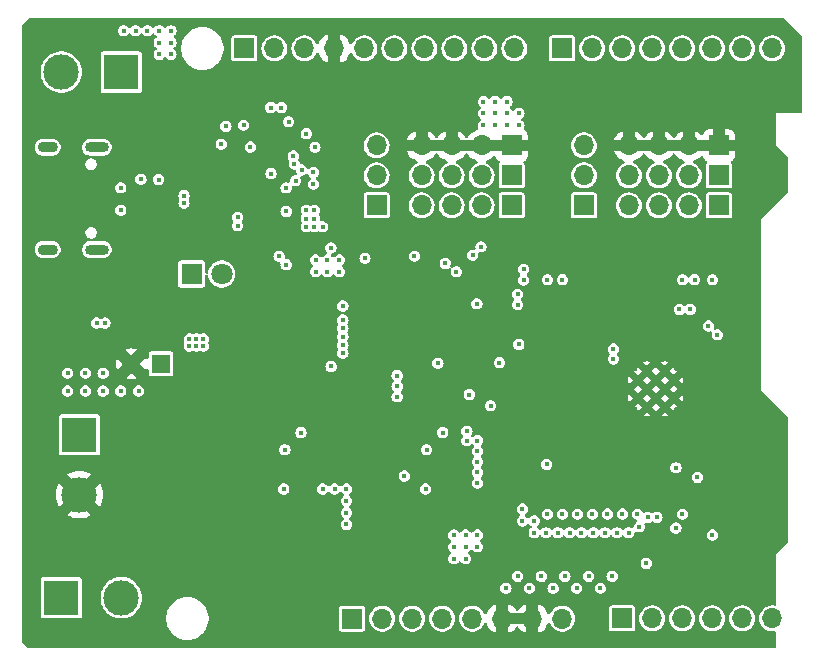
<source format=gbr>
%TF.GenerationSoftware,KiCad,Pcbnew,7.0.1*%
%TF.CreationDate,2023-09-13T21:21:08+01:00*%
%TF.ProjectId,101 PCB,31303120-5043-4422-9e6b-696361645f70,rev?*%
%TF.SameCoordinates,Original*%
%TF.FileFunction,Copper,L2,Inr*%
%TF.FilePolarity,Positive*%
%FSLAX46Y46*%
G04 Gerber Fmt 4.6, Leading zero omitted, Abs format (unit mm)*
G04 Created by KiCad (PCBNEW 7.0.1) date 2023-09-13 21:21:08*
%MOMM*%
%LPD*%
G01*
G04 APERTURE LIST*
%TA.AperFunction,ComponentPad*%
%ADD10R,1.700000X1.700000*%
%TD*%
%TA.AperFunction,ComponentPad*%
%ADD11O,1.700000X1.700000*%
%TD*%
%TA.AperFunction,ComponentPad*%
%ADD12O,2.000000X0.900000*%
%TD*%
%TA.AperFunction,ComponentPad*%
%ADD13O,1.700000X0.900000*%
%TD*%
%TA.AperFunction,HeatsinkPad*%
%ADD14C,0.600000*%
%TD*%
%TA.AperFunction,ComponentPad*%
%ADD15R,1.600000X1.600000*%
%TD*%
%TA.AperFunction,ComponentPad*%
%ADD16C,1.600000*%
%TD*%
%TA.AperFunction,ComponentPad*%
%ADD17R,3.000000X3.000000*%
%TD*%
%TA.AperFunction,ComponentPad*%
%ADD18C,3.000000*%
%TD*%
%TA.AperFunction,ComponentPad*%
%ADD19R,1.800000X1.800000*%
%TD*%
%TA.AperFunction,ComponentPad*%
%ADD20C,1.800000*%
%TD*%
%TA.AperFunction,ViaPad*%
%ADD21C,0.450000*%
%TD*%
G04 APERTURE END LIST*
D10*
%TO.N,VDDIO1*%
%TO.C,J106*%
X166630000Y-75750000D03*
D11*
X164090000Y-75750000D03*
X161550000Y-75750000D03*
X159010000Y-75750000D03*
%TD*%
D12*
%TO.N,unconnected-(J101-SHIELD-PadS1)*%
%TO.C,J101*%
X113970000Y-73375000D03*
%TO.N,unconnected-(J101-SHIELD-PadS2)*%
X113970000Y-82025000D03*
D13*
%TO.N,unconnected-(J101-SHIELD-PadS3)*%
X109800000Y-73375000D03*
%TO.N,unconnected-(J101-SHIELD-PadS4)*%
X109800000Y-82025000D03*
%TD*%
D10*
%TO.N,GND*%
%TO.C,J108*%
X166630000Y-73210000D03*
D11*
X164090000Y-73210000D03*
X161550000Y-73210000D03*
X159010000Y-73210000D03*
%TD*%
D10*
%TO.N,SCL*%
%TO.C,J1*%
X126460000Y-65001000D03*
D11*
%TO.N,SDA*%
X129000000Y-65001000D03*
%TO.N,+3.3V*%
X131540000Y-65001000D03*
%TO.N,GND*%
X134080000Y-65001000D03*
%TO.N,GPIO13*%
X136620000Y-65001000D03*
%TO.N,GPIO2*%
X139160000Y-65001000D03*
%TO.N,GPIO12*%
X141700000Y-65001000D03*
%TO.N,GPIO14*%
X144240000Y-65001000D03*
%TO.N,GPIO4*%
X146780000Y-65001000D03*
%TO.N,GPIO16*%
X149320000Y-65001000D03*
%TD*%
D10*
%TO.N,GND*%
%TO.C,J109*%
X149090000Y-73210000D03*
D11*
X146550000Y-73210000D03*
X144010000Y-73210000D03*
X141470000Y-73210000D03*
%TD*%
D10*
%TO.N,+5V*%
%TO.C,JP102*%
X137660000Y-78290000D03*
D11*
%TO.N,VDDIO2*%
X137660000Y-75750000D03*
%TO.N,VIN*%
X137660000Y-73210000D03*
%TD*%
D14*
%TO.N,GND*%
%TO.C,U101*%
X162057500Y-92295000D03*
X160532500Y-92295000D03*
X162820000Y-93057500D03*
X161295000Y-93057500D03*
X159770000Y-93057500D03*
X162057500Y-93820000D03*
X160532500Y-93820000D03*
X162820000Y-94582500D03*
X161295000Y-94582500D03*
X159770000Y-94582500D03*
X162057500Y-95345000D03*
X160532500Y-95345000D03*
%TD*%
D15*
%TO.N,VIN*%
%TO.C,C119*%
X119405113Y-91700000D03*
D16*
%TO.N,GND*%
X116905113Y-91700000D03*
%TD*%
D10*
%TO.N,GPIO15*%
%TO.C,J5*%
X158455000Y-113260000D03*
D11*
%TO.N,GPIO27*%
X160995000Y-113260000D03*
%TO.N,GPIO26*%
X163535000Y-113260000D03*
%TO.N,GPIO25*%
X166075000Y-113260000D03*
%TO.N,GPIO33*%
X168615000Y-113260000D03*
%TO.N,GPIO32*%
X171155000Y-113260000D03*
%TD*%
D10*
%TO.N,S4*%
%TO.C,J105*%
X149090000Y-78290000D03*
D11*
%TO.N,S5*%
X146550000Y-78290000D03*
%TO.N,S6*%
X144010000Y-78290000D03*
%TO.N,S7*%
X141470000Y-78290000D03*
%TD*%
D17*
%TO.N,/M1_OUT1*%
%TO.C,J102*%
X110960000Y-111500000D03*
D18*
%TO.N,/M1_OUT2*%
X116040000Y-111500000D03*
%TD*%
D10*
%TO.N,VDDIO2*%
%TO.C,J107*%
X149090000Y-75750000D03*
D11*
X146550000Y-75750000D03*
X144010000Y-75750000D03*
X141470000Y-75750000D03*
%TD*%
D10*
%TO.N,S0*%
%TO.C,J104*%
X166630000Y-78290000D03*
D11*
%TO.N,S1*%
X164090000Y-78290000D03*
%TO.N,S2*%
X161550000Y-78290000D03*
%TO.N,S3*%
X159010000Y-78290000D03*
%TD*%
D10*
%TO.N,GPIO17*%
%TO.C,J3*%
X153382000Y-65003000D03*
D11*
%TO.N,GPIO5*%
X155922000Y-65003000D03*
%TO.N,GPIO18*%
X158462000Y-65003000D03*
%TO.N,GPIO19*%
X161002000Y-65003000D03*
%TO.N,GPIO23*%
X163542000Y-65003000D03*
%TO.N,IO0*%
X166082000Y-65003000D03*
%TO.N,ESP32_TX*%
X168622000Y-65003000D03*
%TO.N,ESP32_RX*%
X171162000Y-65003000D03*
%TD*%
D10*
%TO.N,+5V*%
%TO.C,JP101*%
X155200000Y-78290000D03*
D11*
%TO.N,VDDIO1*%
X155200000Y-75750000D03*
%TO.N,VIN*%
X155200000Y-73210000D03*
%TD*%
D10*
%TO.N,unconnected-(J4-Pin_1-Pad1)*%
%TO.C,J4*%
X135597000Y-113264000D03*
D11*
%TO.N,+3.3V*%
X138137000Y-113264000D03*
%TO.N,EN*%
X140677000Y-113264000D03*
%TO.N,+3.3V*%
X143217000Y-113264000D03*
%TO.N,+5V*%
X145757000Y-113264000D03*
%TO.N,GND*%
X148297000Y-113264000D03*
X150837000Y-113264000D03*
%TO.N,VIN*%
X153377000Y-113264000D03*
%TD*%
D17*
%TO.N,/M2_OUT1*%
%TO.C,J103*%
X116040000Y-67000000D03*
D18*
%TO.N,/M2_OUT2*%
X110960000Y-67000000D03*
%TD*%
D17*
%TO.N,+BATT*%
%TO.C,J110*%
X112500000Y-97710000D03*
D18*
%TO.N,GND*%
X112500000Y-102790000D03*
%TD*%
D19*
%TO.N,/STM_LED_K*%
%TO.C,D1*%
X122000000Y-84100000D03*
D20*
%TO.N,/STM_LED_A*%
X124540000Y-84100000D03*
%TD*%
D21*
%TO.N,CC1*%
X117700000Y-76075500D03*
X119200000Y-76100000D03*
X130000000Y-78800000D03*
X134800000Y-88700000D03*
X130000000Y-83300000D03*
X130000000Y-76800000D03*
%TO.N,CC2*%
X129400000Y-82600000D03*
X134800000Y-88000000D03*
%TO.N,NRST*%
X139400000Y-92700000D03*
X133803000Y-91925000D03*
%TO.N,VBUS{slash}11*%
X149600000Y-85800000D03*
X130800000Y-76200000D03*
X157700000Y-90437844D03*
X163555000Y-84582844D03*
X146500000Y-81800000D03*
%TO.N,GND*%
X117300000Y-73800000D03*
X168635000Y-86926498D03*
X120747361Y-77747361D03*
X127315625Y-86179000D03*
X135720000Y-82755604D03*
X128900000Y-72612500D03*
X134050513Y-90783451D03*
X155300000Y-104950000D03*
X148051000Y-65448000D03*
X125500000Y-97500000D03*
X140800000Y-100500000D03*
X115600000Y-74500000D03*
X130900000Y-100500000D03*
X128600000Y-99000000D03*
X145357567Y-83902916D03*
X146143293Y-88617500D03*
X159100000Y-104950000D03*
X130900000Y-99800000D03*
X155550000Y-110750000D03*
X125500000Y-98500000D03*
X137500000Y-97500000D03*
X154550000Y-109750000D03*
X139400000Y-86200000D03*
X126500000Y-97500000D03*
X129500000Y-100500000D03*
X137901000Y-65398000D03*
X152600000Y-109700000D03*
X152160000Y-99499500D03*
X132750000Y-112179633D03*
X149600000Y-110700000D03*
X137500000Y-98500000D03*
X127330513Y-87449000D03*
X130900000Y-101200000D03*
X149712052Y-88790000D03*
X121250000Y-101965208D03*
X139400000Y-88200000D03*
X138500000Y-97500000D03*
X132426407Y-74330000D03*
X142900000Y-100500000D03*
X129500000Y-72612500D03*
X165462000Y-105596000D03*
X127400000Y-99000000D03*
X148600000Y-109700000D03*
X121800000Y-109300000D03*
X128963229Y-91636771D03*
X168635000Y-104428589D03*
X152000000Y-88790000D03*
X134400000Y-93600000D03*
X154697000Y-65454000D03*
X134400000Y-94200000D03*
X152750000Y-104950000D03*
X141400000Y-88200000D03*
X154050000Y-104950000D03*
X137400000Y-88200000D03*
X159751000Y-65448000D03*
X142900000Y-99800000D03*
X141400000Y-86200000D03*
X165000000Y-87750000D03*
X168635000Y-84569199D03*
X141500000Y-100500000D03*
X146123176Y-84637500D03*
X156600000Y-104950000D03*
X164801000Y-65448000D03*
X130425000Y-69956000D03*
X141400000Y-90200000D03*
X139400000Y-99000000D03*
X139400000Y-90200000D03*
X163750000Y-105250000D03*
X168635000Y-102066274D03*
X135000000Y-93600000D03*
X128800000Y-100500000D03*
X130200000Y-100500000D03*
X157600000Y-110700000D03*
X135000000Y-94200000D03*
X139200000Y-106500000D03*
X123000000Y-87900000D03*
X140600000Y-99000000D03*
X156600000Y-109700000D03*
X157850000Y-104950000D03*
X115600000Y-80900000D03*
X137400000Y-86200000D03*
X150600000Y-109700000D03*
X127659000Y-70041000D03*
X169901000Y-65448000D03*
X146142473Y-85660443D03*
X121800000Y-71100000D03*
X124450000Y-72250000D03*
X142200000Y-100500000D03*
X142900000Y-101200000D03*
X121800000Y-69900000D03*
X137400000Y-90200000D03*
X129677638Y-75592170D03*
X121800000Y-70500000D03*
X151600000Y-110700000D03*
X113933210Y-87250000D03*
X165619000Y-101669000D03*
X153600000Y-110700000D03*
X116049500Y-77800000D03*
X142951000Y-65448000D03*
X121800000Y-108700000D03*
X127200000Y-106500000D03*
X121800000Y-109900000D03*
X131410000Y-80900000D03*
%TO.N,/5V_SW*%
X131258156Y-97520000D03*
X129800000Y-102300000D03*
%TO.N,+5V*%
X148700000Y-71500000D03*
X135100000Y-102300000D03*
X146700000Y-70500000D03*
X147700000Y-70500000D03*
X135100000Y-103300000D03*
X135100000Y-105300000D03*
X135100000Y-104300000D03*
X148700000Y-69500000D03*
X133100000Y-102300000D03*
X146700000Y-71500000D03*
X148700000Y-70500000D03*
X149700000Y-70500000D03*
X147700000Y-71500000D03*
X134100000Y-102300000D03*
X147700000Y-69500000D03*
X146700000Y-69500000D03*
X149700000Y-71500000D03*
%TO.N,/3V3_SW*%
X143258156Y-97520000D03*
X141800000Y-102300000D03*
%TO.N,+3.3V*%
X121800000Y-90200000D03*
X132400000Y-78700000D03*
X146200000Y-100000000D03*
X123000000Y-89600000D03*
X166500000Y-89250000D03*
X145200000Y-108200000D03*
X144400000Y-83900000D03*
X132400000Y-80100000D03*
X160600000Y-104700000D03*
X159000000Y-106000000D03*
X132400000Y-79400000D03*
X134500000Y-82900000D03*
X134500000Y-83900000D03*
X150000000Y-104000000D03*
X121800000Y-89600000D03*
X152000000Y-106000000D03*
X130200000Y-71200000D03*
X131300000Y-75300000D03*
X113952329Y-88250000D03*
X152600000Y-110700000D03*
X149600000Y-109700000D03*
X146145507Y-86619014D03*
X132300000Y-76500000D03*
X133500000Y-83900000D03*
X157000000Y-106000000D03*
X123000000Y-90200000D03*
X164200000Y-87100000D03*
X148600000Y-110700000D03*
X132300000Y-75500000D03*
X133100000Y-80100000D03*
X128720000Y-75592033D03*
X144200000Y-108200000D03*
X154000000Y-106000000D03*
X150600000Y-110700000D03*
X122400000Y-90200000D03*
X131700000Y-79400000D03*
X157600000Y-109700000D03*
X151600000Y-109700000D03*
X146200000Y-99100000D03*
X146200000Y-100900000D03*
X151000000Y-105000000D03*
X132439493Y-73370000D03*
X146200000Y-101800000D03*
X132500000Y-83900000D03*
X156600000Y-110700000D03*
X130700000Y-74800000D03*
X144200000Y-107200000D03*
X133500000Y-82900000D03*
X146200000Y-98200000D03*
X122400000Y-89600000D03*
X136680000Y-82767611D03*
X130600000Y-74100000D03*
X154600000Y-110700000D03*
X163300000Y-87100000D03*
X145200000Y-107200000D03*
X156000000Y-106000000D03*
X151000000Y-106000000D03*
X159900000Y-105500000D03*
X161400000Y-104700000D03*
X146200000Y-106200000D03*
X155600000Y-109700000D03*
X145300000Y-97400000D03*
X114653545Y-88250000D03*
X145200000Y-106200000D03*
X153000000Y-106000000D03*
X165750000Y-88500000D03*
X155000000Y-106000000D03*
X145300000Y-98200000D03*
X150000000Y-105000000D03*
X158000000Y-106000000D03*
X132500000Y-82900000D03*
X144200000Y-106200000D03*
X131700000Y-80100000D03*
X153600000Y-109700000D03*
X131700000Y-78700000D03*
X146200000Y-107200000D03*
%TO.N,USB_DP*%
X121353453Y-78099999D03*
X116000000Y-78700000D03*
%TO.N,USB_DN*%
X121353453Y-77449999D03*
X116000000Y-76800000D03*
%TO.N,EN*%
X166095582Y-84575867D03*
X163000000Y-105600000D03*
X147320000Y-95250000D03*
%TO.N,SDA*%
X125900000Y-79300000D03*
X128700000Y-70000000D03*
X160485000Y-108600000D03*
X134800000Y-89400000D03*
%TO.N,SCL*%
X166095000Y-106200000D03*
X134800000Y-86800000D03*
X125900000Y-80000000D03*
X129587500Y-70000000D03*
%TO.N,IMU_INT1*%
X150100000Y-83700000D03*
X126962500Y-73350000D03*
%TO.N,IMU_INT2*%
X131700000Y-72212500D03*
X150100000Y-84600000D03*
%TO.N,ESP32_RX*%
X163555000Y-104432301D03*
%TO.N,ESP32_TX*%
X164825000Y-101312197D03*
%TO.N,GPIO5*%
X157205000Y-104423128D03*
%TO.N,GPIO23*%
X163000000Y-100500000D03*
%TO.N,GPIO19*%
X159745000Y-104426075D03*
%TO.N,GPIO18*%
X158475000Y-104421663D03*
%TO.N,GPIO14*%
X153395000Y-84570217D03*
%TO.N,GPIO12*%
X152125000Y-84579888D03*
%TO.N,GPIO13*%
X149696709Y-90059341D03*
%TO.N,GPIO2*%
X152045825Y-100220000D03*
%TO.N,IO0*%
X148050000Y-91600000D03*
X152125000Y-104427058D03*
%TO.N,GPIO4*%
X153395000Y-104430948D03*
%TO.N,GPIO16*%
X154665000Y-104426314D03*
%TO.N,GPIO17*%
X155935000Y-104427779D03*
%TO.N,MOTOR_SLEEP*%
X139400000Y-93600000D03*
X126400000Y-71500000D03*
%TO.N,M2_IN2*%
X124900000Y-71600000D03*
X134800000Y-90100000D03*
%TO.N,M2_IN1*%
X134800000Y-90800000D03*
X124500000Y-73100000D03*
%TO.N,S3*%
X143472000Y-83200000D03*
X140861000Y-82582000D03*
%TO.N,/STM_LED_A*%
X139400000Y-94500000D03*
%TO.N,VIN*%
X111500000Y-92500000D03*
X129888850Y-98972203D03*
X140000000Y-101200000D03*
X119250000Y-65500000D03*
X119250000Y-64500000D03*
X114500000Y-92500000D03*
X118250000Y-63500000D03*
X116000000Y-94000000D03*
X120250000Y-64500000D03*
X120250000Y-63500000D03*
X117500000Y-94000000D03*
X113000000Y-94000000D03*
X111500000Y-94000000D03*
X117250000Y-63500000D03*
X120250000Y-65500000D03*
X114500000Y-94000000D03*
X119250000Y-63500000D03*
X113000000Y-92500000D03*
X116250000Y-63500000D03*
X141888850Y-98972203D03*
%TO.N,/STM32_EN*%
X142850000Y-91650000D03*
X145500000Y-94300000D03*
%TO.N,VIN{slash}11*%
X133790000Y-81880000D03*
X164591790Y-84574456D03*
X145800000Y-82500000D03*
X157700000Y-91283123D03*
X149600000Y-86700000D03*
%TD*%
%TA.AperFunction,Conductor*%
%TO.N,GND*%
G36*
X172175883Y-62469939D02*
G01*
X172216111Y-62496819D01*
X173663181Y-63943888D01*
X173690061Y-63984116D01*
X173699500Y-64031569D01*
X173699500Y-70376000D01*
X173682887Y-70438000D01*
X173637500Y-70483387D01*
X173575500Y-70500000D01*
X171500000Y-70500000D01*
X171500000Y-73200000D01*
X172463681Y-74163681D01*
X172490561Y-74203909D01*
X172500000Y-74251362D01*
X172500000Y-77148401D01*
X172490484Y-77196040D01*
X172463396Y-77236366D01*
X170990218Y-78699999D01*
X170185000Y-79500000D01*
X170185000Y-94000000D01*
X172461420Y-96163337D01*
X172489948Y-96204314D01*
X172500000Y-96253222D01*
X172500000Y-106748638D01*
X172490561Y-106796091D01*
X172463681Y-106836319D01*
X171500000Y-107799999D01*
X171500000Y-112055602D01*
X171488247Y-112108295D01*
X171455217Y-112151000D01*
X171407170Y-112175620D01*
X171353219Y-112177490D01*
X171256976Y-112159500D01*
X171053024Y-112159500D01*
X170975279Y-112174033D01*
X170852542Y-112196976D01*
X170662361Y-112270652D01*
X170488958Y-112378018D01*
X170338236Y-112515419D01*
X170215324Y-112678181D01*
X170124418Y-112860748D01*
X170068602Y-113056916D01*
X170049785Y-113259999D01*
X170068602Y-113463083D01*
X170124418Y-113659251D01*
X170215324Y-113841818D01*
X170338236Y-114004580D01*
X170488958Y-114141981D01*
X170662361Y-114249347D01*
X170662363Y-114249348D01*
X170852544Y-114323024D01*
X171053024Y-114360500D01*
X171256974Y-114360500D01*
X171256976Y-114360500D01*
X171353219Y-114342509D01*
X171407170Y-114344380D01*
X171455217Y-114369000D01*
X171488247Y-114411705D01*
X171500000Y-114464398D01*
X171500000Y-115675500D01*
X171483387Y-115737500D01*
X171438000Y-115782887D01*
X171376000Y-115799500D01*
X108251569Y-115799500D01*
X108204116Y-115790061D01*
X108163888Y-115763181D01*
X107696819Y-115296111D01*
X107669939Y-115255883D01*
X107660500Y-115208430D01*
X107660500Y-113394929D01*
X119829500Y-113394929D01*
X119869719Y-113661771D01*
X119901253Y-113764000D01*
X119949262Y-113919641D01*
X119992093Y-114008580D01*
X120066347Y-114162771D01*
X120066348Y-114162772D01*
X120066349Y-114162774D01*
X120218365Y-114385741D01*
X120401915Y-114583561D01*
X120612898Y-114751815D01*
X120846602Y-114886743D01*
X121097805Y-114985334D01*
X121360897Y-115045383D01*
X121418533Y-115049702D01*
X121562619Y-115060500D01*
X121562624Y-115060500D01*
X121697376Y-115060500D01*
X121697381Y-115060500D01*
X121823455Y-115051051D01*
X121899103Y-115045383D01*
X122162195Y-114985334D01*
X122413398Y-114886743D01*
X122647102Y-114751815D01*
X122858085Y-114583561D01*
X123041635Y-114385741D01*
X123193651Y-114162775D01*
X123205257Y-114138675D01*
X134496500Y-114138675D01*
X134511033Y-114211738D01*
X134511033Y-114211739D01*
X134511034Y-114211740D01*
X134566399Y-114294601D01*
X134649260Y-114349966D01*
X134685792Y-114357232D01*
X134722325Y-114364500D01*
X134722326Y-114364500D01*
X136471674Y-114364500D01*
X136471675Y-114364500D01*
X136496029Y-114359655D01*
X136544740Y-114349966D01*
X136627601Y-114294601D01*
X136682966Y-114211740D01*
X136697500Y-114138674D01*
X136697500Y-113263999D01*
X137031785Y-113263999D01*
X137050602Y-113467083D01*
X137106418Y-113663251D01*
X137197324Y-113845818D01*
X137320236Y-114008580D01*
X137470958Y-114145981D01*
X137644361Y-114253347D01*
X137644363Y-114253348D01*
X137834544Y-114327024D01*
X138035024Y-114364500D01*
X138238974Y-114364500D01*
X138238976Y-114364500D01*
X138439456Y-114327024D01*
X138629637Y-114253348D01*
X138803041Y-114145981D01*
X138953764Y-114008579D01*
X139076673Y-113845821D01*
X139076673Y-113845819D01*
X139076675Y-113845818D01*
X139152276Y-113693989D01*
X139167582Y-113663250D01*
X139223397Y-113467083D01*
X139242215Y-113264000D01*
X139242215Y-113263999D01*
X139571785Y-113263999D01*
X139590602Y-113467083D01*
X139646418Y-113663251D01*
X139737324Y-113845818D01*
X139860236Y-114008580D01*
X140010958Y-114145981D01*
X140184361Y-114253347D01*
X140184363Y-114253348D01*
X140374544Y-114327024D01*
X140575024Y-114364500D01*
X140778974Y-114364500D01*
X140778976Y-114364500D01*
X140979456Y-114327024D01*
X141169637Y-114253348D01*
X141343041Y-114145981D01*
X141493764Y-114008579D01*
X141616673Y-113845821D01*
X141616673Y-113845819D01*
X141616675Y-113845818D01*
X141692276Y-113693989D01*
X141707582Y-113663250D01*
X141763397Y-113467083D01*
X141782215Y-113264000D01*
X141782215Y-113263999D01*
X142111785Y-113263999D01*
X142130602Y-113467083D01*
X142186418Y-113663251D01*
X142277324Y-113845818D01*
X142400236Y-114008580D01*
X142550958Y-114145981D01*
X142724361Y-114253347D01*
X142724363Y-114253348D01*
X142914544Y-114327024D01*
X143115024Y-114364500D01*
X143318974Y-114364500D01*
X143318976Y-114364500D01*
X143519456Y-114327024D01*
X143709637Y-114253348D01*
X143883041Y-114145981D01*
X144033764Y-114008579D01*
X144156673Y-113845821D01*
X144156673Y-113845819D01*
X144156675Y-113845818D01*
X144232276Y-113693989D01*
X144247582Y-113663250D01*
X144303397Y-113467083D01*
X144322215Y-113264000D01*
X144322215Y-113263999D01*
X144651785Y-113263999D01*
X144670602Y-113467083D01*
X144726418Y-113663251D01*
X144817324Y-113845818D01*
X144940236Y-114008580D01*
X145090958Y-114145981D01*
X145264361Y-114253347D01*
X145264363Y-114253348D01*
X145454544Y-114327024D01*
X145655024Y-114364500D01*
X145858974Y-114364500D01*
X145858976Y-114364500D01*
X146059456Y-114327024D01*
X146249637Y-114253348D01*
X146423041Y-114145981D01*
X146573764Y-114008579D01*
X146696673Y-113845821D01*
X146744521Y-113749728D01*
X146783817Y-113670812D01*
X146822240Y-113625541D01*
X146877307Y-113603326D01*
X146936388Y-113609259D01*
X146985937Y-113641981D01*
X147014592Y-113693989D01*
X147023569Y-113727492D01*
X147123399Y-113941576D01*
X147258893Y-114135081D01*
X147425918Y-114302106D01*
X147619423Y-114437600D01*
X147796999Y-114520406D01*
X147797000Y-114520407D01*
X147797000Y-113764000D01*
X148797000Y-113764000D01*
X148797000Y-114520406D01*
X148974576Y-114437600D01*
X149168081Y-114302106D01*
X149335106Y-114135081D01*
X149465425Y-113948968D01*
X149509743Y-113910103D01*
X149567000Y-113896092D01*
X149624257Y-113910103D01*
X149668575Y-113948968D01*
X149798893Y-114135081D01*
X149965918Y-114302106D01*
X150159423Y-114437600D01*
X150336999Y-114520406D01*
X150337000Y-114520407D01*
X150337000Y-113764000D01*
X148797000Y-113764000D01*
X147797000Y-113764000D01*
X147797000Y-112007595D01*
X147796999Y-112007594D01*
X147619421Y-112090400D01*
X147425921Y-112225890D01*
X147258890Y-112392921D01*
X147123400Y-112586421D01*
X147023567Y-112800511D01*
X147014591Y-112834011D01*
X146985937Y-112886018D01*
X146936388Y-112918740D01*
X146877307Y-112924673D01*
X146822241Y-112902458D01*
X146783817Y-112857187D01*
X146696675Y-112682181D01*
X146573763Y-112519419D01*
X146423041Y-112382018D01*
X146249638Y-112274652D01*
X146059457Y-112200976D01*
X145936726Y-112178034D01*
X145858976Y-112163500D01*
X145655024Y-112163500D01*
X145577279Y-112178033D01*
X145454542Y-112200976D01*
X145264361Y-112274652D01*
X145090958Y-112382018D01*
X144940236Y-112519419D01*
X144817324Y-112682181D01*
X144726418Y-112864748D01*
X144670602Y-113060916D01*
X144651785Y-113263999D01*
X144322215Y-113263999D01*
X144303397Y-113060917D01*
X144247582Y-112864750D01*
X144197415Y-112764000D01*
X144156675Y-112682181D01*
X144033763Y-112519419D01*
X143883041Y-112382018D01*
X143709638Y-112274652D01*
X143519457Y-112200976D01*
X143396726Y-112178034D01*
X143318976Y-112163500D01*
X143115024Y-112163500D01*
X143037279Y-112178033D01*
X142914542Y-112200976D01*
X142724361Y-112274652D01*
X142550958Y-112382018D01*
X142400236Y-112519419D01*
X142277324Y-112682181D01*
X142186418Y-112864748D01*
X142130602Y-113060916D01*
X142111785Y-113263999D01*
X141782215Y-113263999D01*
X141763397Y-113060917D01*
X141707582Y-112864750D01*
X141657415Y-112764000D01*
X141616675Y-112682181D01*
X141493763Y-112519419D01*
X141343041Y-112382018D01*
X141169638Y-112274652D01*
X140979457Y-112200976D01*
X140856726Y-112178034D01*
X140778976Y-112163500D01*
X140575024Y-112163500D01*
X140497279Y-112178033D01*
X140374542Y-112200976D01*
X140184361Y-112274652D01*
X140010958Y-112382018D01*
X139860236Y-112519419D01*
X139737324Y-112682181D01*
X139646418Y-112864748D01*
X139590602Y-113060916D01*
X139571785Y-113263999D01*
X139242215Y-113263999D01*
X139223397Y-113060917D01*
X139167582Y-112864750D01*
X139117415Y-112764000D01*
X139076675Y-112682181D01*
X138953763Y-112519419D01*
X138803041Y-112382018D01*
X138629638Y-112274652D01*
X138439457Y-112200976D01*
X138316726Y-112178034D01*
X138238976Y-112163500D01*
X138035024Y-112163500D01*
X137957279Y-112178033D01*
X137834542Y-112200976D01*
X137644361Y-112274652D01*
X137470958Y-112382018D01*
X137320236Y-112519419D01*
X137197324Y-112682181D01*
X137106418Y-112864748D01*
X137050602Y-113060916D01*
X137031785Y-113263999D01*
X136697500Y-113263999D01*
X136697500Y-112389326D01*
X136696704Y-112385326D01*
X136682966Y-112316261D01*
X136682966Y-112316260D01*
X136627601Y-112233399D01*
X136544740Y-112178034D01*
X136544739Y-112178033D01*
X136544738Y-112178033D01*
X136471675Y-112163500D01*
X136471674Y-112163500D01*
X134722326Y-112163500D01*
X134722325Y-112163500D01*
X134649261Y-112178033D01*
X134566399Y-112233399D01*
X134511033Y-112316261D01*
X134496500Y-112389325D01*
X134496500Y-114138675D01*
X123205257Y-114138675D01*
X123310738Y-113919641D01*
X123390280Y-113661772D01*
X123430500Y-113394929D01*
X123430500Y-113125071D01*
X123390280Y-112858228D01*
X123310738Y-112600359D01*
X123193651Y-112357226D01*
X123041635Y-112134259D01*
X122924106Y-112007593D01*
X148797000Y-112007593D01*
X148797000Y-112764000D01*
X150337000Y-112764000D01*
X150337000Y-112007595D01*
X150336999Y-112007594D01*
X150159421Y-112090400D01*
X149965921Y-112225890D01*
X149798893Y-112392918D01*
X149668575Y-112579032D01*
X149624257Y-112617897D01*
X149567000Y-112631908D01*
X149509743Y-112617897D01*
X149465425Y-112579032D01*
X149335106Y-112392918D01*
X149168081Y-112225893D01*
X148974576Y-112090399D01*
X148797000Y-112007593D01*
X151337000Y-112007593D01*
X151337000Y-114520406D01*
X151514576Y-114437600D01*
X151708081Y-114302106D01*
X151875106Y-114135081D01*
X152010600Y-113941576D01*
X152110431Y-113727491D01*
X152119407Y-113693991D01*
X152148060Y-113641983D01*
X152197609Y-113609260D01*
X152256691Y-113603325D01*
X152311758Y-113625541D01*
X152350182Y-113670811D01*
X152437326Y-113845820D01*
X152560236Y-114008580D01*
X152710958Y-114145981D01*
X152884361Y-114253347D01*
X152884363Y-114253348D01*
X153074544Y-114327024D01*
X153275024Y-114364500D01*
X153478974Y-114364500D01*
X153478976Y-114364500D01*
X153679456Y-114327024D01*
X153869637Y-114253348D01*
X154043041Y-114145981D01*
X154055443Y-114134675D01*
X157354500Y-114134675D01*
X157369033Y-114207738D01*
X157369033Y-114207739D01*
X157369034Y-114207740D01*
X157424399Y-114290601D01*
X157507260Y-114345966D01*
X157527369Y-114349966D01*
X157580325Y-114360500D01*
X157580326Y-114360500D01*
X159329674Y-114360500D01*
X159329675Y-114360500D01*
X159354029Y-114355655D01*
X159402740Y-114345966D01*
X159485601Y-114290601D01*
X159540966Y-114207740D01*
X159554704Y-114138675D01*
X159555500Y-114134675D01*
X159555500Y-113259999D01*
X159889785Y-113259999D01*
X159908602Y-113463083D01*
X159964418Y-113659251D01*
X160055324Y-113841818D01*
X160178236Y-114004580D01*
X160328958Y-114141981D01*
X160502361Y-114249347D01*
X160502363Y-114249348D01*
X160692544Y-114323024D01*
X160893024Y-114360500D01*
X161096974Y-114360500D01*
X161096976Y-114360500D01*
X161297456Y-114323024D01*
X161487637Y-114249348D01*
X161661041Y-114141981D01*
X161811764Y-114004579D01*
X161934673Y-113841821D01*
X161934673Y-113841819D01*
X161934675Y-113841818D01*
X162008284Y-113693989D01*
X162025582Y-113659250D01*
X162081397Y-113463083D01*
X162100215Y-113260000D01*
X162100215Y-113259999D01*
X162429785Y-113259999D01*
X162448602Y-113463083D01*
X162504418Y-113659251D01*
X162595324Y-113841818D01*
X162718236Y-114004580D01*
X162868958Y-114141981D01*
X163042361Y-114249347D01*
X163042363Y-114249348D01*
X163232544Y-114323024D01*
X163433024Y-114360500D01*
X163636974Y-114360500D01*
X163636976Y-114360500D01*
X163837456Y-114323024D01*
X164027637Y-114249348D01*
X164201041Y-114141981D01*
X164351764Y-114004579D01*
X164474673Y-113841821D01*
X164474673Y-113841819D01*
X164474675Y-113841818D01*
X164548284Y-113693989D01*
X164565582Y-113659250D01*
X164621397Y-113463083D01*
X164640215Y-113260000D01*
X164640215Y-113259999D01*
X164969785Y-113259999D01*
X164988602Y-113463083D01*
X165044418Y-113659251D01*
X165135324Y-113841818D01*
X165258236Y-114004580D01*
X165408958Y-114141981D01*
X165582361Y-114249347D01*
X165582363Y-114249348D01*
X165772544Y-114323024D01*
X165973024Y-114360500D01*
X166176974Y-114360500D01*
X166176976Y-114360500D01*
X166377456Y-114323024D01*
X166567637Y-114249348D01*
X166741041Y-114141981D01*
X166891764Y-114004579D01*
X167014673Y-113841821D01*
X167014673Y-113841819D01*
X167014675Y-113841818D01*
X167088284Y-113693989D01*
X167105582Y-113659250D01*
X167161397Y-113463083D01*
X167180215Y-113260000D01*
X167180215Y-113259999D01*
X167509785Y-113259999D01*
X167528602Y-113463083D01*
X167584418Y-113659251D01*
X167675324Y-113841818D01*
X167798236Y-114004580D01*
X167948958Y-114141981D01*
X168122361Y-114249347D01*
X168122363Y-114249348D01*
X168312544Y-114323024D01*
X168513024Y-114360500D01*
X168716974Y-114360500D01*
X168716976Y-114360500D01*
X168917456Y-114323024D01*
X169107637Y-114249348D01*
X169281041Y-114141981D01*
X169431764Y-114004579D01*
X169554673Y-113841821D01*
X169554673Y-113841819D01*
X169554675Y-113841818D01*
X169628284Y-113693989D01*
X169645582Y-113659250D01*
X169701397Y-113463083D01*
X169720215Y-113260000D01*
X169701397Y-113056917D01*
X169645582Y-112860750D01*
X169597407Y-112764000D01*
X169554675Y-112678181D01*
X169431763Y-112515419D01*
X169281041Y-112378018D01*
X169107638Y-112270652D01*
X168917457Y-112196976D01*
X168850629Y-112184483D01*
X168716976Y-112159500D01*
X168513024Y-112159500D01*
X168435279Y-112174033D01*
X168312542Y-112196976D01*
X168122361Y-112270652D01*
X167948958Y-112378018D01*
X167798236Y-112515419D01*
X167675324Y-112678181D01*
X167584418Y-112860748D01*
X167528602Y-113056916D01*
X167509785Y-113259999D01*
X167180215Y-113259999D01*
X167161397Y-113056917D01*
X167105582Y-112860750D01*
X167057407Y-112764000D01*
X167014675Y-112678181D01*
X166891763Y-112515419D01*
X166741041Y-112378018D01*
X166567638Y-112270652D01*
X166377457Y-112196976D01*
X166310629Y-112184483D01*
X166176976Y-112159500D01*
X165973024Y-112159500D01*
X165895279Y-112174033D01*
X165772542Y-112196976D01*
X165582361Y-112270652D01*
X165408958Y-112378018D01*
X165258236Y-112515419D01*
X165135324Y-112678181D01*
X165044418Y-112860748D01*
X164988602Y-113056916D01*
X164969785Y-113259999D01*
X164640215Y-113259999D01*
X164621397Y-113056917D01*
X164565582Y-112860750D01*
X164517407Y-112764000D01*
X164474675Y-112678181D01*
X164351763Y-112515419D01*
X164201041Y-112378018D01*
X164027638Y-112270652D01*
X163837457Y-112196976D01*
X163770629Y-112184483D01*
X163636976Y-112159500D01*
X163433024Y-112159500D01*
X163355279Y-112174033D01*
X163232542Y-112196976D01*
X163042361Y-112270652D01*
X162868958Y-112378018D01*
X162718236Y-112515419D01*
X162595324Y-112678181D01*
X162504418Y-112860748D01*
X162448602Y-113056916D01*
X162429785Y-113259999D01*
X162100215Y-113259999D01*
X162081397Y-113056917D01*
X162025582Y-112860750D01*
X161977407Y-112764000D01*
X161934675Y-112678181D01*
X161811763Y-112515419D01*
X161661041Y-112378018D01*
X161487638Y-112270652D01*
X161297457Y-112196976D01*
X161230629Y-112184483D01*
X161096976Y-112159500D01*
X160893024Y-112159500D01*
X160815279Y-112174033D01*
X160692542Y-112196976D01*
X160502361Y-112270652D01*
X160328958Y-112378018D01*
X160178236Y-112515419D01*
X160055324Y-112678181D01*
X159964418Y-112860748D01*
X159908602Y-113056916D01*
X159889785Y-113259999D01*
X159555500Y-113259999D01*
X159555500Y-112385325D01*
X159541762Y-112316261D01*
X159540966Y-112312260D01*
X159485601Y-112229399D01*
X159402740Y-112174034D01*
X159402739Y-112174033D01*
X159402738Y-112174033D01*
X159329675Y-112159500D01*
X159329674Y-112159500D01*
X157580326Y-112159500D01*
X157580325Y-112159500D01*
X157507261Y-112174033D01*
X157424399Y-112229399D01*
X157369033Y-112312261D01*
X157354500Y-112385325D01*
X157354500Y-114134675D01*
X154055443Y-114134675D01*
X154193764Y-114008579D01*
X154316673Y-113845821D01*
X154316673Y-113845819D01*
X154316675Y-113845818D01*
X154392276Y-113693989D01*
X154407582Y-113663250D01*
X154463397Y-113467083D01*
X154482215Y-113264000D01*
X154463397Y-113060917D01*
X154407582Y-112864750D01*
X154357415Y-112764000D01*
X154316675Y-112682181D01*
X154193763Y-112519419D01*
X154043041Y-112382018D01*
X153869638Y-112274652D01*
X153679457Y-112200976D01*
X153556726Y-112178034D01*
X153478976Y-112163500D01*
X153275024Y-112163500D01*
X153197279Y-112178033D01*
X153074542Y-112200976D01*
X152884361Y-112274652D01*
X152710958Y-112382018D01*
X152560236Y-112519419D01*
X152437326Y-112682179D01*
X152350182Y-112857188D01*
X152311758Y-112902458D01*
X152256691Y-112924674D01*
X152197609Y-112918739D01*
X152148061Y-112886016D01*
X152119407Y-112834009D01*
X152110430Y-112800507D01*
X152010599Y-112586421D01*
X151875109Y-112392921D01*
X151708081Y-112225893D01*
X151514576Y-112090399D01*
X151337000Y-112007593D01*
X148797000Y-112007593D01*
X122924106Y-112007593D01*
X122858085Y-111936439D01*
X122647102Y-111768185D01*
X122413398Y-111633257D01*
X122162195Y-111534666D01*
X122162194Y-111534665D01*
X121899100Y-111474616D01*
X121697381Y-111459500D01*
X121697376Y-111459500D01*
X121562624Y-111459500D01*
X121562619Y-111459500D01*
X121360899Y-111474616D01*
X121097804Y-111534666D01*
X120846601Y-111633257D01*
X120612899Y-111768184D01*
X120401914Y-111936439D01*
X120218366Y-112134256D01*
X120066348Y-112357227D01*
X119949262Y-112600359D01*
X119869719Y-112858228D01*
X119829500Y-113125071D01*
X119829500Y-113394929D01*
X107660500Y-113394929D01*
X107660500Y-113024675D01*
X109209500Y-113024675D01*
X109224033Y-113097738D01*
X109224033Y-113097739D01*
X109224034Y-113097740D01*
X109279399Y-113180601D01*
X109362260Y-113235966D01*
X109398792Y-113243232D01*
X109435325Y-113250500D01*
X109435326Y-113250500D01*
X112484674Y-113250500D01*
X112484675Y-113250500D01*
X112509029Y-113245655D01*
X112557740Y-113235966D01*
X112640601Y-113180601D01*
X112695966Y-113097740D01*
X112710500Y-113024674D01*
X112710500Y-111499999D01*
X114284591Y-111499999D01*
X114304197Y-111761627D01*
X114362580Y-112017418D01*
X114458431Y-112261641D01*
X114534223Y-112392918D01*
X114589614Y-112488857D01*
X114753195Y-112693981D01*
X114753197Y-112693983D01*
X114753198Y-112693984D01*
X114945514Y-112872428D01*
X114945520Y-112872432D01*
X114945521Y-112872433D01*
X115162296Y-113020228D01*
X115398677Y-113134063D01*
X115649385Y-113211396D01*
X115908818Y-113250500D01*
X116171182Y-113250500D01*
X116430615Y-113211396D01*
X116681323Y-113134063D01*
X116917704Y-113020228D01*
X117134479Y-112872433D01*
X117134482Y-112872429D01*
X117134485Y-112872428D01*
X117251342Y-112764000D01*
X117326805Y-112693981D01*
X117490386Y-112488857D01*
X117621568Y-112261643D01*
X117717420Y-112017416D01*
X117775802Y-111761630D01*
X117795408Y-111500000D01*
X117775802Y-111238370D01*
X117717420Y-110982584D01*
X117621568Y-110738357D01*
X117599422Y-110699999D01*
X148119610Y-110699999D01*
X148139068Y-110835342D01*
X148195869Y-110959717D01*
X148285412Y-111063056D01*
X148400437Y-111136977D01*
X148400439Y-111136978D01*
X148531633Y-111175500D01*
X148668367Y-111175500D01*
X148799561Y-111136978D01*
X148914589Y-111063055D01*
X149004130Y-110959718D01*
X149060931Y-110835342D01*
X149080390Y-110700000D01*
X149080390Y-110699999D01*
X150119610Y-110699999D01*
X150139068Y-110835342D01*
X150195869Y-110959717D01*
X150285412Y-111063056D01*
X150400437Y-111136977D01*
X150400439Y-111136978D01*
X150531633Y-111175500D01*
X150668367Y-111175500D01*
X150799561Y-111136978D01*
X150914589Y-111063055D01*
X151004130Y-110959718D01*
X151060931Y-110835342D01*
X151080390Y-110700000D01*
X151080390Y-110699999D01*
X152119610Y-110699999D01*
X152139068Y-110835342D01*
X152195869Y-110959717D01*
X152285412Y-111063056D01*
X152400437Y-111136977D01*
X152400439Y-111136978D01*
X152531633Y-111175500D01*
X152668367Y-111175500D01*
X152799561Y-111136978D01*
X152914589Y-111063055D01*
X153004130Y-110959718D01*
X153060931Y-110835342D01*
X153080390Y-110700000D01*
X153080390Y-110699999D01*
X154119610Y-110699999D01*
X154139068Y-110835342D01*
X154195869Y-110959717D01*
X154285412Y-111063056D01*
X154400437Y-111136977D01*
X154400439Y-111136978D01*
X154531633Y-111175500D01*
X154668367Y-111175500D01*
X154799561Y-111136978D01*
X154914589Y-111063055D01*
X155004130Y-110959718D01*
X155060931Y-110835342D01*
X155080390Y-110700000D01*
X155080390Y-110699999D01*
X156119610Y-110699999D01*
X156139068Y-110835342D01*
X156195869Y-110959717D01*
X156285412Y-111063056D01*
X156400437Y-111136977D01*
X156400439Y-111136978D01*
X156531633Y-111175500D01*
X156668367Y-111175500D01*
X156799561Y-111136978D01*
X156914589Y-111063055D01*
X157004130Y-110959718D01*
X157060931Y-110835342D01*
X157080390Y-110700000D01*
X157060931Y-110564658D01*
X157036491Y-110511143D01*
X157004130Y-110440282D01*
X156914587Y-110336943D01*
X156799562Y-110263022D01*
X156668367Y-110224500D01*
X156531633Y-110224500D01*
X156400437Y-110263022D01*
X156285412Y-110336943D01*
X156195869Y-110440282D01*
X156139068Y-110564657D01*
X156119610Y-110699999D01*
X155080390Y-110699999D01*
X155060931Y-110564658D01*
X155036491Y-110511143D01*
X155004130Y-110440282D01*
X154914587Y-110336943D01*
X154799562Y-110263022D01*
X154668367Y-110224500D01*
X154531633Y-110224500D01*
X154400437Y-110263022D01*
X154285412Y-110336943D01*
X154195869Y-110440282D01*
X154139068Y-110564657D01*
X154119610Y-110699999D01*
X153080390Y-110699999D01*
X153060931Y-110564658D01*
X153036491Y-110511143D01*
X153004130Y-110440282D01*
X152914587Y-110336943D01*
X152799562Y-110263022D01*
X152668367Y-110224500D01*
X152531633Y-110224500D01*
X152400437Y-110263022D01*
X152285412Y-110336943D01*
X152195869Y-110440282D01*
X152139068Y-110564657D01*
X152119610Y-110699999D01*
X151080390Y-110699999D01*
X151060931Y-110564658D01*
X151036491Y-110511143D01*
X151004130Y-110440282D01*
X150914587Y-110336943D01*
X150799562Y-110263022D01*
X150668367Y-110224500D01*
X150531633Y-110224500D01*
X150400437Y-110263022D01*
X150285412Y-110336943D01*
X150195869Y-110440282D01*
X150139068Y-110564657D01*
X150119610Y-110699999D01*
X149080390Y-110699999D01*
X149060931Y-110564658D01*
X149036491Y-110511143D01*
X149004130Y-110440282D01*
X148914587Y-110336943D01*
X148799562Y-110263022D01*
X148668367Y-110224500D01*
X148531633Y-110224500D01*
X148400437Y-110263022D01*
X148285412Y-110336943D01*
X148195869Y-110440282D01*
X148139068Y-110564657D01*
X148119610Y-110699999D01*
X117599422Y-110699999D01*
X117490386Y-110511143D01*
X117326805Y-110306019D01*
X117326801Y-110306015D01*
X117134485Y-110127571D01*
X117117170Y-110115766D01*
X116917704Y-109979772D01*
X116681323Y-109865937D01*
X116430615Y-109788604D01*
X116171182Y-109749500D01*
X115908818Y-109749500D01*
X115649385Y-109788604D01*
X115398677Y-109865937D01*
X115162296Y-109979772D01*
X115092922Y-110027070D01*
X114945514Y-110127571D01*
X114753198Y-110306015D01*
X114589613Y-110511143D01*
X114458431Y-110738358D01*
X114362580Y-110982581D01*
X114304197Y-111238372D01*
X114284591Y-111499999D01*
X112710500Y-111499999D01*
X112710500Y-109975326D01*
X112695966Y-109902260D01*
X112640601Y-109819399D01*
X112557740Y-109764034D01*
X112557739Y-109764033D01*
X112557738Y-109764033D01*
X112484675Y-109749500D01*
X112484674Y-109749500D01*
X109435326Y-109749500D01*
X109435325Y-109749500D01*
X109362261Y-109764033D01*
X109279399Y-109819399D01*
X109224033Y-109902261D01*
X109209500Y-109975325D01*
X109209500Y-113024675D01*
X107660500Y-113024675D01*
X107660500Y-109700000D01*
X149119610Y-109700000D01*
X149139068Y-109835342D01*
X149195869Y-109959717D01*
X149285412Y-110063056D01*
X149385795Y-110127567D01*
X149400439Y-110136978D01*
X149531633Y-110175500D01*
X149668367Y-110175500D01*
X149799561Y-110136978D01*
X149914589Y-110063055D01*
X150004130Y-109959718D01*
X150060931Y-109835342D01*
X150080390Y-109700000D01*
X150080390Y-109699999D01*
X151119610Y-109699999D01*
X151139068Y-109835342D01*
X151195869Y-109959717D01*
X151285412Y-110063056D01*
X151385795Y-110127567D01*
X151400439Y-110136978D01*
X151531633Y-110175500D01*
X151668367Y-110175500D01*
X151799561Y-110136978D01*
X151914589Y-110063055D01*
X152004130Y-109959718D01*
X152060931Y-109835342D01*
X152080390Y-109700000D01*
X152080390Y-109699999D01*
X153119610Y-109699999D01*
X153139068Y-109835342D01*
X153195869Y-109959717D01*
X153285412Y-110063056D01*
X153385795Y-110127567D01*
X153400439Y-110136978D01*
X153531633Y-110175500D01*
X153668367Y-110175500D01*
X153799561Y-110136978D01*
X153914589Y-110063055D01*
X154004130Y-109959718D01*
X154060931Y-109835342D01*
X154080390Y-109700000D01*
X154080390Y-109699999D01*
X155119610Y-109699999D01*
X155139068Y-109835342D01*
X155195869Y-109959717D01*
X155285412Y-110063056D01*
X155385795Y-110127567D01*
X155400439Y-110136978D01*
X155531633Y-110175500D01*
X155668367Y-110175500D01*
X155799561Y-110136978D01*
X155914589Y-110063055D01*
X156004130Y-109959718D01*
X156060931Y-109835342D01*
X156080390Y-109700000D01*
X156080390Y-109699999D01*
X157119610Y-109699999D01*
X157139068Y-109835342D01*
X157195869Y-109959717D01*
X157285412Y-110063056D01*
X157385795Y-110127567D01*
X157400439Y-110136978D01*
X157531633Y-110175500D01*
X157668367Y-110175500D01*
X157799561Y-110136978D01*
X157914589Y-110063055D01*
X158004130Y-109959718D01*
X158060931Y-109835342D01*
X158080390Y-109700000D01*
X158060931Y-109564658D01*
X158004130Y-109440282D01*
X157914589Y-109336945D01*
X157914588Y-109336944D01*
X157914587Y-109336943D01*
X157799562Y-109263022D01*
X157668367Y-109224500D01*
X157531633Y-109224500D01*
X157400437Y-109263022D01*
X157285412Y-109336943D01*
X157195869Y-109440282D01*
X157139068Y-109564657D01*
X157119610Y-109699999D01*
X156080390Y-109699999D01*
X156060931Y-109564658D01*
X156004130Y-109440282D01*
X155914589Y-109336945D01*
X155914588Y-109336944D01*
X155914587Y-109336943D01*
X155799562Y-109263022D01*
X155668367Y-109224500D01*
X155531633Y-109224500D01*
X155400437Y-109263022D01*
X155285412Y-109336943D01*
X155195869Y-109440282D01*
X155139068Y-109564657D01*
X155119610Y-109699999D01*
X154080390Y-109699999D01*
X154060931Y-109564658D01*
X154004130Y-109440282D01*
X153914589Y-109336945D01*
X153914588Y-109336944D01*
X153914587Y-109336943D01*
X153799562Y-109263022D01*
X153668367Y-109224500D01*
X153531633Y-109224500D01*
X153400437Y-109263022D01*
X153285412Y-109336943D01*
X153195869Y-109440282D01*
X153139068Y-109564657D01*
X153119610Y-109699999D01*
X152080390Y-109699999D01*
X152060931Y-109564658D01*
X152004130Y-109440282D01*
X151914589Y-109336945D01*
X151914588Y-109336944D01*
X151914587Y-109336943D01*
X151799562Y-109263022D01*
X151668367Y-109224500D01*
X151531633Y-109224500D01*
X151400437Y-109263022D01*
X151285412Y-109336943D01*
X151195869Y-109440282D01*
X151139068Y-109564657D01*
X151119610Y-109699999D01*
X150080390Y-109699999D01*
X150060931Y-109564658D01*
X150004130Y-109440282D01*
X149914589Y-109336945D01*
X149914588Y-109336944D01*
X149914587Y-109336943D01*
X149799562Y-109263022D01*
X149668367Y-109224500D01*
X149531633Y-109224500D01*
X149400437Y-109263022D01*
X149285412Y-109336943D01*
X149195869Y-109440282D01*
X149139068Y-109564657D01*
X149119610Y-109700000D01*
X107660500Y-109700000D01*
X107660500Y-108200000D01*
X143719610Y-108200000D01*
X143739068Y-108335342D01*
X143795869Y-108459717D01*
X143885412Y-108563056D01*
X143942899Y-108600000D01*
X144000439Y-108636978D01*
X144131633Y-108675500D01*
X144268367Y-108675500D01*
X144399561Y-108636978D01*
X144514589Y-108563055D01*
X144604130Y-108459718D01*
X144604130Y-108459716D01*
X144606286Y-108457229D01*
X144648488Y-108425637D01*
X144700000Y-108414431D01*
X144751512Y-108425637D01*
X144793714Y-108457229D01*
X144795869Y-108459716D01*
X144795870Y-108459718D01*
X144885411Y-108563055D01*
X144885412Y-108563056D01*
X144942899Y-108600000D01*
X145000439Y-108636978D01*
X145131633Y-108675500D01*
X145268367Y-108675500D01*
X145399561Y-108636978D01*
X145457102Y-108599999D01*
X160004610Y-108599999D01*
X160024068Y-108735342D01*
X160080869Y-108859717D01*
X160170412Y-108963056D01*
X160285437Y-109036977D01*
X160285439Y-109036978D01*
X160416633Y-109075500D01*
X160553367Y-109075500D01*
X160684561Y-109036978D01*
X160799589Y-108963055D01*
X160889130Y-108859718D01*
X160945931Y-108735342D01*
X160965390Y-108600000D01*
X160945931Y-108464658D01*
X160942538Y-108457229D01*
X160889130Y-108340282D01*
X160799587Y-108236943D01*
X160684562Y-108163022D01*
X160553367Y-108124500D01*
X160416633Y-108124500D01*
X160285437Y-108163022D01*
X160170412Y-108236943D01*
X160080869Y-108340282D01*
X160024068Y-108464657D01*
X160004610Y-108599999D01*
X145457102Y-108599999D01*
X145514589Y-108563055D01*
X145604130Y-108459718D01*
X145660931Y-108335342D01*
X145680390Y-108200000D01*
X145660931Y-108064658D01*
X145604130Y-107940282D01*
X145514589Y-107836945D01*
X145514588Y-107836944D01*
X145463816Y-107804315D01*
X145422023Y-107759425D01*
X145406855Y-107699998D01*
X145422024Y-107640570D01*
X145463815Y-107595684D01*
X145514589Y-107563055D01*
X145604130Y-107459718D01*
X145604130Y-107459716D01*
X145606286Y-107457229D01*
X145648488Y-107425637D01*
X145700000Y-107414431D01*
X145751512Y-107425637D01*
X145793714Y-107457229D01*
X145795869Y-107459716D01*
X145795870Y-107459718D01*
X145885411Y-107563055D01*
X145885412Y-107563056D01*
X146000437Y-107636977D01*
X146000439Y-107636978D01*
X146131633Y-107675500D01*
X146268367Y-107675500D01*
X146399561Y-107636978D01*
X146514589Y-107563055D01*
X146604130Y-107459718D01*
X146660931Y-107335342D01*
X146680390Y-107200000D01*
X146660931Y-107064658D01*
X146604130Y-106940282D01*
X146514589Y-106836945D01*
X146514588Y-106836944D01*
X146514587Y-106836943D01*
X146463817Y-106804316D01*
X146422023Y-106759428D01*
X146406855Y-106700000D01*
X146422023Y-106640572D01*
X146463817Y-106595684D01*
X146514587Y-106563056D01*
X146514586Y-106563056D01*
X146514589Y-106563055D01*
X146604130Y-106459718D01*
X146660931Y-106335342D01*
X146680390Y-106200000D01*
X146660931Y-106064658D01*
X146648289Y-106036977D01*
X146604130Y-105940282D01*
X146576756Y-105908690D01*
X146514589Y-105836945D01*
X146514588Y-105836944D01*
X146514587Y-105836943D01*
X146399562Y-105763022D01*
X146268367Y-105724500D01*
X146131633Y-105724500D01*
X146000437Y-105763022D01*
X145885410Y-105836944D01*
X145793713Y-105942770D01*
X145751512Y-105974362D01*
X145700000Y-105985568D01*
X145648488Y-105974362D01*
X145606287Y-105942770D01*
X145514589Y-105836944D01*
X145399562Y-105763022D01*
X145268367Y-105724500D01*
X145131633Y-105724500D01*
X145000437Y-105763022D01*
X144885410Y-105836944D01*
X144793713Y-105942770D01*
X144751512Y-105974362D01*
X144700000Y-105985568D01*
X144648488Y-105974362D01*
X144606287Y-105942770D01*
X144514589Y-105836944D01*
X144399562Y-105763022D01*
X144268367Y-105724500D01*
X144131633Y-105724500D01*
X144000437Y-105763022D01*
X143885412Y-105836943D01*
X143795869Y-105940282D01*
X143739068Y-106064657D01*
X143719610Y-106200000D01*
X143739068Y-106335342D01*
X143795869Y-106459717D01*
X143885411Y-106563055D01*
X143936183Y-106595684D01*
X143977976Y-106640573D01*
X143993144Y-106700000D01*
X143977976Y-106759427D01*
X143936183Y-106804316D01*
X143885411Y-106836944D01*
X143795869Y-106940282D01*
X143739068Y-107064657D01*
X143719610Y-107199999D01*
X143739068Y-107335342D01*
X143795869Y-107459717D01*
X143885412Y-107563056D01*
X143936182Y-107595683D01*
X143977975Y-107640571D01*
X143993144Y-107699998D01*
X143977977Y-107759425D01*
X143936184Y-107804314D01*
X143885412Y-107836943D01*
X143795869Y-107940282D01*
X143739068Y-108064657D01*
X143719610Y-108200000D01*
X107660500Y-108200000D01*
X107660500Y-104513657D01*
X111483448Y-104513657D01*
X111667045Y-104613909D01*
X111935100Y-104713889D01*
X112214642Y-104774699D01*
X112500000Y-104795109D01*
X112785357Y-104774699D01*
X113064899Y-104713889D01*
X113332954Y-104613909D01*
X113516550Y-104513658D01*
X113516550Y-104513657D01*
X112500000Y-103497107D01*
X111483448Y-104513657D01*
X107660500Y-104513657D01*
X107660500Y-102790000D01*
X110494890Y-102790000D01*
X110515300Y-103075357D01*
X110576111Y-103354902D01*
X110676088Y-103622952D01*
X110776341Y-103806550D01*
X111792893Y-102790001D01*
X111792893Y-102790000D01*
X113207107Y-102790000D01*
X114223657Y-103806550D01*
X114223658Y-103806550D01*
X114323909Y-103622954D01*
X114423889Y-103354899D01*
X114484699Y-103075357D01*
X114505109Y-102790000D01*
X114484699Y-102504642D01*
X114440182Y-102300000D01*
X129319610Y-102300000D01*
X129339068Y-102435342D01*
X129395869Y-102559717D01*
X129485412Y-102663056D01*
X129536183Y-102695684D01*
X129600439Y-102736978D01*
X129731633Y-102775500D01*
X129868367Y-102775500D01*
X129999561Y-102736978D01*
X130114589Y-102663055D01*
X130204130Y-102559718D01*
X130260931Y-102435342D01*
X130280390Y-102300000D01*
X132619610Y-102300000D01*
X132639068Y-102435342D01*
X132695869Y-102559717D01*
X132785412Y-102663056D01*
X132836183Y-102695684D01*
X132900439Y-102736978D01*
X133031633Y-102775500D01*
X133168367Y-102775500D01*
X133299561Y-102736978D01*
X133414589Y-102663055D01*
X133504130Y-102559718D01*
X133504130Y-102559715D01*
X133506285Y-102557230D01*
X133548486Y-102525637D01*
X133599998Y-102514431D01*
X133651510Y-102525637D01*
X133693712Y-102557229D01*
X133785410Y-102663055D01*
X133836183Y-102695684D01*
X133900439Y-102736978D01*
X134031633Y-102775500D01*
X134168367Y-102775500D01*
X134299561Y-102736978D01*
X134414589Y-102663055D01*
X134504130Y-102559718D01*
X134504130Y-102559716D01*
X134506286Y-102557229D01*
X134548488Y-102525637D01*
X134600000Y-102514431D01*
X134651512Y-102525637D01*
X134693714Y-102557229D01*
X134695869Y-102559716D01*
X134695870Y-102559718D01*
X134785410Y-102663054D01*
X134785411Y-102663055D01*
X134836183Y-102695684D01*
X134877976Y-102740573D01*
X134893144Y-102800000D01*
X134877976Y-102859427D01*
X134836183Y-102904316D01*
X134785411Y-102936944D01*
X134695869Y-103040282D01*
X134639068Y-103164657D01*
X134619610Y-103299999D01*
X134639068Y-103435342D01*
X134695869Y-103559717D01*
X134785411Y-103663055D01*
X134836183Y-103695684D01*
X134877976Y-103740573D01*
X134893144Y-103800000D01*
X134877976Y-103859427D01*
X134836183Y-103904316D01*
X134785411Y-103936944D01*
X134695869Y-104040282D01*
X134639068Y-104164657D01*
X134619610Y-104300000D01*
X134639068Y-104435342D01*
X134695869Y-104559717D01*
X134785412Y-104663056D01*
X134821163Y-104686031D01*
X134830480Y-104692019D01*
X134836182Y-104695683D01*
X134877975Y-104740571D01*
X134893144Y-104799998D01*
X134877977Y-104859425D01*
X134836184Y-104904314D01*
X134785412Y-104936943D01*
X134695869Y-105040282D01*
X134639068Y-105164657D01*
X134619610Y-105299999D01*
X134639068Y-105435342D01*
X134695869Y-105559717D01*
X134785412Y-105663056D01*
X134897893Y-105735342D01*
X134900439Y-105736978D01*
X135031633Y-105775500D01*
X135168367Y-105775500D01*
X135299561Y-105736978D01*
X135414589Y-105663055D01*
X135504130Y-105559718D01*
X135560931Y-105435342D01*
X135580390Y-105300000D01*
X135560931Y-105164658D01*
X135559539Y-105161611D01*
X135504130Y-105040282D01*
X135469225Y-104999999D01*
X149519610Y-104999999D01*
X149539068Y-105135342D01*
X149595869Y-105259717D01*
X149595870Y-105259718D01*
X149661367Y-105335307D01*
X149685412Y-105363056D01*
X149687905Y-105364658D01*
X149800439Y-105436978D01*
X149931633Y-105475500D01*
X150068367Y-105475500D01*
X150199561Y-105436978D01*
X150314589Y-105363055D01*
X150404130Y-105259718D01*
X150404130Y-105259716D01*
X150406286Y-105257229D01*
X150448488Y-105225637D01*
X150500000Y-105214431D01*
X150551512Y-105225637D01*
X150593714Y-105257229D01*
X150595869Y-105259716D01*
X150595870Y-105259718D01*
X150665678Y-105340282D01*
X150685411Y-105363055D01*
X150736183Y-105395684D01*
X150777976Y-105440573D01*
X150793144Y-105500000D01*
X150777976Y-105559427D01*
X150736183Y-105604316D01*
X150685411Y-105636944D01*
X150595869Y-105740282D01*
X150539068Y-105864657D01*
X150519610Y-105999999D01*
X150539068Y-106135342D01*
X150595869Y-106259717D01*
X150685412Y-106363056D01*
X150800437Y-106436977D01*
X150800439Y-106436978D01*
X150931633Y-106475500D01*
X151068367Y-106475500D01*
X151199561Y-106436978D01*
X151314589Y-106363055D01*
X151404130Y-106259718D01*
X151404130Y-106259716D01*
X151406286Y-106257229D01*
X151448488Y-106225637D01*
X151500000Y-106214431D01*
X151551512Y-106225637D01*
X151593714Y-106257229D01*
X151595869Y-106259716D01*
X151595870Y-106259718D01*
X151661398Y-106335342D01*
X151685412Y-106363056D01*
X151800437Y-106436977D01*
X151800439Y-106436978D01*
X151931633Y-106475500D01*
X152068367Y-106475500D01*
X152199561Y-106436978D01*
X152314589Y-106363055D01*
X152404130Y-106259718D01*
X152404130Y-106259716D01*
X152406286Y-106257229D01*
X152448488Y-106225637D01*
X152500000Y-106214431D01*
X152551512Y-106225637D01*
X152593714Y-106257229D01*
X152595869Y-106259716D01*
X152595870Y-106259718D01*
X152661398Y-106335342D01*
X152685412Y-106363056D01*
X152800437Y-106436977D01*
X152800439Y-106436978D01*
X152931633Y-106475500D01*
X153068367Y-106475500D01*
X153199561Y-106436978D01*
X153314589Y-106363055D01*
X153404130Y-106259718D01*
X153404130Y-106259716D01*
X153406286Y-106257229D01*
X153448488Y-106225637D01*
X153500000Y-106214431D01*
X153551512Y-106225637D01*
X153593714Y-106257229D01*
X153595869Y-106259716D01*
X153595870Y-106259718D01*
X153661398Y-106335342D01*
X153685412Y-106363056D01*
X153800437Y-106436977D01*
X153800439Y-106436978D01*
X153931633Y-106475500D01*
X154068367Y-106475500D01*
X154199561Y-106436978D01*
X154314589Y-106363055D01*
X154404130Y-106259718D01*
X154404130Y-106259716D01*
X154406286Y-106257229D01*
X154448488Y-106225637D01*
X154500000Y-106214431D01*
X154551512Y-106225637D01*
X154593714Y-106257229D01*
X154595869Y-106259716D01*
X154595870Y-106259718D01*
X154661398Y-106335342D01*
X154685412Y-106363056D01*
X154800437Y-106436977D01*
X154800439Y-106436978D01*
X154931633Y-106475500D01*
X155068367Y-106475500D01*
X155199561Y-106436978D01*
X155314589Y-106363055D01*
X155404130Y-106259718D01*
X155404130Y-106259716D01*
X155406286Y-106257229D01*
X155448488Y-106225637D01*
X155500000Y-106214431D01*
X155551512Y-106225637D01*
X155593714Y-106257229D01*
X155595869Y-106259716D01*
X155595870Y-106259718D01*
X155661398Y-106335342D01*
X155685412Y-106363056D01*
X155800437Y-106436977D01*
X155800439Y-106436978D01*
X155931633Y-106475500D01*
X156068367Y-106475500D01*
X156199561Y-106436978D01*
X156314589Y-106363055D01*
X156404130Y-106259718D01*
X156404130Y-106259716D01*
X156406286Y-106257229D01*
X156448488Y-106225637D01*
X156500000Y-106214431D01*
X156551512Y-106225637D01*
X156593714Y-106257229D01*
X156595869Y-106259716D01*
X156595870Y-106259718D01*
X156661398Y-106335342D01*
X156685412Y-106363056D01*
X156800437Y-106436977D01*
X156800439Y-106436978D01*
X156931633Y-106475500D01*
X157068367Y-106475500D01*
X157199561Y-106436978D01*
X157314589Y-106363055D01*
X157404130Y-106259718D01*
X157404130Y-106259716D01*
X157406286Y-106257229D01*
X157448488Y-106225637D01*
X157500000Y-106214431D01*
X157551512Y-106225637D01*
X157593714Y-106257229D01*
X157595869Y-106259716D01*
X157595870Y-106259718D01*
X157661398Y-106335342D01*
X157685412Y-106363056D01*
X157800437Y-106436977D01*
X157800439Y-106436978D01*
X157931633Y-106475500D01*
X158068367Y-106475500D01*
X158199561Y-106436978D01*
X158314589Y-106363055D01*
X158404130Y-106259718D01*
X158404130Y-106259716D01*
X158406286Y-106257229D01*
X158448488Y-106225637D01*
X158500000Y-106214431D01*
X158551512Y-106225637D01*
X158593714Y-106257229D01*
X158595869Y-106259716D01*
X158595870Y-106259718D01*
X158661398Y-106335342D01*
X158685412Y-106363056D01*
X158800437Y-106436977D01*
X158800439Y-106436978D01*
X158931633Y-106475500D01*
X159068367Y-106475500D01*
X159199561Y-106436978D01*
X159314589Y-106363055D01*
X159404130Y-106259718D01*
X159431403Y-106199999D01*
X165614610Y-106199999D01*
X165634068Y-106335342D01*
X165690869Y-106459717D01*
X165780412Y-106563056D01*
X165831183Y-106595684D01*
X165895439Y-106636978D01*
X166026633Y-106675500D01*
X166163367Y-106675500D01*
X166294561Y-106636978D01*
X166409589Y-106563055D01*
X166499130Y-106459718D01*
X166555931Y-106335342D01*
X166575390Y-106200000D01*
X166555931Y-106064658D01*
X166543289Y-106036977D01*
X166499130Y-105940282D01*
X166471756Y-105908690D01*
X166409589Y-105836945D01*
X166409588Y-105836944D01*
X166409587Y-105836943D01*
X166294562Y-105763022D01*
X166163367Y-105724500D01*
X166026633Y-105724500D01*
X165895437Y-105763022D01*
X165780412Y-105836943D01*
X165690869Y-105940282D01*
X165634068Y-106064657D01*
X165614610Y-106199999D01*
X159431403Y-106199999D01*
X159460931Y-106135342D01*
X159479838Y-106003837D01*
X159503309Y-105947174D01*
X159551064Y-105908690D01*
X159611422Y-105897800D01*
X159669615Y-105917169D01*
X159700439Y-105936978D01*
X159831633Y-105975500D01*
X159968367Y-105975500D01*
X160099561Y-105936978D01*
X160214589Y-105863055D01*
X160304130Y-105759718D01*
X160360931Y-105635342D01*
X160366012Y-105599999D01*
X162519610Y-105599999D01*
X162539068Y-105735342D01*
X162595869Y-105859717D01*
X162685412Y-105963056D01*
X162742899Y-106000000D01*
X162800439Y-106036978D01*
X162931633Y-106075500D01*
X163068367Y-106075500D01*
X163199561Y-106036978D01*
X163314589Y-105963055D01*
X163404130Y-105859718D01*
X163460931Y-105735342D01*
X163480390Y-105600000D01*
X163460931Y-105464658D01*
X163449931Y-105440572D01*
X163404130Y-105340282D01*
X163352116Y-105280254D01*
X163314589Y-105236945D01*
X163314588Y-105236944D01*
X163314587Y-105236943D01*
X163199562Y-105163022D01*
X163068367Y-105124500D01*
X162931633Y-105124500D01*
X162800437Y-105163022D01*
X162685412Y-105236943D01*
X162595869Y-105340282D01*
X162539068Y-105464657D01*
X162519610Y-105599999D01*
X160366012Y-105599999D01*
X160380390Y-105500000D01*
X160360931Y-105364658D01*
X160360199Y-105363056D01*
X160347527Y-105335307D01*
X160336372Y-105280254D01*
X160350651Y-105225928D01*
X160387436Y-105183477D01*
X160439177Y-105161611D01*
X160495252Y-105164817D01*
X160531633Y-105175500D01*
X160668367Y-105175500D01*
X160799561Y-105136978D01*
X160851188Y-105103800D01*
X160929589Y-105053416D01*
X160930359Y-105054615D01*
X160948486Y-105041046D01*
X161000000Y-105029839D01*
X161051514Y-105041046D01*
X161069640Y-105054615D01*
X161070411Y-105053416D01*
X161200437Y-105136977D01*
X161200439Y-105136978D01*
X161331633Y-105175500D01*
X161468367Y-105175500D01*
X161599561Y-105136978D01*
X161714589Y-105063055D01*
X161804130Y-104959718D01*
X161860931Y-104835342D01*
X161880390Y-104700000D01*
X161860931Y-104564658D01*
X161860229Y-104563121D01*
X161804130Y-104440282D01*
X161799850Y-104435342D01*
X161797215Y-104432301D01*
X163074610Y-104432301D01*
X163094068Y-104567643D01*
X163150869Y-104692018D01*
X163150870Y-104692019D01*
X163239239Y-104794004D01*
X163240412Y-104795357D01*
X163355437Y-104869278D01*
X163355439Y-104869279D01*
X163486633Y-104907801D01*
X163623367Y-104907801D01*
X163754561Y-104869279D01*
X163869589Y-104795356D01*
X163959130Y-104692019D01*
X164015931Y-104567643D01*
X164035390Y-104432301D01*
X164015931Y-104296959D01*
X164015313Y-104295606D01*
X163959130Y-104172583D01*
X163869587Y-104069244D01*
X163754562Y-103995323D01*
X163623367Y-103956801D01*
X163486633Y-103956801D01*
X163355437Y-103995323D01*
X163240412Y-104069244D01*
X163150869Y-104172583D01*
X163094068Y-104296958D01*
X163074610Y-104432301D01*
X161797215Y-104432301D01*
X161714589Y-104336945D01*
X161714588Y-104336944D01*
X161714587Y-104336943D01*
X161599562Y-104263022D01*
X161468367Y-104224500D01*
X161331633Y-104224500D01*
X161200437Y-104263022D01*
X161070411Y-104346584D01*
X161068480Y-104343579D01*
X161034932Y-104365138D01*
X160965068Y-104365138D01*
X160931519Y-104343579D01*
X160929589Y-104346584D01*
X160799562Y-104263022D01*
X160668367Y-104224500D01*
X160531633Y-104224500D01*
X160400439Y-104263021D01*
X160372737Y-104280824D01*
X160360665Y-104288582D01*
X160293628Y-104308266D01*
X160226589Y-104288581D01*
X160180834Y-104235778D01*
X160149130Y-104166357D01*
X160063811Y-104067893D01*
X160059589Y-104063020D01*
X160059588Y-104063019D01*
X160059587Y-104063018D01*
X159944562Y-103989097D01*
X159813367Y-103950575D01*
X159676633Y-103950575D01*
X159545437Y-103989097D01*
X159430412Y-104063018D01*
X159340869Y-104166357D01*
X159284068Y-104290732D01*
X159267059Y-104409040D01*
X159264610Y-104426075D01*
X159264751Y-104427058D01*
X159284068Y-104561417D01*
X159340869Y-104685792D01*
X159345092Y-104690666D01*
X159427857Y-104786183D01*
X159430412Y-104789131D01*
X159545437Y-104863052D01*
X159545439Y-104863053D01*
X159604882Y-104880507D01*
X159653793Y-104908128D01*
X159685498Y-104954496D01*
X159693492Y-105010096D01*
X159676134Y-105063518D01*
X159636986Y-105103800D01*
X159585411Y-105136944D01*
X159495869Y-105240282D01*
X159439068Y-105364657D01*
X159420161Y-105496162D01*
X159396690Y-105552825D01*
X159348935Y-105591309D01*
X159288577Y-105602199D01*
X159230385Y-105582831D01*
X159211966Y-105570994D01*
X159199560Y-105563021D01*
X159068367Y-105524500D01*
X158931633Y-105524500D01*
X158800437Y-105563022D01*
X158685410Y-105636944D01*
X158593713Y-105742770D01*
X158551512Y-105774362D01*
X158500000Y-105785568D01*
X158448488Y-105774362D01*
X158406287Y-105742770D01*
X158314589Y-105636944D01*
X158199562Y-105563022D01*
X158068367Y-105524500D01*
X157931633Y-105524500D01*
X157800437Y-105563022D01*
X157685410Y-105636944D01*
X157593713Y-105742770D01*
X157551512Y-105774362D01*
X157500000Y-105785568D01*
X157448488Y-105774362D01*
X157406287Y-105742770D01*
X157314589Y-105636944D01*
X157199562Y-105563022D01*
X157068367Y-105524500D01*
X156931633Y-105524500D01*
X156800437Y-105563022D01*
X156685410Y-105636944D01*
X156593713Y-105742770D01*
X156551512Y-105774362D01*
X156500000Y-105785568D01*
X156448488Y-105774362D01*
X156406287Y-105742770D01*
X156314589Y-105636944D01*
X156199562Y-105563022D01*
X156068367Y-105524500D01*
X155931633Y-105524500D01*
X155800437Y-105563022D01*
X155685410Y-105636944D01*
X155593713Y-105742770D01*
X155551512Y-105774362D01*
X155500000Y-105785568D01*
X155448488Y-105774362D01*
X155406287Y-105742770D01*
X155314589Y-105636944D01*
X155199562Y-105563022D01*
X155068367Y-105524500D01*
X154931633Y-105524500D01*
X154800437Y-105563022D01*
X154685410Y-105636944D01*
X154593713Y-105742770D01*
X154551512Y-105774362D01*
X154500000Y-105785568D01*
X154448488Y-105774362D01*
X154406287Y-105742770D01*
X154314589Y-105636944D01*
X154199562Y-105563022D01*
X154068367Y-105524500D01*
X153931633Y-105524500D01*
X153800437Y-105563022D01*
X153685410Y-105636944D01*
X153593713Y-105742770D01*
X153551512Y-105774362D01*
X153500000Y-105785568D01*
X153448488Y-105774362D01*
X153406287Y-105742770D01*
X153314589Y-105636944D01*
X153199562Y-105563022D01*
X153068367Y-105524500D01*
X152931633Y-105524500D01*
X152800437Y-105563022D01*
X152685410Y-105636944D01*
X152593713Y-105742770D01*
X152551512Y-105774362D01*
X152500000Y-105785568D01*
X152448488Y-105774362D01*
X152406287Y-105742770D01*
X152314589Y-105636944D01*
X152199562Y-105563022D01*
X152068367Y-105524500D01*
X151931633Y-105524500D01*
X151800437Y-105563022D01*
X151685410Y-105636944D01*
X151593713Y-105742770D01*
X151551512Y-105774362D01*
X151500000Y-105785568D01*
X151448488Y-105774362D01*
X151406287Y-105742770D01*
X151314590Y-105636945D01*
X151263817Y-105604316D01*
X151222023Y-105559428D01*
X151206855Y-105500000D01*
X151222023Y-105440572D01*
X151263817Y-105395684D01*
X151288086Y-105380086D01*
X151314589Y-105363055D01*
X151404130Y-105259718D01*
X151460931Y-105135342D01*
X151480390Y-105000000D01*
X151463210Y-104880507D01*
X151460931Y-104864657D01*
X151404130Y-104740282D01*
X151357122Y-104686031D01*
X151314589Y-104636945D01*
X151314588Y-104636944D01*
X151314587Y-104636943D01*
X151199562Y-104563022D01*
X151068367Y-104524500D01*
X150931633Y-104524500D01*
X150800437Y-104563022D01*
X150685410Y-104636944D01*
X150593713Y-104742770D01*
X150551512Y-104774362D01*
X150500000Y-104785568D01*
X150448488Y-104774362D01*
X150406287Y-104742770D01*
X150314590Y-104636945D01*
X150263817Y-104604316D01*
X150222023Y-104559428D01*
X150206855Y-104500000D01*
X150222023Y-104440572D01*
X150234606Y-104427058D01*
X151644610Y-104427058D01*
X151664068Y-104562400D01*
X151720869Y-104686775D01*
X151810412Y-104790114D01*
X151924281Y-104863292D01*
X151925439Y-104864036D01*
X152056633Y-104902558D01*
X152193367Y-104902558D01*
X152324561Y-104864036D01*
X152439589Y-104790113D01*
X152529130Y-104686776D01*
X152585931Y-104562400D01*
X152604831Y-104430948D01*
X152914610Y-104430948D01*
X152934068Y-104566290D01*
X152990869Y-104690665D01*
X152992042Y-104692019D01*
X153076189Y-104789131D01*
X153080412Y-104794004D01*
X153195437Y-104867925D01*
X153195439Y-104867926D01*
X153326633Y-104906448D01*
X153463367Y-104906448D01*
X153594561Y-104867926D01*
X153709589Y-104794003D01*
X153799130Y-104690666D01*
X153855931Y-104566290D01*
X153875390Y-104430948D01*
X153874724Y-104426314D01*
X154184610Y-104426314D01*
X154204068Y-104561656D01*
X154260869Y-104686031D01*
X154272973Y-104700000D01*
X154347117Y-104785568D01*
X154350412Y-104789370D01*
X154465067Y-104863053D01*
X154465439Y-104863292D01*
X154596633Y-104901814D01*
X154733367Y-104901814D01*
X154864561Y-104863292D01*
X154979589Y-104789369D01*
X155069130Y-104686032D01*
X155125931Y-104561656D01*
X155145179Y-104427779D01*
X155454610Y-104427779D01*
X155474068Y-104563121D01*
X155530869Y-104687496D01*
X155556464Y-104717034D01*
X155619142Y-104789370D01*
X155620412Y-104790835D01*
X155734317Y-104864036D01*
X155735439Y-104864757D01*
X155866633Y-104903279D01*
X156003367Y-104903279D01*
X156134561Y-104864757D01*
X156249589Y-104790834D01*
X156339130Y-104687497D01*
X156395931Y-104563121D01*
X156415390Y-104427779D01*
X156414721Y-104423127D01*
X156724610Y-104423127D01*
X156744068Y-104558470D01*
X156800869Y-104682845D01*
X156803630Y-104686031D01*
X156889142Y-104784719D01*
X156890412Y-104786184D01*
X157003159Y-104858641D01*
X157005439Y-104860106D01*
X157136633Y-104898628D01*
X157273367Y-104898628D01*
X157404561Y-104860106D01*
X157519589Y-104786183D01*
X157609130Y-104682846D01*
X157665931Y-104558470D01*
X157685390Y-104423128D01*
X157685179Y-104421663D01*
X157994610Y-104421663D01*
X158014068Y-104557005D01*
X158070869Y-104681380D01*
X158160412Y-104784719D01*
X158275437Y-104858640D01*
X158275439Y-104858641D01*
X158406633Y-104897163D01*
X158543367Y-104897163D01*
X158674561Y-104858641D01*
X158789589Y-104784718D01*
X158879130Y-104681381D01*
X158935931Y-104557005D01*
X158955390Y-104421663D01*
X158937898Y-104299999D01*
X158935931Y-104286320D01*
X158879130Y-104161945D01*
X158797634Y-104067893D01*
X158789589Y-104058608D01*
X158789588Y-104058607D01*
X158789587Y-104058606D01*
X158674562Y-103984685D01*
X158543367Y-103946163D01*
X158406633Y-103946163D01*
X158275437Y-103984685D01*
X158160412Y-104058606D01*
X158070869Y-104161945D01*
X158014068Y-104286320D01*
X157994610Y-104421663D01*
X157685179Y-104421663D01*
X157666355Y-104290732D01*
X157665931Y-104287785D01*
X157609130Y-104163410D01*
X157527537Y-104069246D01*
X157519589Y-104060073D01*
X157519588Y-104060072D01*
X157519587Y-104060071D01*
X157404562Y-103986150D01*
X157273367Y-103947628D01*
X157136633Y-103947628D01*
X157005437Y-103986150D01*
X156890412Y-104060071D01*
X156800869Y-104163410D01*
X156744068Y-104287785D01*
X156724610Y-104423127D01*
X156414721Y-104423127D01*
X156396387Y-104295606D01*
X156395931Y-104292436D01*
X156339130Y-104168061D01*
X156253507Y-104069246D01*
X156249589Y-104064724D01*
X156249588Y-104064723D01*
X156249587Y-104064722D01*
X156134562Y-103990801D01*
X156003367Y-103952279D01*
X155866633Y-103952279D01*
X155735437Y-103990801D01*
X155620412Y-104064722D01*
X155530869Y-104168061D01*
X155474068Y-104292436D01*
X155454610Y-104427779D01*
X155145179Y-104427779D01*
X155145390Y-104426314D01*
X155126142Y-104292437D01*
X155125931Y-104290971D01*
X155069130Y-104166596D01*
X155065100Y-104161945D01*
X154979589Y-104063259D01*
X154979588Y-104063258D01*
X154979587Y-104063257D01*
X154864562Y-103989336D01*
X154733367Y-103950814D01*
X154596633Y-103950814D01*
X154465437Y-103989336D01*
X154350412Y-104063257D01*
X154260869Y-104166596D01*
X154204068Y-104290971D01*
X154184610Y-104426314D01*
X153874724Y-104426314D01*
X153856126Y-104296959D01*
X153855931Y-104295605D01*
X153799130Y-104171230D01*
X153710761Y-104069246D01*
X153709589Y-104067893D01*
X153709588Y-104067892D01*
X153709587Y-104067891D01*
X153594562Y-103993970D01*
X153463367Y-103955448D01*
X153326633Y-103955448D01*
X153195437Y-103993970D01*
X153080412Y-104067891D01*
X152990869Y-104171230D01*
X152934068Y-104295605D01*
X152914610Y-104430948D01*
X152604831Y-104430948D01*
X152605390Y-104427058D01*
X152585931Y-104291716D01*
X152585591Y-104290972D01*
X152529130Y-104167340D01*
X152444130Y-104069244D01*
X152439589Y-104064003D01*
X152439588Y-104064002D01*
X152439587Y-104064001D01*
X152324562Y-103990080D01*
X152193367Y-103951558D01*
X152056633Y-103951558D01*
X151925437Y-103990080D01*
X151810412Y-104064001D01*
X151720869Y-104167340D01*
X151664068Y-104291715D01*
X151644610Y-104427058D01*
X150234606Y-104427058D01*
X150263817Y-104395684D01*
X150288086Y-104380086D01*
X150314589Y-104363055D01*
X150404130Y-104259718D01*
X150460931Y-104135342D01*
X150480390Y-104000000D01*
X150460931Y-103864658D01*
X150458542Y-103859427D01*
X150404130Y-103740282D01*
X150314587Y-103636943D01*
X150199562Y-103563022D01*
X150068367Y-103524500D01*
X149931633Y-103524500D01*
X149800437Y-103563022D01*
X149685412Y-103636943D01*
X149595869Y-103740282D01*
X149539068Y-103864657D01*
X149519610Y-103999999D01*
X149539068Y-104135342D01*
X149595869Y-104259717D01*
X149685411Y-104363055D01*
X149736183Y-104395684D01*
X149777976Y-104440573D01*
X149793144Y-104500000D01*
X149777976Y-104559427D01*
X149736183Y-104604316D01*
X149685411Y-104636944D01*
X149595869Y-104740282D01*
X149539068Y-104864657D01*
X149519610Y-104999999D01*
X135469225Y-104999999D01*
X135414588Y-104936944D01*
X135363816Y-104904315D01*
X135322023Y-104859425D01*
X135306855Y-104799998D01*
X135322024Y-104740570D01*
X135363815Y-104695684D01*
X135414589Y-104663055D01*
X135504130Y-104559718D01*
X135560931Y-104435342D01*
X135580390Y-104300000D01*
X135563728Y-104184115D01*
X135560931Y-104164657D01*
X135504130Y-104040282D01*
X135460630Y-103990080D01*
X135414589Y-103936945D01*
X135414588Y-103936944D01*
X135414587Y-103936943D01*
X135363817Y-103904316D01*
X135322023Y-103859428D01*
X135306855Y-103800000D01*
X135322023Y-103740572D01*
X135363817Y-103695684D01*
X135414587Y-103663056D01*
X135414586Y-103663056D01*
X135414589Y-103663055D01*
X135504130Y-103559718D01*
X135560931Y-103435342D01*
X135580390Y-103300000D01*
X135560931Y-103164658D01*
X135504130Y-103040282D01*
X135414589Y-102936945D01*
X135414588Y-102936944D01*
X135414587Y-102936943D01*
X135363817Y-102904316D01*
X135322023Y-102859428D01*
X135306855Y-102800000D01*
X135322023Y-102740572D01*
X135363817Y-102695684D01*
X135414587Y-102663056D01*
X135414586Y-102663056D01*
X135414589Y-102663055D01*
X135504130Y-102559718D01*
X135560931Y-102435342D01*
X135580390Y-102300000D01*
X141319610Y-102300000D01*
X141339068Y-102435342D01*
X141395869Y-102559717D01*
X141485412Y-102663056D01*
X141536183Y-102695684D01*
X141600439Y-102736978D01*
X141731633Y-102775500D01*
X141868367Y-102775500D01*
X141999561Y-102736978D01*
X142114589Y-102663055D01*
X142204130Y-102559718D01*
X142260931Y-102435342D01*
X142280390Y-102300000D01*
X142260931Y-102164658D01*
X142260199Y-102163056D01*
X142204130Y-102040282D01*
X142114589Y-101936945D01*
X142114588Y-101936944D01*
X142114587Y-101936943D01*
X141999562Y-101863022D01*
X141868367Y-101824500D01*
X141731633Y-101824500D01*
X141600437Y-101863022D01*
X141485412Y-101936943D01*
X141395869Y-102040282D01*
X141339068Y-102164657D01*
X141319610Y-102300000D01*
X135580390Y-102300000D01*
X135560931Y-102164658D01*
X135560199Y-102163056D01*
X135504130Y-102040282D01*
X135414589Y-101936945D01*
X135414588Y-101936944D01*
X135414587Y-101936943D01*
X135299562Y-101863022D01*
X135168367Y-101824500D01*
X135031633Y-101824500D01*
X134900437Y-101863022D01*
X134785410Y-101936944D01*
X134693713Y-102042770D01*
X134651512Y-102074362D01*
X134600000Y-102085568D01*
X134548488Y-102074362D01*
X134506287Y-102042770D01*
X134414589Y-101936944D01*
X134299562Y-101863022D01*
X134168367Y-101824500D01*
X134031633Y-101824500D01*
X133900437Y-101863022D01*
X133785411Y-101936943D01*
X133693712Y-102042771D01*
X133651510Y-102074362D01*
X133599998Y-102085568D01*
X133548487Y-102074362D01*
X133506285Y-102042770D01*
X133504130Y-102040284D01*
X133504130Y-102040282D01*
X133414589Y-101936945D01*
X133414588Y-101936944D01*
X133414587Y-101936943D01*
X133299562Y-101863022D01*
X133168367Y-101824500D01*
X133031633Y-101824500D01*
X132900437Y-101863022D01*
X132785412Y-101936943D01*
X132695869Y-102040282D01*
X132639068Y-102164657D01*
X132619610Y-102300000D01*
X130280390Y-102300000D01*
X130260931Y-102164658D01*
X130260199Y-102163056D01*
X130204130Y-102040282D01*
X130114589Y-101936945D01*
X130114588Y-101936944D01*
X130114587Y-101936943D01*
X129999562Y-101863022D01*
X129868367Y-101824500D01*
X129731633Y-101824500D01*
X129600437Y-101863022D01*
X129485412Y-101936943D01*
X129395869Y-102040282D01*
X129339068Y-102164657D01*
X129319610Y-102300000D01*
X114440182Y-102300000D01*
X114423889Y-102225100D01*
X114323909Y-101957045D01*
X114223657Y-101773448D01*
X113207107Y-102790000D01*
X111792893Y-102790000D01*
X111792893Y-102789999D01*
X110776341Y-101773448D01*
X110776339Y-101773448D01*
X110676090Y-101957043D01*
X110576111Y-102225097D01*
X110515300Y-102504642D01*
X110494890Y-102790000D01*
X107660500Y-102790000D01*
X107660500Y-101066341D01*
X111483448Y-101066341D01*
X112500000Y-102082893D01*
X112500001Y-102082893D01*
X113382891Y-101200000D01*
X139519610Y-101200000D01*
X139539068Y-101335342D01*
X139595869Y-101459717D01*
X139685412Y-101563056D01*
X139800437Y-101636977D01*
X139800439Y-101636978D01*
X139931633Y-101675500D01*
X140068367Y-101675500D01*
X140199561Y-101636978D01*
X140314589Y-101563055D01*
X140404130Y-101459718D01*
X140460931Y-101335342D01*
X140480390Y-101200000D01*
X140460931Y-101064658D01*
X140404130Y-100940282D01*
X140314589Y-100836945D01*
X140314588Y-100836944D01*
X140314587Y-100836943D01*
X140199562Y-100763022D01*
X140068367Y-100724500D01*
X139931633Y-100724500D01*
X139800437Y-100763022D01*
X139685412Y-100836943D01*
X139595869Y-100940282D01*
X139539068Y-101064657D01*
X139519610Y-101200000D01*
X113382891Y-101200000D01*
X113516550Y-101066341D01*
X113516550Y-101066340D01*
X113332952Y-100966088D01*
X113064902Y-100866111D01*
X112785357Y-100805300D01*
X112500000Y-100784890D01*
X112214642Y-100805300D01*
X111935097Y-100866111D01*
X111667043Y-100966090D01*
X111483448Y-101066339D01*
X111483448Y-101066341D01*
X107660500Y-101066341D01*
X107660500Y-99234675D01*
X110749500Y-99234675D01*
X110764033Y-99307738D01*
X110764033Y-99307739D01*
X110764034Y-99307740D01*
X110819399Y-99390601D01*
X110902260Y-99445966D01*
X110938793Y-99453233D01*
X110975325Y-99460500D01*
X110975326Y-99460500D01*
X114024674Y-99460500D01*
X114024675Y-99460500D01*
X114049029Y-99455655D01*
X114097740Y-99445966D01*
X114180601Y-99390601D01*
X114235966Y-99307740D01*
X114250500Y-99234674D01*
X114250500Y-98972203D01*
X129408460Y-98972203D01*
X129427918Y-99107545D01*
X129484719Y-99231920D01*
X129574262Y-99335259D01*
X129689287Y-99409180D01*
X129689289Y-99409181D01*
X129820483Y-99447703D01*
X129957217Y-99447703D01*
X130088411Y-99409181D01*
X130203439Y-99335258D01*
X130292980Y-99231921D01*
X130349781Y-99107545D01*
X130369240Y-98972203D01*
X141408460Y-98972203D01*
X141427918Y-99107545D01*
X141484719Y-99231920D01*
X141574262Y-99335259D01*
X141689287Y-99409180D01*
X141689289Y-99409181D01*
X141820483Y-99447703D01*
X141957217Y-99447703D01*
X142088411Y-99409181D01*
X142203439Y-99335258D01*
X142292980Y-99231921D01*
X142349781Y-99107545D01*
X142369240Y-98972203D01*
X142349781Y-98836861D01*
X142292980Y-98712485D01*
X142203439Y-98609148D01*
X142203438Y-98609147D01*
X142203437Y-98609146D01*
X142088412Y-98535225D01*
X141957217Y-98496703D01*
X141820483Y-98496703D01*
X141689287Y-98535225D01*
X141574262Y-98609146D01*
X141484719Y-98712485D01*
X141427918Y-98836860D01*
X141408460Y-98972203D01*
X130369240Y-98972203D01*
X130349781Y-98836861D01*
X130292980Y-98712485D01*
X130203439Y-98609148D01*
X130203438Y-98609147D01*
X130203437Y-98609146D01*
X130088412Y-98535225D01*
X129957217Y-98496703D01*
X129820483Y-98496703D01*
X129689287Y-98535225D01*
X129574262Y-98609146D01*
X129484719Y-98712485D01*
X129427918Y-98836860D01*
X129408460Y-98972203D01*
X114250500Y-98972203D01*
X114250500Y-98199999D01*
X144819610Y-98199999D01*
X144839068Y-98335342D01*
X144895869Y-98459717D01*
X144895870Y-98459718D01*
X144961296Y-98535225D01*
X144985412Y-98563056D01*
X145100437Y-98636977D01*
X145100439Y-98636978D01*
X145231633Y-98675500D01*
X145368367Y-98675500D01*
X145499561Y-98636978D01*
X145614589Y-98563055D01*
X145656287Y-98514931D01*
X145698488Y-98483341D01*
X145750000Y-98472135D01*
X145801512Y-98483341D01*
X145843714Y-98514934D01*
X145890387Y-98568799D01*
X145917178Y-98620767D01*
X145917178Y-98679234D01*
X145890387Y-98731202D01*
X145795869Y-98840282D01*
X145739068Y-98964657D01*
X145719610Y-99100000D01*
X145739068Y-99235342D01*
X145795869Y-99359717D01*
X145890387Y-99468798D01*
X145917178Y-99520766D01*
X145917178Y-99579234D01*
X145890387Y-99631202D01*
X145795869Y-99740282D01*
X145739068Y-99864657D01*
X145719610Y-100000000D01*
X145739068Y-100135342D01*
X145795869Y-100259717D01*
X145890387Y-100368798D01*
X145917178Y-100420766D01*
X145917178Y-100479234D01*
X145890387Y-100531202D01*
X145795869Y-100640282D01*
X145739068Y-100764657D01*
X145719610Y-100900000D01*
X145739068Y-101035342D01*
X145795870Y-101159719D01*
X145890386Y-101268797D01*
X145917178Y-101320765D01*
X145917178Y-101379232D01*
X145890387Y-101431201D01*
X145795869Y-101540282D01*
X145739068Y-101664657D01*
X145719610Y-101800000D01*
X145739068Y-101935342D01*
X145795869Y-102059717D01*
X145885412Y-102163056D01*
X145981956Y-102225100D01*
X146000439Y-102236978D01*
X146131633Y-102275500D01*
X146268367Y-102275500D01*
X146399561Y-102236978D01*
X146514589Y-102163055D01*
X146604130Y-102059718D01*
X146660931Y-101935342D01*
X146680390Y-101800000D01*
X146660931Y-101664658D01*
X146648289Y-101636977D01*
X146604129Y-101540280D01*
X146509613Y-101431202D01*
X146482821Y-101379234D01*
X146482821Y-101320766D01*
X146487239Y-101312196D01*
X164344610Y-101312196D01*
X164364068Y-101447539D01*
X164420869Y-101571914D01*
X164420870Y-101571915D01*
X164501230Y-101664657D01*
X164510412Y-101675253D01*
X164625437Y-101749174D01*
X164625439Y-101749175D01*
X164756633Y-101787697D01*
X164893367Y-101787697D01*
X165024561Y-101749175D01*
X165139589Y-101675252D01*
X165229130Y-101571915D01*
X165285931Y-101447539D01*
X165305390Y-101312197D01*
X165285931Y-101176855D01*
X165278105Y-101159719D01*
X165229130Y-101052479D01*
X165154274Y-100966090D01*
X165139589Y-100949142D01*
X165139588Y-100949141D01*
X165139587Y-100949140D01*
X165024562Y-100875219D01*
X164893367Y-100836697D01*
X164756633Y-100836697D01*
X164625437Y-100875219D01*
X164510412Y-100949140D01*
X164420869Y-101052479D01*
X164364068Y-101176854D01*
X164344610Y-101312196D01*
X146487239Y-101312196D01*
X146509613Y-101268798D01*
X146604129Y-101159719D01*
X146604128Y-101159719D01*
X146604130Y-101159718D01*
X146660931Y-101035342D01*
X146680390Y-100900000D01*
X146660931Y-100764658D01*
X146642591Y-100724500D01*
X146604129Y-100640280D01*
X146509613Y-100531202D01*
X146482821Y-100479234D01*
X146482821Y-100420766D01*
X146509613Y-100368798D01*
X146604129Y-100259719D01*
X146604128Y-100259719D01*
X146604130Y-100259718D01*
X146622269Y-100220000D01*
X151565435Y-100220000D01*
X151584893Y-100355342D01*
X151641694Y-100479717D01*
X151731237Y-100583056D01*
X151812597Y-100635342D01*
X151846264Y-100656978D01*
X151977458Y-100695500D01*
X152114192Y-100695500D01*
X152245386Y-100656978D01*
X152360414Y-100583055D01*
X152432381Y-100500000D01*
X162519610Y-100500000D01*
X162539068Y-100635342D01*
X162595869Y-100759717D01*
X162685412Y-100863056D01*
X162742899Y-100900000D01*
X162800439Y-100936978D01*
X162931633Y-100975500D01*
X163068367Y-100975500D01*
X163199561Y-100936978D01*
X163314589Y-100863055D01*
X163404130Y-100759718D01*
X163460931Y-100635342D01*
X163480390Y-100500000D01*
X163460931Y-100364658D01*
X163456676Y-100355342D01*
X163404130Y-100240282D01*
X163314587Y-100136943D01*
X163199562Y-100063022D01*
X163068367Y-100024500D01*
X162931633Y-100024500D01*
X162800437Y-100063022D01*
X162685412Y-100136943D01*
X162595869Y-100240282D01*
X162539068Y-100364657D01*
X162519610Y-100500000D01*
X152432381Y-100500000D01*
X152449955Y-100479718D01*
X152506756Y-100355342D01*
X152526215Y-100220000D01*
X152506756Y-100084658D01*
X152449955Y-99960282D01*
X152360414Y-99856945D01*
X152360413Y-99856944D01*
X152360412Y-99856943D01*
X152245387Y-99783022D01*
X152114192Y-99744500D01*
X151977458Y-99744500D01*
X151846262Y-99783022D01*
X151731237Y-99856943D01*
X151641694Y-99960282D01*
X151584893Y-100084657D01*
X151565435Y-100220000D01*
X146622269Y-100220000D01*
X146660931Y-100135342D01*
X146680390Y-100000000D01*
X146660931Y-99864658D01*
X146604130Y-99740282D01*
X146604129Y-99740281D01*
X146604129Y-99740280D01*
X146509613Y-99631202D01*
X146482821Y-99579234D01*
X146482821Y-99520766D01*
X146509613Y-99468798D01*
X146604129Y-99359719D01*
X146604128Y-99359719D01*
X146604130Y-99359718D01*
X146660931Y-99235342D01*
X146680390Y-99100000D01*
X146660931Y-98964658D01*
X146604130Y-98840282D01*
X146604129Y-98840281D01*
X146604129Y-98840280D01*
X146509613Y-98731202D01*
X146482821Y-98679234D01*
X146482821Y-98620766D01*
X146509613Y-98568798D01*
X146604129Y-98459719D01*
X146604128Y-98459719D01*
X146604130Y-98459718D01*
X146660931Y-98335342D01*
X146680390Y-98200000D01*
X146660931Y-98064658D01*
X146629347Y-97995500D01*
X146604130Y-97940282D01*
X146514587Y-97836943D01*
X146399562Y-97763022D01*
X146268367Y-97724500D01*
X146131633Y-97724500D01*
X146000437Y-97763022D01*
X145885411Y-97836943D01*
X145843713Y-97885067D01*
X145784940Y-97922840D01*
X145715075Y-97922844D01*
X145656297Y-97885078D01*
X145652948Y-97881214D01*
X145626149Y-97829244D01*
X145626145Y-97770771D01*
X145652938Y-97718798D01*
X145704129Y-97659719D01*
X145704128Y-97659719D01*
X145704130Y-97659718D01*
X145760931Y-97535342D01*
X145780390Y-97400000D01*
X145760931Y-97264658D01*
X145704130Y-97140282D01*
X145614589Y-97036945D01*
X145614588Y-97036944D01*
X145614587Y-97036943D01*
X145499562Y-96963022D01*
X145368367Y-96924500D01*
X145231633Y-96924500D01*
X145100437Y-96963022D01*
X144985412Y-97036943D01*
X144895869Y-97140282D01*
X144839068Y-97264657D01*
X144819610Y-97399999D01*
X144839068Y-97535342D01*
X144895869Y-97659717D01*
X144947062Y-97718798D01*
X144973853Y-97770766D01*
X144973853Y-97829234D01*
X144947062Y-97881202D01*
X144895869Y-97940282D01*
X144839068Y-98064657D01*
X144819610Y-98199999D01*
X114250500Y-98199999D01*
X114250500Y-97520000D01*
X130777766Y-97520000D01*
X130797224Y-97655342D01*
X130854025Y-97779717D01*
X130854026Y-97779718D01*
X130941961Y-97881202D01*
X130943568Y-97883056D01*
X131032615Y-97940282D01*
X131058595Y-97956978D01*
X131189789Y-97995500D01*
X131326523Y-97995500D01*
X131457717Y-97956978D01*
X131572745Y-97883055D01*
X131662286Y-97779718D01*
X131719087Y-97655342D01*
X131738546Y-97520000D01*
X142777766Y-97520000D01*
X142797224Y-97655342D01*
X142854025Y-97779717D01*
X142854026Y-97779718D01*
X142941961Y-97881202D01*
X142943568Y-97883056D01*
X143032615Y-97940282D01*
X143058595Y-97956978D01*
X143189789Y-97995500D01*
X143326523Y-97995500D01*
X143457717Y-97956978D01*
X143572745Y-97883055D01*
X143662286Y-97779718D01*
X143719087Y-97655342D01*
X143738546Y-97520000D01*
X143719087Y-97384658D01*
X143662286Y-97260282D01*
X143572745Y-97156945D01*
X143572744Y-97156944D01*
X143572743Y-97156943D01*
X143457718Y-97083022D01*
X143326523Y-97044500D01*
X143189789Y-97044500D01*
X143058593Y-97083022D01*
X142943568Y-97156943D01*
X142854025Y-97260282D01*
X142797224Y-97384657D01*
X142777766Y-97520000D01*
X131738546Y-97520000D01*
X131719087Y-97384658D01*
X131662286Y-97260282D01*
X131572745Y-97156945D01*
X131572744Y-97156944D01*
X131572743Y-97156943D01*
X131457718Y-97083022D01*
X131326523Y-97044500D01*
X131189789Y-97044500D01*
X131058593Y-97083022D01*
X130943568Y-97156943D01*
X130854025Y-97260282D01*
X130797224Y-97384657D01*
X130777766Y-97520000D01*
X114250500Y-97520000D01*
X114250500Y-96185326D01*
X114235966Y-96112260D01*
X114216307Y-96082837D01*
X160218924Y-96082837D01*
X160353359Y-96129877D01*
X160532500Y-96150062D01*
X160711640Y-96129877D01*
X160846074Y-96082837D01*
X161743924Y-96082837D01*
X161878359Y-96129877D01*
X162057500Y-96150062D01*
X162236640Y-96129877D01*
X162371074Y-96082837D01*
X162057501Y-95769264D01*
X162057500Y-95769264D01*
X161743924Y-96082837D01*
X160846074Y-96082837D01*
X160532501Y-95769264D01*
X160532500Y-95769264D01*
X160218924Y-96082837D01*
X114216307Y-96082837D01*
X114180601Y-96029399D01*
X114097740Y-95974034D01*
X114097739Y-95974033D01*
X114097738Y-95974033D01*
X114024675Y-95959500D01*
X114024674Y-95959500D01*
X110975326Y-95959500D01*
X110975325Y-95959500D01*
X110902261Y-95974033D01*
X110819399Y-96029399D01*
X110764033Y-96112261D01*
X110749500Y-96185325D01*
X110749500Y-99234675D01*
X107660500Y-99234675D01*
X107660500Y-95250000D01*
X146839610Y-95250000D01*
X146859068Y-95385342D01*
X146915869Y-95509717D01*
X147005412Y-95613056D01*
X147120437Y-95686977D01*
X147120439Y-95686978D01*
X147251633Y-95725500D01*
X147388367Y-95725500D01*
X147519561Y-95686978D01*
X147634589Y-95613055D01*
X147724130Y-95509718D01*
X147780931Y-95385342D01*
X147790277Y-95320337D01*
X159456424Y-95320337D01*
X159590855Y-95367376D01*
X159633480Y-95372178D01*
X159685569Y-95390404D01*
X159724592Y-95429425D01*
X159742819Y-95481514D01*
X159747622Y-95524142D01*
X159794660Y-95658574D01*
X159794661Y-95658574D01*
X160108236Y-95345001D01*
X160108236Y-95345000D01*
X160956764Y-95345000D01*
X161271004Y-95659241D01*
X161318994Y-95659241D01*
X161633236Y-95345001D01*
X161633236Y-95345000D01*
X162481764Y-95345000D01*
X162795337Y-95658573D01*
X162842376Y-95524144D01*
X162847178Y-95481518D01*
X162865405Y-95429428D01*
X162904428Y-95390405D01*
X162956518Y-95372178D01*
X162999144Y-95367376D01*
X163133573Y-95320337D01*
X162820000Y-95006764D01*
X162481764Y-95345000D01*
X161633236Y-95345000D01*
X161295000Y-95006764D01*
X160956764Y-95345000D01*
X160108236Y-95345000D01*
X159770001Y-95006764D01*
X159770000Y-95006764D01*
X159456424Y-95320337D01*
X147790277Y-95320337D01*
X147800390Y-95250000D01*
X147780931Y-95114658D01*
X147724130Y-94990282D01*
X147634589Y-94886945D01*
X147634588Y-94886944D01*
X147634587Y-94886943D01*
X147519562Y-94813022D01*
X147388367Y-94774500D01*
X147251633Y-94774500D01*
X147120437Y-94813022D01*
X147005412Y-94886943D01*
X146915869Y-94990282D01*
X146859068Y-95114657D01*
X146839610Y-95250000D01*
X107660500Y-95250000D01*
X107660500Y-94499999D01*
X138919610Y-94499999D01*
X138939068Y-94635342D01*
X138995869Y-94759717D01*
X139085412Y-94863056D01*
X139200437Y-94936977D01*
X139200439Y-94936978D01*
X139331633Y-94975500D01*
X139468367Y-94975500D01*
X139599561Y-94936978D01*
X139714589Y-94863055D01*
X139804130Y-94759718D01*
X139860931Y-94635342D01*
X139880390Y-94500000D01*
X139860931Y-94364658D01*
X139860199Y-94363056D01*
X139831402Y-94300000D01*
X145019610Y-94300000D01*
X145039068Y-94435342D01*
X145095869Y-94559717D01*
X145185412Y-94663056D01*
X145300437Y-94736977D01*
X145300439Y-94736978D01*
X145431633Y-94775500D01*
X145568367Y-94775500D01*
X145699561Y-94736978D01*
X145814589Y-94663055D01*
X145884390Y-94582500D01*
X158964937Y-94582500D01*
X158985122Y-94761642D01*
X159032160Y-94896074D01*
X159032161Y-94896074D01*
X159345736Y-94582501D01*
X159345736Y-94582500D01*
X160194264Y-94582500D01*
X160532500Y-94920736D01*
X160870736Y-94582500D01*
X161719264Y-94582500D01*
X162057500Y-94920736D01*
X162395735Y-94582501D01*
X163244264Y-94582501D01*
X163557837Y-94896073D01*
X163604877Y-94761640D01*
X163625062Y-94582500D01*
X163604877Y-94403359D01*
X163557837Y-94268925D01*
X163557837Y-94268924D01*
X163244264Y-94582500D01*
X163244264Y-94582501D01*
X162395735Y-94582501D01*
X162395736Y-94582500D01*
X162057500Y-94244264D01*
X161719264Y-94582500D01*
X160870736Y-94582500D01*
X160532500Y-94244264D01*
X160194264Y-94582500D01*
X159345736Y-94582500D01*
X159032160Y-94268924D01*
X158985122Y-94403357D01*
X158964937Y-94582500D01*
X145884390Y-94582500D01*
X145904130Y-94559718D01*
X145960931Y-94435342D01*
X145980390Y-94300000D01*
X145960931Y-94164658D01*
X145957998Y-94158236D01*
X145904130Y-94040282D01*
X145814587Y-93936943D01*
X145699562Y-93863022D01*
X145634751Y-93843992D01*
X159455756Y-93843992D01*
X159770000Y-94158236D01*
X160108236Y-93820000D01*
X160956764Y-93820000D01*
X161295000Y-94158236D01*
X161633236Y-93820000D01*
X162481764Y-93820000D01*
X162820000Y-94158236D01*
X162820001Y-94158236D01*
X163134241Y-93843994D01*
X163134241Y-93796004D01*
X162820000Y-93481764D01*
X162481764Y-93820000D01*
X161633236Y-93820000D01*
X161295000Y-93481764D01*
X160956764Y-93820000D01*
X160108236Y-93820000D01*
X159770001Y-93481764D01*
X159770000Y-93481764D01*
X159455756Y-93796006D01*
X159455756Y-93843992D01*
X145634751Y-93843992D01*
X145568367Y-93824500D01*
X145431633Y-93824500D01*
X145300437Y-93863022D01*
X145185412Y-93936943D01*
X145095869Y-94040282D01*
X145039068Y-94164657D01*
X145019610Y-94300000D01*
X139831402Y-94300000D01*
X139813006Y-94259717D01*
X139804130Y-94240282D01*
X139804129Y-94240281D01*
X139804129Y-94240280D01*
X139709613Y-94131202D01*
X139682821Y-94079234D01*
X139682821Y-94020766D01*
X139709613Y-93968798D01*
X139773696Y-93894840D01*
X139804130Y-93859718D01*
X139860931Y-93735342D01*
X139880390Y-93600000D01*
X139860931Y-93464658D01*
X139804130Y-93340282D01*
X139804129Y-93340281D01*
X139804129Y-93340280D01*
X139709613Y-93231202D01*
X139682821Y-93179234D01*
X139682821Y-93120766D01*
X139709613Y-93068798D01*
X139719403Y-93057499D01*
X158964937Y-93057499D01*
X158985122Y-93236642D01*
X159032160Y-93371074D01*
X159032161Y-93371074D01*
X159345736Y-93057501D01*
X159345736Y-93057500D01*
X160194264Y-93057500D01*
X160532500Y-93395736D01*
X160870736Y-93057500D01*
X161719264Y-93057500D01*
X162057500Y-93395736D01*
X162395735Y-93057501D01*
X163244264Y-93057501D01*
X163557837Y-93371073D01*
X163604877Y-93236640D01*
X163625062Y-93057499D01*
X163604877Y-92878359D01*
X163557837Y-92743925D01*
X163557837Y-92743924D01*
X163244264Y-93057500D01*
X163244264Y-93057501D01*
X162395735Y-93057501D01*
X162395736Y-93057500D01*
X162057500Y-92719264D01*
X161719264Y-93057500D01*
X160870736Y-93057500D01*
X160532500Y-92719264D01*
X160194264Y-93057500D01*
X159345736Y-93057500D01*
X159032160Y-92743924D01*
X158985122Y-92878357D01*
X158964937Y-93057499D01*
X139719403Y-93057499D01*
X139804129Y-92959719D01*
X139804128Y-92959719D01*
X139804130Y-92959718D01*
X139860931Y-92835342D01*
X139880390Y-92700000D01*
X139860931Y-92564658D01*
X139842671Y-92524675D01*
X139804130Y-92440282D01*
X139714587Y-92336943D01*
X139687694Y-92319660D01*
X159456424Y-92319660D01*
X159770000Y-92633236D01*
X160108235Y-92295001D01*
X160956764Y-92295001D01*
X161294999Y-92633236D01*
X161633235Y-92295001D01*
X162481764Y-92295001D01*
X162820000Y-92633236D01*
X162820001Y-92633236D01*
X163133574Y-92319661D01*
X163133574Y-92319660D01*
X162999142Y-92272622D01*
X162956514Y-92267819D01*
X162904425Y-92249592D01*
X162865404Y-92210569D01*
X162847178Y-92158480D01*
X162842376Y-92115855D01*
X162795337Y-91981425D01*
X162795337Y-91981424D01*
X162481764Y-92295000D01*
X162481764Y-92295001D01*
X161633235Y-92295001D01*
X161633236Y-92295000D01*
X161318992Y-91980756D01*
X161271006Y-91980756D01*
X160956764Y-92295000D01*
X160956764Y-92295001D01*
X160108235Y-92295001D01*
X160108236Y-92295000D01*
X159794660Y-91981424D01*
X159747622Y-92115857D01*
X159742819Y-92158485D01*
X159724592Y-92210572D01*
X159685572Y-92249592D01*
X159633485Y-92267819D01*
X159590857Y-92272622D01*
X159456424Y-92319660D01*
X139687694Y-92319660D01*
X139599562Y-92263022D01*
X139468367Y-92224500D01*
X139331633Y-92224500D01*
X139200437Y-92263022D01*
X139085412Y-92336943D01*
X138995869Y-92440282D01*
X138939068Y-92564657D01*
X138919610Y-92700000D01*
X138939068Y-92835342D01*
X138995869Y-92959717D01*
X139090387Y-93068798D01*
X139117178Y-93120766D01*
X139117178Y-93179234D01*
X139090387Y-93231202D01*
X138995869Y-93340282D01*
X138939068Y-93464657D01*
X138919610Y-93600000D01*
X138939068Y-93735342D01*
X138995869Y-93859717D01*
X139090387Y-93968798D01*
X139117178Y-94020766D01*
X139117178Y-94079234D01*
X139090387Y-94131202D01*
X138995869Y-94240282D01*
X138939068Y-94364657D01*
X138919610Y-94499999D01*
X107660500Y-94499999D01*
X107660500Y-93999999D01*
X111019610Y-93999999D01*
X111039068Y-94135342D01*
X111095869Y-94259717D01*
X111185412Y-94363056D01*
X111248126Y-94403359D01*
X111300439Y-94436978D01*
X111431633Y-94475500D01*
X111568367Y-94475500D01*
X111699561Y-94436978D01*
X111814589Y-94363055D01*
X111904130Y-94259718D01*
X111960931Y-94135342D01*
X111980390Y-94000000D01*
X111980390Y-93999999D01*
X112519610Y-93999999D01*
X112539068Y-94135342D01*
X112595869Y-94259717D01*
X112685412Y-94363056D01*
X112748126Y-94403359D01*
X112800439Y-94436978D01*
X112931633Y-94475500D01*
X113068367Y-94475500D01*
X113199561Y-94436978D01*
X113314589Y-94363055D01*
X113404130Y-94259718D01*
X113460931Y-94135342D01*
X113480390Y-94000000D01*
X113480390Y-93999999D01*
X114019610Y-93999999D01*
X114039068Y-94135342D01*
X114095869Y-94259717D01*
X114185412Y-94363056D01*
X114248126Y-94403359D01*
X114300439Y-94436978D01*
X114431633Y-94475500D01*
X114568367Y-94475500D01*
X114699561Y-94436978D01*
X114814589Y-94363055D01*
X114904130Y-94259718D01*
X114960931Y-94135342D01*
X114980390Y-94000000D01*
X114980390Y-93999999D01*
X115519610Y-93999999D01*
X115539068Y-94135342D01*
X115595869Y-94259717D01*
X115685412Y-94363056D01*
X115748126Y-94403359D01*
X115800439Y-94436978D01*
X115931633Y-94475500D01*
X116068367Y-94475500D01*
X116199561Y-94436978D01*
X116314589Y-94363055D01*
X116404130Y-94259718D01*
X116460931Y-94135342D01*
X116480390Y-94000000D01*
X116480390Y-93999999D01*
X117019610Y-93999999D01*
X117039068Y-94135342D01*
X117095869Y-94259717D01*
X117185412Y-94363056D01*
X117248126Y-94403359D01*
X117300439Y-94436978D01*
X117431633Y-94475500D01*
X117568367Y-94475500D01*
X117699561Y-94436978D01*
X117814589Y-94363055D01*
X117904130Y-94259718D01*
X117960931Y-94135342D01*
X117980390Y-94000000D01*
X117960931Y-93864658D01*
X117958675Y-93859719D01*
X117904130Y-93740282D01*
X117814587Y-93636943D01*
X117699562Y-93563022D01*
X117568367Y-93524500D01*
X117431633Y-93524500D01*
X117300437Y-93563022D01*
X117185412Y-93636943D01*
X117095869Y-93740282D01*
X117039068Y-93864657D01*
X117019610Y-93999999D01*
X116480390Y-93999999D01*
X116460931Y-93864658D01*
X116458675Y-93859719D01*
X116404130Y-93740282D01*
X116314587Y-93636943D01*
X116199562Y-93563022D01*
X116068367Y-93524500D01*
X115931633Y-93524500D01*
X115800437Y-93563022D01*
X115685412Y-93636943D01*
X115595869Y-93740282D01*
X115539068Y-93864657D01*
X115519610Y-93999999D01*
X114980390Y-93999999D01*
X114960931Y-93864658D01*
X114958675Y-93859719D01*
X114904130Y-93740282D01*
X114814587Y-93636943D01*
X114699562Y-93563022D01*
X114568367Y-93524500D01*
X114431633Y-93524500D01*
X114300437Y-93563022D01*
X114185412Y-93636943D01*
X114095869Y-93740282D01*
X114039068Y-93864657D01*
X114019610Y-93999999D01*
X113480390Y-93999999D01*
X113460931Y-93864658D01*
X113458675Y-93859719D01*
X113404130Y-93740282D01*
X113314587Y-93636943D01*
X113199562Y-93563022D01*
X113068367Y-93524500D01*
X112931633Y-93524500D01*
X112800437Y-93563022D01*
X112685412Y-93636943D01*
X112595869Y-93740282D01*
X112539068Y-93864657D01*
X112519610Y-93999999D01*
X111980390Y-93999999D01*
X111960931Y-93864658D01*
X111958675Y-93859719D01*
X111904130Y-93740282D01*
X111814587Y-93636943D01*
X111699562Y-93563022D01*
X111568367Y-93524500D01*
X111431633Y-93524500D01*
X111300437Y-93563022D01*
X111185412Y-93636943D01*
X111095869Y-93740282D01*
X111039068Y-93864657D01*
X111019610Y-93999999D01*
X107660500Y-93999999D01*
X107660500Y-92500000D01*
X111019610Y-92500000D01*
X111039068Y-92635342D01*
X111095869Y-92759717D01*
X111185412Y-92863056D01*
X111300437Y-92936977D01*
X111300439Y-92936978D01*
X111431633Y-92975500D01*
X111568367Y-92975500D01*
X111699561Y-92936978D01*
X111814589Y-92863055D01*
X111904130Y-92759718D01*
X111960931Y-92635342D01*
X111980390Y-92500000D01*
X112519610Y-92500000D01*
X112539068Y-92635342D01*
X112595869Y-92759717D01*
X112685412Y-92863056D01*
X112800437Y-92936977D01*
X112800439Y-92936978D01*
X112931633Y-92975500D01*
X113068367Y-92975500D01*
X113199561Y-92936978D01*
X113314589Y-92863055D01*
X113404130Y-92759718D01*
X113460931Y-92635342D01*
X113480390Y-92500000D01*
X114019610Y-92500000D01*
X114039068Y-92635342D01*
X114095869Y-92759717D01*
X114185412Y-92863056D01*
X114300437Y-92936977D01*
X114300439Y-92936978D01*
X114431633Y-92975500D01*
X114568367Y-92975500D01*
X114699561Y-92936978D01*
X114752271Y-92903104D01*
X116409113Y-92903104D01*
X116458786Y-92926266D01*
X116678510Y-92985141D01*
X116905112Y-93004966D01*
X117131715Y-92985141D01*
X117351439Y-92926266D01*
X117401111Y-92903104D01*
X116901644Y-92403636D01*
X116890326Y-92411198D01*
X116868794Y-92443424D01*
X116409113Y-92903104D01*
X114752271Y-92903104D01*
X114814589Y-92863055D01*
X114904130Y-92759718D01*
X114960931Y-92635342D01*
X114980390Y-92500000D01*
X114960931Y-92364658D01*
X114959707Y-92361978D01*
X114904130Y-92240282D01*
X114833249Y-92158480D01*
X114814589Y-92136945D01*
X114814588Y-92136944D01*
X114814587Y-92136943D01*
X114699562Y-92063022D01*
X114568367Y-92024500D01*
X114431633Y-92024500D01*
X114300437Y-92063022D01*
X114185412Y-92136943D01*
X114095869Y-92240282D01*
X114039068Y-92364657D01*
X114019610Y-92500000D01*
X113480390Y-92500000D01*
X113460931Y-92364658D01*
X113459707Y-92361978D01*
X113404130Y-92240282D01*
X113333249Y-92158480D01*
X113314589Y-92136945D01*
X113314588Y-92136944D01*
X113314587Y-92136943D01*
X113199562Y-92063022D01*
X113068367Y-92024500D01*
X112931633Y-92024500D01*
X112800437Y-92063022D01*
X112685412Y-92136943D01*
X112595869Y-92240282D01*
X112539068Y-92364657D01*
X112519610Y-92500000D01*
X111980390Y-92500000D01*
X111960931Y-92364658D01*
X111959707Y-92361978D01*
X111904130Y-92240282D01*
X111833249Y-92158480D01*
X111814589Y-92136945D01*
X111814588Y-92136944D01*
X111814587Y-92136943D01*
X111699562Y-92063022D01*
X111568367Y-92024500D01*
X111431633Y-92024500D01*
X111300437Y-92063022D01*
X111185412Y-92136943D01*
X111095869Y-92240282D01*
X111039068Y-92364657D01*
X111019610Y-92500000D01*
X107660500Y-92500000D01*
X107660500Y-91700000D01*
X115600146Y-91700000D01*
X115619971Y-91926602D01*
X115678846Y-92146326D01*
X115702008Y-92195997D01*
X116198006Y-91699999D01*
X116198005Y-91699998D01*
X116194538Y-91696531D01*
X117608749Y-91696531D01*
X118108216Y-92195997D01*
X118118231Y-92174523D01*
X118161273Y-92124127D01*
X118224123Y-92103098D01*
X118288828Y-92117443D01*
X118336902Y-92163063D01*
X118354613Y-92226928D01*
X118354613Y-92524675D01*
X118369146Y-92597738D01*
X118369146Y-92597739D01*
X118369147Y-92597740D01*
X118424512Y-92680601D01*
X118507373Y-92735966D01*
X118543905Y-92743232D01*
X118580438Y-92750500D01*
X118580439Y-92750500D01*
X120229787Y-92750500D01*
X120229788Y-92750500D01*
X120262846Y-92743924D01*
X120302853Y-92735966D01*
X120385714Y-92680601D01*
X120441079Y-92597740D01*
X120455613Y-92524674D01*
X120455613Y-91925000D01*
X133322610Y-91925000D01*
X133342068Y-92060342D01*
X133398869Y-92184717D01*
X133488412Y-92288056D01*
X133564483Y-92336943D01*
X133603439Y-92361978D01*
X133734633Y-92400500D01*
X133871367Y-92400500D01*
X134002561Y-92361978D01*
X134117589Y-92288055D01*
X134207130Y-92184718D01*
X134263931Y-92060342D01*
X134283390Y-91925000D01*
X134263931Y-91789658D01*
X134222984Y-91699998D01*
X134207130Y-91665282D01*
X134193887Y-91649999D01*
X142369610Y-91649999D01*
X142389068Y-91785342D01*
X142445869Y-91909717D01*
X142535412Y-92013056D01*
X142650437Y-92086977D01*
X142650439Y-92086978D01*
X142781633Y-92125500D01*
X142918367Y-92125500D01*
X143049561Y-92086978D01*
X143164589Y-92013055D01*
X143254130Y-91909718D01*
X143310931Y-91785342D01*
X143330390Y-91650000D01*
X143323201Y-91600000D01*
X147569610Y-91600000D01*
X147589068Y-91735342D01*
X147645869Y-91859717D01*
X147735412Y-91963056D01*
X147850437Y-92036977D01*
X147850439Y-92036978D01*
X147981633Y-92075500D01*
X148118367Y-92075500D01*
X148249561Y-92036978D01*
X148364589Y-91963055D01*
X148454130Y-91859718D01*
X148510931Y-91735342D01*
X148530390Y-91600000D01*
X148513376Y-91481670D01*
X148510931Y-91464657D01*
X148454130Y-91340282D01*
X148454129Y-91340281D01*
X148404601Y-91283122D01*
X157219610Y-91283122D01*
X157239068Y-91418465D01*
X157295869Y-91542840D01*
X157385412Y-91646179D01*
X157500437Y-91720100D01*
X157500439Y-91720101D01*
X157631633Y-91758623D01*
X157768367Y-91758623D01*
X157899561Y-91720101D01*
X158014589Y-91646178D01*
X158091723Y-91557160D01*
X160218924Y-91557160D01*
X160532500Y-91870736D01*
X160532501Y-91870736D01*
X160846074Y-91557161D01*
X160846074Y-91557160D01*
X161743924Y-91557160D01*
X162057500Y-91870736D01*
X162057501Y-91870736D01*
X162371074Y-91557161D01*
X162371074Y-91557160D01*
X162236642Y-91510122D01*
X162057500Y-91489937D01*
X161878357Y-91510122D01*
X161743924Y-91557160D01*
X160846074Y-91557160D01*
X160711642Y-91510122D01*
X160532500Y-91489937D01*
X160353357Y-91510122D01*
X160218924Y-91557160D01*
X158091723Y-91557160D01*
X158104130Y-91542841D01*
X158160931Y-91418465D01*
X158180390Y-91283123D01*
X158160931Y-91147781D01*
X158104130Y-91023405D01*
X158033319Y-90941684D01*
X158006529Y-90889717D01*
X158006529Y-90831249D01*
X158033319Y-90779282D01*
X158104130Y-90697562D01*
X158160931Y-90573186D01*
X158180390Y-90437844D01*
X158160931Y-90302502D01*
X158104130Y-90178126D01*
X158014589Y-90074789D01*
X158014588Y-90074788D01*
X158014587Y-90074787D01*
X157899562Y-90000866D01*
X157768367Y-89962344D01*
X157631633Y-89962344D01*
X157500437Y-90000866D01*
X157385412Y-90074787D01*
X157295869Y-90178126D01*
X157239068Y-90302501D01*
X157219610Y-90437843D01*
X157239068Y-90573186D01*
X157295869Y-90697561D01*
X157366679Y-90779281D01*
X157393470Y-90831249D01*
X157393470Y-90889716D01*
X157366679Y-90941684D01*
X157295870Y-91023403D01*
X157239068Y-91147780D01*
X157219610Y-91283122D01*
X148404601Y-91283122D01*
X148364589Y-91236945D01*
X148364588Y-91236944D01*
X148364587Y-91236943D01*
X148249562Y-91163022D01*
X148118367Y-91124500D01*
X147981633Y-91124500D01*
X147850437Y-91163022D01*
X147735412Y-91236943D01*
X147645869Y-91340282D01*
X147589068Y-91464657D01*
X147569610Y-91600000D01*
X143323201Y-91600000D01*
X143310931Y-91514658D01*
X143308859Y-91510122D01*
X143254130Y-91390282D01*
X143164587Y-91286943D01*
X143049562Y-91213022D01*
X142918367Y-91174500D01*
X142781633Y-91174500D01*
X142650437Y-91213022D01*
X142535412Y-91286943D01*
X142445869Y-91390282D01*
X142389068Y-91514657D01*
X142369610Y-91649999D01*
X134193887Y-91649999D01*
X134117587Y-91561943D01*
X134002562Y-91488022D01*
X133871367Y-91449500D01*
X133734633Y-91449500D01*
X133603437Y-91488022D01*
X133488412Y-91561943D01*
X133398869Y-91665282D01*
X133342068Y-91789657D01*
X133322610Y-91925000D01*
X120455613Y-91925000D01*
X120455613Y-90875326D01*
X120452660Y-90860483D01*
X120441079Y-90802261D01*
X120441079Y-90802260D01*
X120439569Y-90800000D01*
X134319610Y-90800000D01*
X134339068Y-90935342D01*
X134395869Y-91059717D01*
X134395870Y-91059718D01*
X134485382Y-91163022D01*
X134485412Y-91163056D01*
X134600437Y-91236977D01*
X134600439Y-91236978D01*
X134731633Y-91275500D01*
X134868367Y-91275500D01*
X134999561Y-91236978D01*
X135114589Y-91163055D01*
X135204130Y-91059718D01*
X135260931Y-90935342D01*
X135280390Y-90800000D01*
X135260931Y-90664658D01*
X135248289Y-90636977D01*
X135219157Y-90573186D01*
X135204130Y-90540282D01*
X135196261Y-90531200D01*
X135169470Y-90479233D01*
X135169471Y-90420764D01*
X135196264Y-90368796D01*
X135197221Y-90367690D01*
X135204130Y-90359718D01*
X135260931Y-90235342D01*
X135280390Y-90100000D01*
X135274544Y-90059341D01*
X149216319Y-90059341D01*
X149235777Y-90194683D01*
X149292578Y-90319058D01*
X149382121Y-90422397D01*
X149470561Y-90479233D01*
X149497148Y-90496319D01*
X149628342Y-90534841D01*
X149765076Y-90534841D01*
X149896270Y-90496319D01*
X150011298Y-90422396D01*
X150100839Y-90319059D01*
X150157640Y-90194683D01*
X150177099Y-90059341D01*
X150157640Y-89923999D01*
X150146679Y-89899999D01*
X150100839Y-89799623D01*
X150036612Y-89725500D01*
X150011298Y-89696286D01*
X150011297Y-89696285D01*
X150011296Y-89696284D01*
X149896271Y-89622363D01*
X149765076Y-89583841D01*
X149628342Y-89583841D01*
X149497146Y-89622363D01*
X149382121Y-89696284D01*
X149292578Y-89799623D01*
X149235777Y-89923998D01*
X149216319Y-90059341D01*
X135274544Y-90059341D01*
X135260931Y-89964658D01*
X135259874Y-89962344D01*
X135207877Y-89848487D01*
X135204130Y-89840282D01*
X135196264Y-89831204D01*
X135169471Y-89779235D01*
X135169471Y-89720765D01*
X135196264Y-89668796D01*
X135196649Y-89668351D01*
X135204130Y-89659718D01*
X135260931Y-89535342D01*
X135280390Y-89400000D01*
X135260931Y-89264658D01*
X135204130Y-89140282D01*
X135204129Y-89140281D01*
X135204129Y-89140280D01*
X135196262Y-89131201D01*
X135169470Y-89079231D01*
X135169471Y-89020762D01*
X135196262Y-88968797D01*
X135204130Y-88959718D01*
X135260931Y-88835342D01*
X135280390Y-88700000D01*
X135260931Y-88564658D01*
X135231402Y-88500000D01*
X165269610Y-88500000D01*
X165289068Y-88635342D01*
X165345869Y-88759717D01*
X165435412Y-88863056D01*
X165472585Y-88886945D01*
X165550439Y-88936978D01*
X165681633Y-88975500D01*
X165818364Y-88975500D01*
X165818367Y-88975500D01*
X165886119Y-88955605D01*
X165955976Y-88955603D01*
X166014752Y-88993368D01*
X166043785Y-89056913D01*
X166038100Y-89096507D01*
X166041606Y-89097011D01*
X166019610Y-89250000D01*
X166039068Y-89385342D01*
X166095869Y-89509717D01*
X166185412Y-89613056D01*
X166272153Y-89668800D01*
X166300439Y-89686978D01*
X166431633Y-89725500D01*
X166568367Y-89725500D01*
X166699561Y-89686978D01*
X166814589Y-89613055D01*
X166904130Y-89509718D01*
X166960931Y-89385342D01*
X166980390Y-89250000D01*
X166960931Y-89114658D01*
X166931402Y-89050000D01*
X166904130Y-88990282D01*
X166814587Y-88886943D01*
X166699562Y-88813022D01*
X166568367Y-88774500D01*
X166431633Y-88774500D01*
X166363884Y-88794393D01*
X166307804Y-88797600D01*
X166256063Y-88775734D01*
X166219279Y-88733282D01*
X166205000Y-88678956D01*
X166210208Y-88653249D01*
X166208394Y-88652989D01*
X166220112Y-88571486D01*
X166230390Y-88500000D01*
X166210931Y-88364658D01*
X166204236Y-88349999D01*
X166154130Y-88240282D01*
X166064587Y-88136943D01*
X165949562Y-88063022D01*
X165818367Y-88024500D01*
X165681633Y-88024500D01*
X165550437Y-88063022D01*
X165435412Y-88136943D01*
X165345869Y-88240282D01*
X165289068Y-88364657D01*
X165269610Y-88500000D01*
X135231402Y-88500000D01*
X135204130Y-88440282D01*
X135196261Y-88431200D01*
X135169470Y-88379233D01*
X135169471Y-88320764D01*
X135196264Y-88268796D01*
X135197221Y-88267690D01*
X135204130Y-88259718D01*
X135260931Y-88135342D01*
X135280390Y-88000000D01*
X135260931Y-87864658D01*
X135237349Y-87813022D01*
X135204130Y-87740282D01*
X135114587Y-87636943D01*
X134999562Y-87563022D01*
X134868367Y-87524500D01*
X134731633Y-87524500D01*
X134600437Y-87563022D01*
X134485412Y-87636943D01*
X134395869Y-87740282D01*
X134339068Y-87864657D01*
X134319610Y-88000000D01*
X134339068Y-88135342D01*
X134395869Y-88259717D01*
X134403738Y-88268798D01*
X134430528Y-88320765D01*
X134430529Y-88379232D01*
X134403739Y-88431200D01*
X134395870Y-88440281D01*
X134339068Y-88564657D01*
X134319610Y-88699999D01*
X134339068Y-88835342D01*
X134395870Y-88959718D01*
X134403739Y-88968800D01*
X134430529Y-89020767D01*
X134430529Y-89079233D01*
X134403739Y-89131200D01*
X134395870Y-89140281D01*
X134339068Y-89264657D01*
X134319610Y-89399999D01*
X134339068Y-89535342D01*
X134395870Y-89659718D01*
X134403739Y-89668800D01*
X134430529Y-89720767D01*
X134430529Y-89779233D01*
X134403739Y-89831200D01*
X134395870Y-89840281D01*
X134339068Y-89964657D01*
X134319610Y-90100000D01*
X134339068Y-90235342D01*
X134395869Y-90359717D01*
X134403738Y-90368798D01*
X134430528Y-90420765D01*
X134430529Y-90479232D01*
X134403739Y-90531200D01*
X134395870Y-90540281D01*
X134339068Y-90664657D01*
X134319610Y-90800000D01*
X120439569Y-90800000D01*
X120385714Y-90719399D01*
X120302853Y-90664034D01*
X120302852Y-90664033D01*
X120302851Y-90664033D01*
X120229788Y-90649500D01*
X120229787Y-90649500D01*
X118580439Y-90649500D01*
X118580438Y-90649500D01*
X118507374Y-90664033D01*
X118424512Y-90719399D01*
X118369146Y-90802261D01*
X118354613Y-90875325D01*
X118354613Y-91173071D01*
X118336902Y-91236936D01*
X118288827Y-91282557D01*
X118224123Y-91296901D01*
X118161272Y-91275871D01*
X118118230Y-91225475D01*
X118108216Y-91204001D01*
X117648537Y-91663681D01*
X117616311Y-91685213D01*
X117608749Y-91696531D01*
X116194538Y-91696531D01*
X115702008Y-91204000D01*
X115702007Y-91204001D01*
X115678847Y-91253671D01*
X115619971Y-91473397D01*
X115600146Y-91700000D01*
X107660500Y-91700000D01*
X107660500Y-90496895D01*
X116409113Y-90496895D01*
X116905111Y-90992892D01*
X116905112Y-90992893D01*
X116905113Y-90992893D01*
X116905113Y-90992892D01*
X117401110Y-90496895D01*
X117351439Y-90473733D01*
X117131715Y-90414858D01*
X116905113Y-90395033D01*
X116678510Y-90414858D01*
X116458784Y-90473734D01*
X116409114Y-90496894D01*
X116409113Y-90496895D01*
X107660500Y-90496895D01*
X107660500Y-90199999D01*
X121319610Y-90199999D01*
X121339068Y-90335342D01*
X121395869Y-90459717D01*
X121395870Y-90459718D01*
X121465677Y-90540281D01*
X121485412Y-90563056D01*
X121567038Y-90615513D01*
X121600439Y-90636978D01*
X121731633Y-90675500D01*
X121868367Y-90675500D01*
X121999561Y-90636978D01*
X122032963Y-90615511D01*
X122076533Y-90598069D01*
X122123467Y-90598069D01*
X122167036Y-90615511D01*
X122200439Y-90636978D01*
X122331633Y-90675500D01*
X122468367Y-90675500D01*
X122599561Y-90636978D01*
X122632963Y-90615511D01*
X122676533Y-90598069D01*
X122723467Y-90598069D01*
X122767036Y-90615511D01*
X122800439Y-90636978D01*
X122931633Y-90675500D01*
X123068367Y-90675500D01*
X123199561Y-90636978D01*
X123314589Y-90563055D01*
X123404130Y-90459718D01*
X123460931Y-90335342D01*
X123480390Y-90200000D01*
X123460931Y-90064658D01*
X123409257Y-89951508D01*
X123398052Y-89900000D01*
X123409257Y-89848491D01*
X123460931Y-89735342D01*
X123480390Y-89600000D01*
X123460931Y-89464658D01*
X123431402Y-89400000D01*
X123404130Y-89340282D01*
X123314587Y-89236943D01*
X123199562Y-89163022D01*
X123068367Y-89124500D01*
X122931633Y-89124500D01*
X122800438Y-89163022D01*
X122767037Y-89184487D01*
X122700000Y-89204170D01*
X122632963Y-89184487D01*
X122599561Y-89163022D01*
X122468367Y-89124500D01*
X122331633Y-89124500D01*
X122200438Y-89163022D01*
X122167037Y-89184487D01*
X122100000Y-89204170D01*
X122032963Y-89184487D01*
X121999561Y-89163022D01*
X121868367Y-89124500D01*
X121731633Y-89124500D01*
X121600437Y-89163022D01*
X121485412Y-89236943D01*
X121395869Y-89340282D01*
X121339068Y-89464657D01*
X121319610Y-89600000D01*
X121339068Y-89735342D01*
X121390741Y-89848487D01*
X121401947Y-89899999D01*
X121390741Y-89951510D01*
X121339069Y-90064655D01*
X121319610Y-90199999D01*
X107660500Y-90199999D01*
X107660500Y-88250000D01*
X113471939Y-88250000D01*
X113491397Y-88385342D01*
X113548198Y-88509717D01*
X113637741Y-88613056D01*
X113740285Y-88678956D01*
X113752768Y-88686978D01*
X113883962Y-88725500D01*
X114020696Y-88725500D01*
X114151890Y-88686978D01*
X114204779Y-88652989D01*
X114235899Y-88632990D01*
X114302937Y-88613306D01*
X114369975Y-88632990D01*
X114441501Y-88678956D01*
X114453984Y-88686978D01*
X114585178Y-88725500D01*
X114721912Y-88725500D01*
X114853106Y-88686978D01*
X114968134Y-88613055D01*
X115057675Y-88509718D01*
X115114476Y-88385342D01*
X115133935Y-88250000D01*
X115114476Y-88114658D01*
X115090894Y-88063022D01*
X115057675Y-87990282D01*
X114968132Y-87886943D01*
X114853107Y-87813022D01*
X114721912Y-87774500D01*
X114585178Y-87774500D01*
X114453982Y-87813022D01*
X114369975Y-87867010D01*
X114302937Y-87886694D01*
X114235899Y-87867010D01*
X114151891Y-87813022D01*
X114020696Y-87774500D01*
X113883962Y-87774500D01*
X113752766Y-87813022D01*
X113637741Y-87886943D01*
X113548198Y-87990282D01*
X113491397Y-88114657D01*
X113471939Y-88250000D01*
X107660500Y-88250000D01*
X107660500Y-86800000D01*
X134319610Y-86800000D01*
X134339068Y-86935342D01*
X134395869Y-87059717D01*
X134485412Y-87163056D01*
X134504776Y-87175500D01*
X134600439Y-87236978D01*
X134731633Y-87275500D01*
X134868367Y-87275500D01*
X134999561Y-87236978D01*
X135114589Y-87163055D01*
X135204130Y-87059718D01*
X135260931Y-86935342D01*
X135280390Y-86800000D01*
X135260931Y-86664658D01*
X135242591Y-86624500D01*
X135240085Y-86619013D01*
X145665117Y-86619013D01*
X145684575Y-86754356D01*
X145741376Y-86878731D01*
X145741377Y-86878732D01*
X145815831Y-86964658D01*
X145830919Y-86982070D01*
X145945944Y-87055991D01*
X145945946Y-87055992D01*
X146077140Y-87094514D01*
X146213874Y-87094514D01*
X146345068Y-87055992D01*
X146460096Y-86982069D01*
X146549637Y-86878732D01*
X146606438Y-86754356D01*
X146614253Y-86700000D01*
X149119610Y-86700000D01*
X149139068Y-86835342D01*
X149195869Y-86959717D01*
X149285412Y-87063056D01*
X149342899Y-87100000D01*
X149400439Y-87136978D01*
X149531633Y-87175500D01*
X149668367Y-87175500D01*
X149799561Y-87136978D01*
X149857101Y-87100000D01*
X162819610Y-87100000D01*
X162839068Y-87235342D01*
X162895869Y-87359717D01*
X162985412Y-87463056D01*
X163100437Y-87536977D01*
X163100439Y-87536978D01*
X163231633Y-87575500D01*
X163368367Y-87575500D01*
X163499561Y-87536978D01*
X163614589Y-87463055D01*
X163656287Y-87414931D01*
X163698488Y-87383341D01*
X163750000Y-87372135D01*
X163801512Y-87383341D01*
X163843714Y-87414933D01*
X163885412Y-87463056D01*
X164000437Y-87536977D01*
X164000439Y-87536978D01*
X164131633Y-87575500D01*
X164268367Y-87575500D01*
X164399561Y-87536978D01*
X164514589Y-87463055D01*
X164604130Y-87359718D01*
X164660931Y-87235342D01*
X164680390Y-87100000D01*
X164660931Y-86964658D01*
X164604130Y-86840282D01*
X164514589Y-86736945D01*
X164514588Y-86736944D01*
X164514587Y-86736943D01*
X164399562Y-86663022D01*
X164268367Y-86624500D01*
X164131633Y-86624500D01*
X164000437Y-86663022D01*
X163885411Y-86736943D01*
X163843713Y-86785067D01*
X163801512Y-86816658D01*
X163750000Y-86827864D01*
X163698488Y-86816658D01*
X163656287Y-86785067D01*
X163614588Y-86736943D01*
X163499562Y-86663022D01*
X163368367Y-86624500D01*
X163231633Y-86624500D01*
X163100437Y-86663022D01*
X162985412Y-86736943D01*
X162895869Y-86840282D01*
X162839068Y-86964657D01*
X162819610Y-87100000D01*
X149857101Y-87100000D01*
X149914589Y-87063055D01*
X150004130Y-86959718D01*
X150060931Y-86835342D01*
X150080390Y-86700000D01*
X150060931Y-86564658D01*
X150004130Y-86440282D01*
X150004129Y-86440281D01*
X150004129Y-86440280D01*
X149909613Y-86331202D01*
X149882821Y-86279234D01*
X149882821Y-86220766D01*
X149909613Y-86168798D01*
X150004129Y-86059719D01*
X150004128Y-86059719D01*
X150004130Y-86059718D01*
X150060931Y-85935342D01*
X150080390Y-85800000D01*
X150060931Y-85664658D01*
X150004130Y-85540282D01*
X149914589Y-85436945D01*
X149914588Y-85436944D01*
X149914587Y-85436943D01*
X149799562Y-85363022D01*
X149668367Y-85324500D01*
X149531633Y-85324500D01*
X149400437Y-85363022D01*
X149285412Y-85436943D01*
X149195869Y-85540282D01*
X149139068Y-85664657D01*
X149119610Y-85799999D01*
X149139068Y-85935342D01*
X149195869Y-86059717D01*
X149290387Y-86168798D01*
X149317178Y-86220766D01*
X149317178Y-86279234D01*
X149290387Y-86331202D01*
X149195869Y-86440282D01*
X149139068Y-86564657D01*
X149119610Y-86700000D01*
X146614253Y-86700000D01*
X146625897Y-86619014D01*
X146606438Y-86483672D01*
X146586622Y-86440282D01*
X146549637Y-86359296D01*
X146519486Y-86324500D01*
X146460096Y-86255959D01*
X146460095Y-86255958D01*
X146460094Y-86255957D01*
X146345069Y-86182036D01*
X146213874Y-86143514D01*
X146077140Y-86143514D01*
X145945944Y-86182036D01*
X145830919Y-86255957D01*
X145741376Y-86359296D01*
X145684575Y-86483671D01*
X145665117Y-86619013D01*
X135240085Y-86619013D01*
X135204130Y-86540282D01*
X135114587Y-86436943D01*
X134999562Y-86363022D01*
X134868367Y-86324500D01*
X134731633Y-86324500D01*
X134600437Y-86363022D01*
X134485412Y-86436943D01*
X134395869Y-86540282D01*
X134339068Y-86664657D01*
X134319610Y-86800000D01*
X107660500Y-86800000D01*
X107660500Y-85024675D01*
X120849500Y-85024675D01*
X120864033Y-85097738D01*
X120864033Y-85097739D01*
X120864034Y-85097740D01*
X120919399Y-85180601D01*
X121002260Y-85235966D01*
X121038792Y-85243232D01*
X121075325Y-85250500D01*
X121075326Y-85250500D01*
X122924674Y-85250500D01*
X122924675Y-85250500D01*
X122949029Y-85245655D01*
X122997740Y-85235966D01*
X123080601Y-85180601D01*
X123135966Y-85097740D01*
X123150500Y-85024674D01*
X123150500Y-84256054D01*
X123166171Y-84195715D01*
X123209223Y-84150627D01*
X123268773Y-84132186D01*
X123329772Y-84145054D01*
X123376800Y-84185977D01*
X123397971Y-84244613D01*
X123404243Y-84312310D01*
X123462595Y-84517390D01*
X123557631Y-84708252D01*
X123686126Y-84878405D01*
X123686128Y-84878407D01*
X123843698Y-85022052D01*
X124024981Y-85134298D01*
X124223802Y-85211321D01*
X124433390Y-85250500D01*
X124646608Y-85250500D01*
X124646610Y-85250500D01*
X124856198Y-85211321D01*
X125055019Y-85134298D01*
X125236302Y-85022052D01*
X125393872Y-84878407D01*
X125522366Y-84708255D01*
X125522366Y-84708253D01*
X125522368Y-84708252D01*
X125576270Y-84600000D01*
X125576270Y-84599999D01*
X149619610Y-84599999D01*
X149639068Y-84735342D01*
X149695869Y-84859717D01*
X149785412Y-84963056D01*
X149900437Y-85036977D01*
X149900439Y-85036978D01*
X150031633Y-85075500D01*
X150168367Y-85075500D01*
X150299561Y-85036978D01*
X150414589Y-84963055D01*
X150504130Y-84859718D01*
X150560931Y-84735342D01*
X150580390Y-84600000D01*
X150577498Y-84579887D01*
X151644610Y-84579887D01*
X151664068Y-84715230D01*
X151720869Y-84839605D01*
X151810412Y-84942944D01*
X151919182Y-85012845D01*
X151925439Y-85016866D01*
X152056633Y-85055388D01*
X152193367Y-85055388D01*
X152324561Y-85016866D01*
X152439589Y-84942943D01*
X152529130Y-84839606D01*
X152585931Y-84715230D01*
X152605390Y-84579888D01*
X152604000Y-84570217D01*
X152914610Y-84570217D01*
X152917055Y-84587229D01*
X152934068Y-84705559D01*
X152990869Y-84829934D01*
X153080412Y-84933273D01*
X153126756Y-84963056D01*
X153195439Y-85007195D01*
X153326633Y-85045717D01*
X153463367Y-85045717D01*
X153594561Y-85007195D01*
X153709589Y-84933272D01*
X153799130Y-84829935D01*
X153855931Y-84705559D01*
X153873575Y-84582844D01*
X163074610Y-84582844D01*
X163094068Y-84718186D01*
X163150869Y-84842561D01*
X163195640Y-84894230D01*
X163234365Y-84938922D01*
X163240412Y-84945900D01*
X163350839Y-85016866D01*
X163355439Y-85019822D01*
X163486633Y-85058344D01*
X163623367Y-85058344D01*
X163754561Y-85019822D01*
X163869589Y-84945899D01*
X163959130Y-84842562D01*
X163962515Y-84835147D01*
X164008269Y-84782344D01*
X164075308Y-84762659D01*
X164142348Y-84782343D01*
X164175757Y-84820898D01*
X164175986Y-84820701D01*
X164187659Y-84834173D01*
X164187660Y-84834174D01*
X164194928Y-84842562D01*
X164277202Y-84937512D01*
X164392227Y-85011433D01*
X164392229Y-85011434D01*
X164523423Y-85049956D01*
X164660157Y-85049956D01*
X164791351Y-85011434D01*
X164906379Y-84937511D01*
X164995920Y-84834174D01*
X165052721Y-84709798D01*
X165071977Y-84575867D01*
X165615192Y-84575867D01*
X165634650Y-84711209D01*
X165691451Y-84835584D01*
X165712362Y-84859717D01*
X165779770Y-84937511D01*
X165780994Y-84938923D01*
X165893825Y-85011434D01*
X165896021Y-85012845D01*
X166027215Y-85051367D01*
X166163949Y-85051367D01*
X166295143Y-85012845D01*
X166410171Y-84938922D01*
X166499712Y-84835585D01*
X166556513Y-84711209D01*
X166575972Y-84575867D01*
X166556513Y-84440525D01*
X166555868Y-84439113D01*
X166499712Y-84316149D01*
X166426106Y-84231202D01*
X166410171Y-84212812D01*
X166410170Y-84212811D01*
X166410169Y-84212810D01*
X166295144Y-84138889D01*
X166163949Y-84100367D01*
X166027215Y-84100367D01*
X165896019Y-84138889D01*
X165780994Y-84212810D01*
X165691451Y-84316149D01*
X165634650Y-84440524D01*
X165615192Y-84575867D01*
X165071977Y-84575867D01*
X165072180Y-84574456D01*
X165052721Y-84439114D01*
X165050785Y-84434875D01*
X164995920Y-84314738D01*
X164951137Y-84263055D01*
X164906379Y-84211401D01*
X164906378Y-84211400D01*
X164906377Y-84211399D01*
X164791352Y-84137478D01*
X164660157Y-84098956D01*
X164523423Y-84098956D01*
X164392227Y-84137478D01*
X164277202Y-84211399D01*
X164187657Y-84314740D01*
X164184271Y-84322156D01*
X164138515Y-84374958D01*
X164071476Y-84394640D01*
X164004438Y-84374954D01*
X163971032Y-84336401D01*
X163970804Y-84336599D01*
X163956568Y-84320170D01*
X163869589Y-84219789D01*
X163869588Y-84219788D01*
X163869587Y-84219787D01*
X163754562Y-84145866D01*
X163623367Y-84107344D01*
X163486633Y-84107344D01*
X163355437Y-84145866D01*
X163240412Y-84219787D01*
X163150869Y-84323126D01*
X163094068Y-84447501D01*
X163074610Y-84582844D01*
X153873575Y-84582844D01*
X153875390Y-84570217D01*
X153858728Y-84454333D01*
X153855931Y-84434874D01*
X153799130Y-84310499D01*
X153735396Y-84236945D01*
X153709589Y-84207162D01*
X153709588Y-84207161D01*
X153709587Y-84207160D01*
X153594562Y-84133239D01*
X153463367Y-84094717D01*
X153326633Y-84094717D01*
X153195437Y-84133239D01*
X153080412Y-84207160D01*
X152990869Y-84310499D01*
X152934068Y-84434874D01*
X152922205Y-84517389D01*
X152914610Y-84570217D01*
X152604000Y-84570217D01*
X152585931Y-84444546D01*
X152584094Y-84440524D01*
X152529130Y-84320170D01*
X152457016Y-84236945D01*
X152439589Y-84216833D01*
X152439588Y-84216832D01*
X152439587Y-84216831D01*
X152324562Y-84142910D01*
X152193367Y-84104388D01*
X152056633Y-84104388D01*
X151925437Y-84142910D01*
X151810412Y-84216831D01*
X151720869Y-84320170D01*
X151664068Y-84444545D01*
X151644610Y-84579887D01*
X150577498Y-84579887D01*
X150560931Y-84464658D01*
X150549909Y-84440524D01*
X150504129Y-84340280D01*
X150409613Y-84231202D01*
X150382821Y-84179234D01*
X150382821Y-84120766D01*
X150409613Y-84068798D01*
X150504129Y-83959719D01*
X150504128Y-83959719D01*
X150504130Y-83959718D01*
X150560931Y-83835342D01*
X150580390Y-83700000D01*
X150560931Y-83564658D01*
X150560199Y-83563056D01*
X150504130Y-83440282D01*
X150447780Y-83375250D01*
X150414589Y-83336945D01*
X150414588Y-83336944D01*
X150414587Y-83336943D01*
X150299562Y-83263022D01*
X150168367Y-83224500D01*
X150031633Y-83224500D01*
X149900437Y-83263022D01*
X149785412Y-83336943D01*
X149695869Y-83440282D01*
X149639068Y-83564657D01*
X149619610Y-83700000D01*
X149639068Y-83835342D01*
X149695869Y-83959717D01*
X149790387Y-84068798D01*
X149817178Y-84120766D01*
X149817178Y-84179234D01*
X149790387Y-84231202D01*
X149695869Y-84340282D01*
X149639068Y-84464657D01*
X149619610Y-84599999D01*
X125576270Y-84599999D01*
X125617405Y-84517389D01*
X125675756Y-84312310D01*
X125695429Y-84100000D01*
X125676897Y-83899999D01*
X132019610Y-83899999D01*
X132039068Y-84035342D01*
X132095869Y-84159717D01*
X132118623Y-84185977D01*
X132147919Y-84219787D01*
X132185412Y-84263056D01*
X132299541Y-84336401D01*
X132300439Y-84336978D01*
X132431633Y-84375500D01*
X132568367Y-84375500D01*
X132699561Y-84336978D01*
X132814589Y-84263055D01*
X132904130Y-84159718D01*
X132904130Y-84159716D01*
X132906286Y-84157229D01*
X132948488Y-84125637D01*
X133000000Y-84114431D01*
X133051512Y-84125637D01*
X133093714Y-84157229D01*
X133095869Y-84159716D01*
X133095870Y-84159718D01*
X133157811Y-84231202D01*
X133185412Y-84263056D01*
X133299541Y-84336401D01*
X133300439Y-84336978D01*
X133431633Y-84375500D01*
X133568367Y-84375500D01*
X133699561Y-84336978D01*
X133814589Y-84263055D01*
X133904130Y-84159718D01*
X133904130Y-84159716D01*
X133906286Y-84157229D01*
X133948488Y-84125637D01*
X134000000Y-84114431D01*
X134051512Y-84125637D01*
X134093714Y-84157229D01*
X134095869Y-84159716D01*
X134095870Y-84159718D01*
X134157811Y-84231202D01*
X134185412Y-84263056D01*
X134299541Y-84336401D01*
X134300439Y-84336978D01*
X134431633Y-84375500D01*
X134568367Y-84375500D01*
X134699561Y-84336978D01*
X134814589Y-84263055D01*
X134904130Y-84159718D01*
X134960931Y-84035342D01*
X134980390Y-83900000D01*
X134960931Y-83764658D01*
X134960930Y-83764656D01*
X134904130Y-83640282D01*
X134837213Y-83563055D01*
X134814589Y-83536945D01*
X134814588Y-83536944D01*
X134814587Y-83536943D01*
X134763817Y-83504316D01*
X134722023Y-83459428D01*
X134706855Y-83400000D01*
X134722023Y-83340572D01*
X134763817Y-83295684D01*
X134814587Y-83263056D01*
X134814586Y-83263056D01*
X134814589Y-83263055D01*
X134904130Y-83159718D01*
X134960931Y-83035342D01*
X134980390Y-82900000D01*
X134961356Y-82767611D01*
X136199610Y-82767611D01*
X136219068Y-82902953D01*
X136275869Y-83027328D01*
X136308215Y-83064658D01*
X136361053Y-83125637D01*
X136365412Y-83130667D01*
X136473298Y-83200000D01*
X136480439Y-83204589D01*
X136611633Y-83243111D01*
X136748367Y-83243111D01*
X136879561Y-83204589D01*
X136886702Y-83200000D01*
X142991610Y-83200000D01*
X143011068Y-83335342D01*
X143067869Y-83459717D01*
X143067870Y-83459718D01*
X143156460Y-83561958D01*
X143157412Y-83563056D01*
X143159905Y-83564658D01*
X143272439Y-83636978D01*
X143403633Y-83675500D01*
X143540367Y-83675500D01*
X143671561Y-83636978D01*
X143777464Y-83568918D01*
X143837421Y-83549438D01*
X143899211Y-83561958D01*
X143946858Y-83603244D01*
X143968045Y-83662624D01*
X143957295Y-83724746D01*
X143939069Y-83764656D01*
X143919610Y-83899999D01*
X143939068Y-84035342D01*
X143995869Y-84159717D01*
X144018623Y-84185977D01*
X144047919Y-84219787D01*
X144085412Y-84263056D01*
X144199541Y-84336401D01*
X144200439Y-84336978D01*
X144331633Y-84375500D01*
X144468367Y-84375500D01*
X144599561Y-84336978D01*
X144714589Y-84263055D01*
X144804130Y-84159718D01*
X144860931Y-84035342D01*
X144880390Y-83900000D01*
X144860931Y-83764658D01*
X144860930Y-83764656D01*
X144804130Y-83640282D01*
X144737213Y-83563055D01*
X144714589Y-83536945D01*
X144714588Y-83536944D01*
X144714587Y-83536943D01*
X144599562Y-83463022D01*
X144468367Y-83424500D01*
X144331633Y-83424500D01*
X144200437Y-83463022D01*
X144094537Y-83531079D01*
X144034577Y-83550561D01*
X143972786Y-83538040D01*
X143925140Y-83496753D01*
X143903954Y-83437373D01*
X143914704Y-83375251D01*
X143932931Y-83335342D01*
X143952390Y-83200000D01*
X143932931Y-83064658D01*
X143920289Y-83036977D01*
X143876130Y-82940282D01*
X143873266Y-82936977D01*
X143786589Y-82836945D01*
X143786588Y-82836944D01*
X143786587Y-82836943D01*
X143671562Y-82763022D01*
X143540367Y-82724500D01*
X143403633Y-82724500D01*
X143272437Y-82763022D01*
X143157412Y-82836943D01*
X143067869Y-82940282D01*
X143011068Y-83064657D01*
X142991610Y-83200000D01*
X136886702Y-83200000D01*
X136994589Y-83130666D01*
X137084130Y-83027329D01*
X137140931Y-82902953D01*
X137160390Y-82767611D01*
X137140931Y-82632269D01*
X137117973Y-82582000D01*
X140380610Y-82582000D01*
X140400068Y-82717342D01*
X140456869Y-82841717D01*
X140456870Y-82841718D01*
X140539411Y-82936977D01*
X140546412Y-82945056D01*
X140614292Y-82988679D01*
X140661439Y-83018978D01*
X140792633Y-83057500D01*
X140929367Y-83057500D01*
X141060561Y-83018978D01*
X141175589Y-82945055D01*
X141265130Y-82841718D01*
X141321931Y-82717342D01*
X141341390Y-82582000D01*
X141329600Y-82500000D01*
X145319610Y-82500000D01*
X145339068Y-82635342D01*
X145395869Y-82759717D01*
X145400150Y-82764658D01*
X145485382Y-82863022D01*
X145485412Y-82863056D01*
X145600437Y-82936977D01*
X145600439Y-82936978D01*
X145731633Y-82975500D01*
X145868367Y-82975500D01*
X145999561Y-82936978D01*
X146114589Y-82863055D01*
X146204130Y-82759718D01*
X146260931Y-82635342D01*
X146280390Y-82500000D01*
X146267482Y-82410220D01*
X146274039Y-82349239D01*
X146309019Y-82298860D01*
X146363865Y-82271407D01*
X146425154Y-82273597D01*
X146431633Y-82275500D01*
X146568367Y-82275500D01*
X146699561Y-82236978D01*
X146814589Y-82163055D01*
X146904130Y-82059718D01*
X146960931Y-81935342D01*
X146980390Y-81800000D01*
X146960931Y-81664658D01*
X146904130Y-81540282D01*
X146814589Y-81436945D01*
X146814588Y-81436944D01*
X146814587Y-81436943D01*
X146699562Y-81363022D01*
X146568367Y-81324500D01*
X146431633Y-81324500D01*
X146300437Y-81363022D01*
X146185412Y-81436943D01*
X146095869Y-81540282D01*
X146039068Y-81664657D01*
X146019610Y-81800000D01*
X146032517Y-81889780D01*
X146025960Y-81950760D01*
X145990981Y-82001139D01*
X145936136Y-82028591D01*
X145874844Y-82026402D01*
X145868367Y-82024500D01*
X145731633Y-82024500D01*
X145600437Y-82063022D01*
X145485412Y-82136943D01*
X145395869Y-82240282D01*
X145339068Y-82364657D01*
X145319610Y-82500000D01*
X141329600Y-82500000D01*
X141321931Y-82446658D01*
X141315341Y-82432229D01*
X141265130Y-82322282D01*
X141224354Y-82275224D01*
X141175589Y-82218945D01*
X141175588Y-82218944D01*
X141175587Y-82218943D01*
X141060562Y-82145022D01*
X140929367Y-82106500D01*
X140792633Y-82106500D01*
X140661437Y-82145022D01*
X140546412Y-82218943D01*
X140456869Y-82322282D01*
X140400068Y-82446657D01*
X140380610Y-82582000D01*
X137117973Y-82582000D01*
X137117973Y-82581999D01*
X137084130Y-82507893D01*
X137046666Y-82464657D01*
X136994589Y-82404556D01*
X136994588Y-82404555D01*
X136994587Y-82404554D01*
X136879562Y-82330633D01*
X136748367Y-82292111D01*
X136611633Y-82292111D01*
X136480437Y-82330633D01*
X136365412Y-82404554D01*
X136275869Y-82507893D01*
X136219068Y-82632268D01*
X136199610Y-82767611D01*
X134961356Y-82767611D01*
X134960931Y-82764657D01*
X134904130Y-82640282D01*
X134814587Y-82536943D01*
X134699562Y-82463022D01*
X134568367Y-82424500D01*
X134431633Y-82424500D01*
X134300437Y-82463022D01*
X134185410Y-82536944D01*
X134093713Y-82642770D01*
X134051512Y-82674362D01*
X134000000Y-82685568D01*
X133948488Y-82674362D01*
X133906287Y-82642770D01*
X133824487Y-82548367D01*
X133797034Y-82493522D01*
X133799223Y-82432229D01*
X133830519Y-82379483D01*
X133883262Y-82348189D01*
X133989561Y-82316978D01*
X134104589Y-82243055D01*
X134194130Y-82139718D01*
X134250931Y-82015342D01*
X134270390Y-81880000D01*
X134250931Y-81744658D01*
X134194130Y-81620282D01*
X134104589Y-81516945D01*
X134104588Y-81516944D01*
X134104587Y-81516943D01*
X133989562Y-81443022D01*
X133858367Y-81404500D01*
X133721633Y-81404500D01*
X133590437Y-81443022D01*
X133475412Y-81516943D01*
X133385869Y-81620282D01*
X133329068Y-81744657D01*
X133309610Y-81880000D01*
X133329068Y-82015342D01*
X133385869Y-82139717D01*
X133465513Y-82231632D01*
X133492965Y-82286477D01*
X133490776Y-82347769D01*
X133459480Y-82400515D01*
X133406734Y-82431811D01*
X133300437Y-82463022D01*
X133185410Y-82536944D01*
X133093713Y-82642770D01*
X133051512Y-82674362D01*
X133000000Y-82685568D01*
X132948488Y-82674362D01*
X132906287Y-82642770D01*
X132814589Y-82536944D01*
X132699562Y-82463022D01*
X132568367Y-82424500D01*
X132431633Y-82424500D01*
X132300437Y-82463022D01*
X132185412Y-82536943D01*
X132095869Y-82640282D01*
X132039068Y-82764657D01*
X132019610Y-82900000D01*
X132039068Y-83035342D01*
X132095869Y-83159717D01*
X132185411Y-83263055D01*
X132236183Y-83295684D01*
X132277976Y-83340573D01*
X132293144Y-83400000D01*
X132277976Y-83459427D01*
X132236183Y-83504316D01*
X132185411Y-83536944D01*
X132095869Y-83640282D01*
X132039068Y-83764657D01*
X132019610Y-83899999D01*
X125676897Y-83899999D01*
X125675756Y-83887690D01*
X125660861Y-83835342D01*
X125632874Y-83736978D01*
X125617405Y-83682611D01*
X125594682Y-83636977D01*
X125522368Y-83491747D01*
X125393873Y-83321594D01*
X125236301Y-83177947D01*
X125055017Y-83065701D01*
X124856198Y-82988679D01*
X124856197Y-82988678D01*
X124646610Y-82949500D01*
X124433390Y-82949500D01*
X124294303Y-82975500D01*
X124223801Y-82988679D01*
X124024982Y-83065701D01*
X123843698Y-83177947D01*
X123686126Y-83321594D01*
X123557631Y-83491747D01*
X123462595Y-83682609D01*
X123404243Y-83887689D01*
X123397971Y-83955387D01*
X123376800Y-84014023D01*
X123329772Y-84054946D01*
X123268773Y-84067814D01*
X123209223Y-84049373D01*
X123166171Y-84004285D01*
X123150500Y-83943946D01*
X123150500Y-83175325D01*
X123135966Y-83102261D01*
X123135966Y-83102260D01*
X123080601Y-83019399D01*
X122997740Y-82964034D01*
X122997739Y-82964033D01*
X122997738Y-82964033D01*
X122924675Y-82949500D01*
X122924674Y-82949500D01*
X121075326Y-82949500D01*
X121075325Y-82949500D01*
X121002261Y-82964033D01*
X120919399Y-83019399D01*
X120864033Y-83102261D01*
X120849500Y-83175325D01*
X120849500Y-85024675D01*
X107660500Y-85024675D01*
X107660500Y-82110056D01*
X108699500Y-82110056D01*
X108706811Y-82139717D01*
X108740209Y-82275224D01*
X108794929Y-82379483D01*
X108819266Y-82425852D01*
X108932071Y-82553183D01*
X109072070Y-82649818D01*
X109231128Y-82710140D01*
X109357628Y-82725500D01*
X110242371Y-82725500D01*
X110242372Y-82725500D01*
X110368872Y-82710140D01*
X110527930Y-82649818D01*
X110667929Y-82553183D01*
X110780734Y-82425852D01*
X110859790Y-82275225D01*
X110900500Y-82110056D01*
X112719500Y-82110056D01*
X112726811Y-82139717D01*
X112760209Y-82275224D01*
X112814929Y-82379483D01*
X112839266Y-82425852D01*
X112952071Y-82553183D01*
X113092070Y-82649818D01*
X113251128Y-82710140D01*
X113377628Y-82725500D01*
X114562371Y-82725500D01*
X114562372Y-82725500D01*
X114688872Y-82710140D01*
X114847930Y-82649818D01*
X114920105Y-82599999D01*
X128919610Y-82599999D01*
X128939068Y-82735342D01*
X128995869Y-82859717D01*
X129085412Y-82963056D01*
X129197893Y-83035342D01*
X129200439Y-83036978D01*
X129331633Y-83075500D01*
X129408784Y-83075500D01*
X129475823Y-83095184D01*
X129521578Y-83147988D01*
X129531522Y-83217146D01*
X129519610Y-83299999D01*
X129539068Y-83435342D01*
X129595869Y-83559717D01*
X129685412Y-83663056D01*
X129703005Y-83674362D01*
X129800439Y-83736978D01*
X129931633Y-83775500D01*
X130068367Y-83775500D01*
X130199561Y-83736978D01*
X130314589Y-83663055D01*
X130404130Y-83559718D01*
X130460931Y-83435342D01*
X130480390Y-83300000D01*
X130460931Y-83164658D01*
X130457538Y-83157229D01*
X130404130Y-83040282D01*
X130338061Y-82964034D01*
X130314589Y-82936945D01*
X130314588Y-82936944D01*
X130314587Y-82936943D01*
X130199562Y-82863022D01*
X130068367Y-82824500D01*
X129991216Y-82824500D01*
X129924177Y-82804816D01*
X129878422Y-82752012D01*
X129868478Y-82682854D01*
X129873227Y-82649817D01*
X129880390Y-82600000D01*
X129860931Y-82464658D01*
X129852710Y-82446657D01*
X129804130Y-82340282D01*
X129747758Y-82275225D01*
X129714589Y-82236945D01*
X129714588Y-82236944D01*
X129714587Y-82236943D01*
X129599562Y-82163022D01*
X129468367Y-82124500D01*
X129331633Y-82124500D01*
X129200437Y-82163022D01*
X129085412Y-82236943D01*
X128995869Y-82340282D01*
X128939068Y-82464657D01*
X128919610Y-82599999D01*
X114920105Y-82599999D01*
X114987929Y-82553183D01*
X115100734Y-82425852D01*
X115179790Y-82275225D01*
X115220500Y-82110056D01*
X115220500Y-81939944D01*
X115179790Y-81774775D01*
X115100734Y-81624148D01*
X114987929Y-81496817D01*
X114987928Y-81496816D01*
X114987927Y-81496815D01*
X114847930Y-81400182D01*
X114688872Y-81339860D01*
X114688871Y-81339859D01*
X114562372Y-81324500D01*
X113622042Y-81324500D01*
X113562615Y-81309332D01*
X113517726Y-81267539D01*
X113498358Y-81209346D01*
X113509248Y-81148988D01*
X113547732Y-81101233D01*
X113604396Y-81077762D01*
X113622457Y-81075165D01*
X113622456Y-81075165D01*
X113753373Y-81015377D01*
X113862143Y-80921128D01*
X113939953Y-80800053D01*
X113980500Y-80661961D01*
X113980500Y-80518039D01*
X113939953Y-80379947D01*
X113862143Y-80258872D01*
X113834988Y-80235342D01*
X113753374Y-80164623D01*
X113622457Y-80104834D01*
X113515799Y-80089500D01*
X113444201Y-80089500D01*
X113337542Y-80104834D01*
X113206625Y-80164623D01*
X113097858Y-80258870D01*
X113097856Y-80258872D01*
X113097857Y-80258872D01*
X113020047Y-80379947D01*
X112979500Y-80518039D01*
X112979500Y-80661961D01*
X113020047Y-80800053D01*
X113097857Y-80921128D01*
X113097858Y-80921129D01*
X113206625Y-81015376D01*
X113337542Y-81075165D01*
X113352550Y-81077322D01*
X113370331Y-81079879D01*
X113424981Y-81101873D01*
X113463314Y-81146604D01*
X113476679Y-81203978D01*
X113462058Y-81261044D01*
X113422753Y-81304924D01*
X113367633Y-81325713D01*
X113251127Y-81339860D01*
X113092069Y-81400182D01*
X112952072Y-81496815D01*
X112839265Y-81624149D01*
X112760209Y-81774775D01*
X112731864Y-81889780D01*
X112719500Y-81939944D01*
X112719500Y-82110056D01*
X110900500Y-82110056D01*
X110900500Y-81939944D01*
X110859790Y-81774775D01*
X110780734Y-81624148D01*
X110667929Y-81496817D01*
X110667928Y-81496816D01*
X110667927Y-81496815D01*
X110527930Y-81400182D01*
X110368872Y-81339860D01*
X110368871Y-81339859D01*
X110242372Y-81324500D01*
X109357628Y-81324500D01*
X109294378Y-81332179D01*
X109231127Y-81339860D01*
X109072069Y-81400182D01*
X108932072Y-81496815D01*
X108819265Y-81624149D01*
X108740209Y-81774775D01*
X108711864Y-81889780D01*
X108699500Y-81939944D01*
X108699500Y-82110056D01*
X107660500Y-82110056D01*
X107660500Y-79999999D01*
X125419610Y-79999999D01*
X125439068Y-80135342D01*
X125495869Y-80259717D01*
X125585412Y-80363056D01*
X125677425Y-80422188D01*
X125700439Y-80436978D01*
X125831633Y-80475500D01*
X125968367Y-80475500D01*
X126099561Y-80436978D01*
X126214589Y-80363055D01*
X126304130Y-80259718D01*
X126360931Y-80135342D01*
X126366012Y-80100000D01*
X131219610Y-80100000D01*
X131239068Y-80235342D01*
X131295869Y-80359717D01*
X131385412Y-80463056D01*
X131500437Y-80536977D01*
X131500439Y-80536978D01*
X131631633Y-80575500D01*
X131768367Y-80575500D01*
X131899561Y-80536978D01*
X131982963Y-80483379D01*
X132050000Y-80463696D01*
X132117036Y-80483379D01*
X132200439Y-80536978D01*
X132331633Y-80575500D01*
X132468367Y-80575500D01*
X132599561Y-80536978D01*
X132682963Y-80483379D01*
X132750000Y-80463696D01*
X132817036Y-80483379D01*
X132900439Y-80536978D01*
X133031633Y-80575500D01*
X133168367Y-80575500D01*
X133299561Y-80536978D01*
X133414589Y-80463055D01*
X133504130Y-80359718D01*
X133560931Y-80235342D01*
X133580390Y-80100000D01*
X133560931Y-79964658D01*
X133504130Y-79840282D01*
X133414589Y-79736945D01*
X133414588Y-79736944D01*
X133414587Y-79736943D01*
X133299562Y-79663022D01*
X133168367Y-79624500D01*
X133031633Y-79624500D01*
X133031632Y-79624500D01*
X133025154Y-79626402D01*
X132963861Y-79628591D01*
X132909017Y-79601138D01*
X132874038Y-79550759D01*
X132867482Y-79489778D01*
X132880390Y-79400000D01*
X132860931Y-79264658D01*
X132848289Y-79236977D01*
X132834990Y-79207856D01*
X132815270Y-79164675D01*
X136559500Y-79164675D01*
X136574033Y-79237738D01*
X136574033Y-79237739D01*
X136574034Y-79237740D01*
X136629399Y-79320601D01*
X136712260Y-79375966D01*
X136748792Y-79383232D01*
X136785325Y-79390500D01*
X136785326Y-79390500D01*
X138534674Y-79390500D01*
X138534675Y-79390500D01*
X138559029Y-79385655D01*
X138607740Y-79375966D01*
X138690601Y-79320601D01*
X138745966Y-79237740D01*
X138760500Y-79164674D01*
X138760500Y-78289999D01*
X140364785Y-78289999D01*
X140383602Y-78493083D01*
X140439418Y-78689251D01*
X140530324Y-78871818D01*
X140653236Y-79034580D01*
X140803958Y-79171981D01*
X140971148Y-79275500D01*
X140977363Y-79279348D01*
X141167544Y-79353024D01*
X141368024Y-79390500D01*
X141571974Y-79390500D01*
X141571976Y-79390500D01*
X141772456Y-79353024D01*
X141962637Y-79279348D01*
X142136041Y-79171981D01*
X142174439Y-79136977D01*
X142286763Y-79034580D01*
X142297196Y-79020765D01*
X142409673Y-78871821D01*
X142409673Y-78871819D01*
X142409675Y-78871818D01*
X142495229Y-78700000D01*
X142500582Y-78689250D01*
X142556397Y-78493083D01*
X142575215Y-78290000D01*
X142575215Y-78289999D01*
X142904785Y-78289999D01*
X142923602Y-78493083D01*
X142979418Y-78689251D01*
X143070324Y-78871818D01*
X143193236Y-79034580D01*
X143343958Y-79171981D01*
X143511148Y-79275500D01*
X143517363Y-79279348D01*
X143707544Y-79353024D01*
X143908024Y-79390500D01*
X144111974Y-79390500D01*
X144111976Y-79390500D01*
X144312456Y-79353024D01*
X144502637Y-79279348D01*
X144676041Y-79171981D01*
X144714439Y-79136977D01*
X144826763Y-79034580D01*
X144837196Y-79020765D01*
X144949673Y-78871821D01*
X144949673Y-78871819D01*
X144949675Y-78871818D01*
X145035229Y-78700000D01*
X145040582Y-78689250D01*
X145096397Y-78493083D01*
X145115215Y-78290000D01*
X145115215Y-78289999D01*
X145444785Y-78289999D01*
X145463602Y-78493083D01*
X145519418Y-78689251D01*
X145610324Y-78871818D01*
X145733236Y-79034580D01*
X145883958Y-79171981D01*
X146051148Y-79275500D01*
X146057363Y-79279348D01*
X146247544Y-79353024D01*
X146448024Y-79390500D01*
X146651974Y-79390500D01*
X146651976Y-79390500D01*
X146852456Y-79353024D01*
X147042637Y-79279348D01*
X147216041Y-79171981D01*
X147224055Y-79164675D01*
X147989500Y-79164675D01*
X148004033Y-79237738D01*
X148004033Y-79237739D01*
X148004034Y-79237740D01*
X148059399Y-79320601D01*
X148142260Y-79375966D01*
X148178792Y-79383232D01*
X148215325Y-79390500D01*
X148215326Y-79390500D01*
X149964674Y-79390500D01*
X149964675Y-79390500D01*
X149989029Y-79385655D01*
X150037740Y-79375966D01*
X150120601Y-79320601D01*
X150175966Y-79237740D01*
X150190500Y-79164675D01*
X154099500Y-79164675D01*
X154114033Y-79237738D01*
X154114033Y-79237739D01*
X154114034Y-79237740D01*
X154169399Y-79320601D01*
X154252260Y-79375966D01*
X154288792Y-79383232D01*
X154325325Y-79390500D01*
X154325326Y-79390500D01*
X156074674Y-79390500D01*
X156074675Y-79390500D01*
X156099029Y-79385655D01*
X156147740Y-79375966D01*
X156230601Y-79320601D01*
X156285966Y-79237740D01*
X156300500Y-79164674D01*
X156300500Y-78289999D01*
X157904785Y-78289999D01*
X157923602Y-78493083D01*
X157979418Y-78689251D01*
X158070324Y-78871818D01*
X158193236Y-79034580D01*
X158343958Y-79171981D01*
X158511148Y-79275500D01*
X158517363Y-79279348D01*
X158707544Y-79353024D01*
X158908024Y-79390500D01*
X159111974Y-79390500D01*
X159111976Y-79390500D01*
X159312456Y-79353024D01*
X159502637Y-79279348D01*
X159676041Y-79171981D01*
X159714439Y-79136977D01*
X159826763Y-79034580D01*
X159837196Y-79020765D01*
X159949673Y-78871821D01*
X159949673Y-78871819D01*
X159949675Y-78871818D01*
X160035229Y-78700000D01*
X160040582Y-78689250D01*
X160096397Y-78493083D01*
X160115215Y-78290000D01*
X160115215Y-78289999D01*
X160444785Y-78289999D01*
X160463602Y-78493083D01*
X160519418Y-78689251D01*
X160610324Y-78871818D01*
X160733236Y-79034580D01*
X160883958Y-79171981D01*
X161051148Y-79275500D01*
X161057363Y-79279348D01*
X161247544Y-79353024D01*
X161448024Y-79390500D01*
X161651974Y-79390500D01*
X161651976Y-79390500D01*
X161852456Y-79353024D01*
X162042637Y-79279348D01*
X162216041Y-79171981D01*
X162254439Y-79136977D01*
X162366763Y-79034580D01*
X162377196Y-79020765D01*
X162489673Y-78871821D01*
X162489673Y-78871819D01*
X162489675Y-78871818D01*
X162575229Y-78700000D01*
X162580582Y-78689250D01*
X162636397Y-78493083D01*
X162655215Y-78290000D01*
X162655215Y-78289999D01*
X162984785Y-78289999D01*
X163003602Y-78493083D01*
X163059418Y-78689251D01*
X163150324Y-78871818D01*
X163273236Y-79034580D01*
X163423958Y-79171981D01*
X163591148Y-79275500D01*
X163597363Y-79279348D01*
X163787544Y-79353024D01*
X163988024Y-79390500D01*
X164191974Y-79390500D01*
X164191976Y-79390500D01*
X164392456Y-79353024D01*
X164582637Y-79279348D01*
X164756041Y-79171981D01*
X164764055Y-79164675D01*
X165529500Y-79164675D01*
X165544033Y-79237738D01*
X165544033Y-79237739D01*
X165544034Y-79237740D01*
X165599399Y-79320601D01*
X165682260Y-79375966D01*
X165718792Y-79383232D01*
X165755325Y-79390500D01*
X165755326Y-79390500D01*
X167504674Y-79390500D01*
X167504675Y-79390500D01*
X167529029Y-79385655D01*
X167577740Y-79375966D01*
X167660601Y-79320601D01*
X167715966Y-79237740D01*
X167730500Y-79164674D01*
X167730500Y-77415326D01*
X167715966Y-77342260D01*
X167660601Y-77259399D01*
X167577740Y-77204034D01*
X167577739Y-77204033D01*
X167577738Y-77204033D01*
X167504675Y-77189500D01*
X167504674Y-77189500D01*
X165755326Y-77189500D01*
X165755325Y-77189500D01*
X165682261Y-77204033D01*
X165599399Y-77259399D01*
X165544033Y-77342261D01*
X165529500Y-77415325D01*
X165529500Y-79164675D01*
X164764055Y-79164675D01*
X164794439Y-79136977D01*
X164906763Y-79034580D01*
X164917196Y-79020765D01*
X165029673Y-78871821D01*
X165029673Y-78871819D01*
X165029675Y-78871818D01*
X165115229Y-78700000D01*
X165120582Y-78689250D01*
X165176397Y-78493083D01*
X165195215Y-78290000D01*
X165176397Y-78086917D01*
X165120582Y-77890750D01*
X165088595Y-77826511D01*
X165029675Y-77708181D01*
X164906763Y-77545419D01*
X164756041Y-77408018D01*
X164582638Y-77300652D01*
X164392457Y-77226976D01*
X164269726Y-77204034D01*
X164191976Y-77189500D01*
X163988024Y-77189500D01*
X163910279Y-77204033D01*
X163787542Y-77226976D01*
X163597361Y-77300652D01*
X163423958Y-77408018D01*
X163273236Y-77545419D01*
X163150324Y-77708181D01*
X163059418Y-77890748D01*
X163003602Y-78086916D01*
X162984785Y-78289999D01*
X162655215Y-78289999D01*
X162636397Y-78086917D01*
X162580582Y-77890750D01*
X162548595Y-77826511D01*
X162489675Y-77708181D01*
X162366763Y-77545419D01*
X162216041Y-77408018D01*
X162042638Y-77300652D01*
X161852457Y-77226976D01*
X161729726Y-77204034D01*
X161651976Y-77189500D01*
X161448024Y-77189500D01*
X161370279Y-77204033D01*
X161247542Y-77226976D01*
X161057361Y-77300652D01*
X160883958Y-77408018D01*
X160733236Y-77545419D01*
X160610324Y-77708181D01*
X160519418Y-77890748D01*
X160463602Y-78086916D01*
X160444785Y-78289999D01*
X160115215Y-78289999D01*
X160096397Y-78086917D01*
X160040582Y-77890750D01*
X160008595Y-77826511D01*
X159949675Y-77708181D01*
X159826763Y-77545419D01*
X159676041Y-77408018D01*
X159502638Y-77300652D01*
X159312457Y-77226976D01*
X159189726Y-77204034D01*
X159111976Y-77189500D01*
X158908024Y-77189500D01*
X158830279Y-77204033D01*
X158707542Y-77226976D01*
X158517361Y-77300652D01*
X158343958Y-77408018D01*
X158193236Y-77545419D01*
X158070324Y-77708181D01*
X157979418Y-77890748D01*
X157923602Y-78086916D01*
X157904785Y-78289999D01*
X156300500Y-78289999D01*
X156300500Y-77415326D01*
X156285966Y-77342260D01*
X156230601Y-77259399D01*
X156147740Y-77204034D01*
X156147739Y-77204033D01*
X156147738Y-77204033D01*
X156074675Y-77189500D01*
X156074674Y-77189500D01*
X154325326Y-77189500D01*
X154325325Y-77189500D01*
X154252261Y-77204033D01*
X154169399Y-77259399D01*
X154114033Y-77342261D01*
X154099500Y-77415325D01*
X154099500Y-79164675D01*
X150190500Y-79164675D01*
X150190500Y-79164674D01*
X150190500Y-77415326D01*
X150175966Y-77342260D01*
X150120601Y-77259399D01*
X150037740Y-77204034D01*
X150037739Y-77204033D01*
X150037738Y-77204033D01*
X149964675Y-77189500D01*
X149964674Y-77189500D01*
X148215326Y-77189500D01*
X148215325Y-77189500D01*
X148142261Y-77204033D01*
X148059399Y-77259399D01*
X148004033Y-77342261D01*
X147989500Y-77415325D01*
X147989500Y-79164675D01*
X147224055Y-79164675D01*
X147254439Y-79136977D01*
X147366763Y-79034580D01*
X147377196Y-79020765D01*
X147489673Y-78871821D01*
X147489673Y-78871819D01*
X147489675Y-78871818D01*
X147575229Y-78700000D01*
X147580582Y-78689250D01*
X147636397Y-78493083D01*
X147655215Y-78290000D01*
X147636397Y-78086917D01*
X147580582Y-77890750D01*
X147548595Y-77826511D01*
X147489675Y-77708181D01*
X147366763Y-77545419D01*
X147216041Y-77408018D01*
X147042638Y-77300652D01*
X146852457Y-77226976D01*
X146729726Y-77204034D01*
X146651976Y-77189500D01*
X146448024Y-77189500D01*
X146370279Y-77204033D01*
X146247542Y-77226976D01*
X146057361Y-77300652D01*
X145883958Y-77408018D01*
X145733236Y-77545419D01*
X145610324Y-77708181D01*
X145519418Y-77890748D01*
X145463602Y-78086916D01*
X145444785Y-78289999D01*
X145115215Y-78289999D01*
X145096397Y-78086917D01*
X145040582Y-77890750D01*
X145008595Y-77826511D01*
X144949675Y-77708181D01*
X144826763Y-77545419D01*
X144676041Y-77408018D01*
X144502638Y-77300652D01*
X144312457Y-77226976D01*
X144189726Y-77204034D01*
X144111976Y-77189500D01*
X143908024Y-77189500D01*
X143830279Y-77204033D01*
X143707542Y-77226976D01*
X143517361Y-77300652D01*
X143343958Y-77408018D01*
X143193236Y-77545419D01*
X143070324Y-77708181D01*
X142979418Y-77890748D01*
X142923602Y-78086916D01*
X142904785Y-78289999D01*
X142575215Y-78289999D01*
X142556397Y-78086917D01*
X142500582Y-77890750D01*
X142468595Y-77826511D01*
X142409675Y-77708181D01*
X142286763Y-77545419D01*
X142136041Y-77408018D01*
X141962638Y-77300652D01*
X141772457Y-77226976D01*
X141649726Y-77204034D01*
X141571976Y-77189500D01*
X141368024Y-77189500D01*
X141290279Y-77204033D01*
X141167542Y-77226976D01*
X140977361Y-77300652D01*
X140803958Y-77408018D01*
X140653236Y-77545419D01*
X140530324Y-77708181D01*
X140439418Y-77890748D01*
X140383602Y-78086916D01*
X140364785Y-78289999D01*
X138760500Y-78289999D01*
X138760500Y-77415326D01*
X138745966Y-77342260D01*
X138690601Y-77259399D01*
X138607740Y-77204034D01*
X138607739Y-77204033D01*
X138607738Y-77204033D01*
X138534675Y-77189500D01*
X138534674Y-77189500D01*
X136785326Y-77189500D01*
X136785325Y-77189500D01*
X136712261Y-77204033D01*
X136629399Y-77259399D01*
X136574033Y-77342261D01*
X136559500Y-77415325D01*
X136559500Y-79164675D01*
X132815270Y-79164675D01*
X132804130Y-79140282D01*
X132796261Y-79131200D01*
X132769470Y-79079233D01*
X132769471Y-79020764D01*
X132796264Y-78968796D01*
X132797221Y-78967690D01*
X132804130Y-78959718D01*
X132860931Y-78835342D01*
X132880390Y-78700000D01*
X132860931Y-78564658D01*
X132848289Y-78536977D01*
X132804130Y-78440282D01*
X132714589Y-78336945D01*
X132714588Y-78336944D01*
X132714587Y-78336943D01*
X132599562Y-78263022D01*
X132468367Y-78224500D01*
X132331633Y-78224500D01*
X132200437Y-78263022D01*
X132117038Y-78316619D01*
X132050000Y-78336303D01*
X131982962Y-78316619D01*
X131899562Y-78263022D01*
X131768367Y-78224500D01*
X131631633Y-78224500D01*
X131500437Y-78263022D01*
X131385412Y-78336943D01*
X131295869Y-78440282D01*
X131239068Y-78564657D01*
X131219610Y-78699999D01*
X131239068Y-78835342D01*
X131295869Y-78959717D01*
X131303738Y-78968798D01*
X131330528Y-79020765D01*
X131330529Y-79079232D01*
X131303739Y-79131200D01*
X131295870Y-79140281D01*
X131239068Y-79264657D01*
X131219610Y-79400000D01*
X131239068Y-79535342D01*
X131295869Y-79659717D01*
X131303738Y-79668798D01*
X131330528Y-79720765D01*
X131330529Y-79779232D01*
X131303739Y-79831200D01*
X131295870Y-79840281D01*
X131239068Y-79964657D01*
X131219610Y-80100000D01*
X126366012Y-80100000D01*
X126380390Y-80000000D01*
X126360931Y-79864658D01*
X126349798Y-79840281D01*
X126304129Y-79740280D01*
X126296262Y-79731201D01*
X126269470Y-79679231D01*
X126269471Y-79620762D01*
X126296262Y-79568797D01*
X126304130Y-79559718D01*
X126360931Y-79435342D01*
X126380390Y-79300000D01*
X126361984Y-79171981D01*
X126360931Y-79164657D01*
X126304130Y-79040282D01*
X126242188Y-78968796D01*
X126214589Y-78936945D01*
X126214588Y-78936944D01*
X126214587Y-78936943D01*
X126099562Y-78863022D01*
X125968367Y-78824500D01*
X125831633Y-78824500D01*
X125700437Y-78863022D01*
X125585412Y-78936943D01*
X125495869Y-79040282D01*
X125439068Y-79164657D01*
X125419610Y-79300000D01*
X125439068Y-79435342D01*
X125495869Y-79559717D01*
X125495870Y-79559718D01*
X125503733Y-79568793D01*
X125503738Y-79568798D01*
X125530528Y-79620765D01*
X125530529Y-79679232D01*
X125503739Y-79731200D01*
X125495870Y-79740281D01*
X125439068Y-79864657D01*
X125419610Y-79999999D01*
X107660500Y-79999999D01*
X107660500Y-78700000D01*
X115519610Y-78700000D01*
X115539068Y-78835342D01*
X115595869Y-78959717D01*
X115685412Y-79063056D01*
X115791448Y-79131200D01*
X115800439Y-79136978D01*
X115931633Y-79175500D01*
X116068367Y-79175500D01*
X116199561Y-79136978D01*
X116314589Y-79063055D01*
X116404130Y-78959718D01*
X116460931Y-78835342D01*
X116466012Y-78799999D01*
X129519610Y-78799999D01*
X129539068Y-78935342D01*
X129595869Y-79059717D01*
X129595870Y-79059718D01*
X129665677Y-79140281D01*
X129685412Y-79163056D01*
X129699300Y-79171981D01*
X129800439Y-79236978D01*
X129931633Y-79275500D01*
X130068367Y-79275500D01*
X130199561Y-79236978D01*
X130314589Y-79163055D01*
X130404130Y-79059718D01*
X130460931Y-78935342D01*
X130480390Y-78800000D01*
X130460931Y-78664658D01*
X130404130Y-78540282D01*
X130314589Y-78436945D01*
X130314588Y-78436944D01*
X130314587Y-78436943D01*
X130199562Y-78363022D01*
X130068367Y-78324500D01*
X129931633Y-78324500D01*
X129800437Y-78363022D01*
X129685412Y-78436943D01*
X129595869Y-78540282D01*
X129539068Y-78664657D01*
X129519610Y-78799999D01*
X116466012Y-78799999D01*
X116480390Y-78700000D01*
X116460931Y-78564658D01*
X116448289Y-78536977D01*
X116404130Y-78440282D01*
X116314589Y-78336945D01*
X116314588Y-78336944D01*
X116314587Y-78336943D01*
X116199562Y-78263022D01*
X116068367Y-78224500D01*
X115931633Y-78224500D01*
X115800437Y-78263022D01*
X115685412Y-78336943D01*
X115595869Y-78440282D01*
X115539068Y-78564657D01*
X115519610Y-78700000D01*
X107660500Y-78700000D01*
X107660500Y-78099999D01*
X120873063Y-78099999D01*
X120892521Y-78235341D01*
X120949322Y-78359716D01*
X121038865Y-78463055D01*
X121153890Y-78536976D01*
X121153892Y-78536977D01*
X121285086Y-78575499D01*
X121421820Y-78575499D01*
X121553014Y-78536977D01*
X121668042Y-78463054D01*
X121757583Y-78359717D01*
X121814384Y-78235341D01*
X121833843Y-78099999D01*
X121814384Y-77964657D01*
X121757583Y-77840281D01*
X121757582Y-77840280D01*
X121751294Y-77826511D01*
X121740088Y-77774999D01*
X121751294Y-77723487D01*
X121814384Y-77585341D01*
X121814384Y-77585340D01*
X121833843Y-77449999D01*
X121814384Y-77314657D01*
X121796501Y-77275500D01*
X121757583Y-77190281D01*
X121668040Y-77086942D01*
X121553015Y-77013021D01*
X121421820Y-76974499D01*
X121285086Y-76974499D01*
X121153890Y-77013021D01*
X121038865Y-77086942D01*
X120949322Y-77190281D01*
X120892521Y-77314656D01*
X120873063Y-77449998D01*
X120892521Y-77585341D01*
X120955611Y-77723487D01*
X120966817Y-77774999D01*
X120955611Y-77826511D01*
X120892521Y-77964656D01*
X120873063Y-78099999D01*
X107660500Y-78099999D01*
X107660500Y-76799999D01*
X115519610Y-76799999D01*
X115539068Y-76935342D01*
X115595869Y-77059717D01*
X115685412Y-77163056D01*
X115749176Y-77204034D01*
X115800439Y-77236978D01*
X115931633Y-77275500D01*
X116068367Y-77275500D01*
X116199561Y-77236978D01*
X116314589Y-77163055D01*
X116404130Y-77059718D01*
X116460931Y-76935342D01*
X116480390Y-76800000D01*
X116480390Y-76799999D01*
X129519610Y-76799999D01*
X129539068Y-76935342D01*
X129595869Y-77059717D01*
X129685412Y-77163056D01*
X129749176Y-77204034D01*
X129800439Y-77236978D01*
X129931633Y-77275500D01*
X130068367Y-77275500D01*
X130199561Y-77236978D01*
X130314589Y-77163055D01*
X130404130Y-77059718D01*
X130460931Y-76935342D01*
X130480390Y-76800000D01*
X130478085Y-76783970D01*
X130484641Y-76722992D01*
X130519620Y-76672612D01*
X130574465Y-76645159D01*
X130635755Y-76647347D01*
X130731633Y-76675500D01*
X130868367Y-76675500D01*
X130999561Y-76636978D01*
X131114589Y-76563055D01*
X131204130Y-76459718D01*
X131260931Y-76335342D01*
X131280390Y-76200000D01*
X131260931Y-76064658D01*
X131244651Y-76029011D01*
X131210892Y-75955089D01*
X131209029Y-75951011D01*
X131198140Y-75890655D01*
X131217508Y-75832461D01*
X131262397Y-75790668D01*
X131321824Y-75775500D01*
X131368367Y-75775500D01*
X131499561Y-75736978D01*
X131614589Y-75663055D01*
X131643524Y-75629661D01*
X131693904Y-75594681D01*
X131754885Y-75588124D01*
X131811549Y-75611594D01*
X131850033Y-75659350D01*
X131895869Y-75759717D01*
X131985411Y-75863055D01*
X132036183Y-75895684D01*
X132077976Y-75940573D01*
X132093144Y-76000000D01*
X132077976Y-76059427D01*
X132036183Y-76104316D01*
X131985411Y-76136944D01*
X131895869Y-76240282D01*
X131839068Y-76364657D01*
X131819610Y-76500000D01*
X131839068Y-76635342D01*
X131895869Y-76759717D01*
X131985412Y-76863056D01*
X132097893Y-76935342D01*
X132100439Y-76936978D01*
X132231633Y-76975500D01*
X132368367Y-76975500D01*
X132499561Y-76936978D01*
X132614589Y-76863055D01*
X132704130Y-76759718D01*
X132760931Y-76635342D01*
X132780390Y-76500000D01*
X132760931Y-76364658D01*
X132756447Y-76354840D01*
X132704130Y-76240282D01*
X132614587Y-76136943D01*
X132563817Y-76104316D01*
X132522023Y-76059428D01*
X132506855Y-76000000D01*
X132522023Y-75940572D01*
X132563817Y-75895684D01*
X132614587Y-75863056D01*
X132614586Y-75863056D01*
X132614589Y-75863055D01*
X132704130Y-75759718D01*
X132708568Y-75750000D01*
X136554785Y-75750000D01*
X136555992Y-75763022D01*
X136573602Y-75953083D01*
X136629418Y-76149251D01*
X136720324Y-76331818D01*
X136843236Y-76494580D01*
X136993958Y-76631981D01*
X137140947Y-76722992D01*
X137167363Y-76739348D01*
X137357544Y-76813024D01*
X137558024Y-76850500D01*
X137761974Y-76850500D01*
X137761976Y-76850500D01*
X137962456Y-76813024D01*
X138152637Y-76739348D01*
X138326041Y-76631981D01*
X138426630Y-76540282D01*
X138476763Y-76494580D01*
X138503090Y-76459718D01*
X138599673Y-76331821D01*
X138599673Y-76331819D01*
X138599675Y-76331818D01*
X138659913Y-76210842D01*
X138690582Y-76149250D01*
X138746397Y-75953083D01*
X138765215Y-75750000D01*
X138746397Y-75546917D01*
X138690582Y-75350750D01*
X138659976Y-75289284D01*
X138599675Y-75168181D01*
X138476763Y-75005419D01*
X138326041Y-74868018D01*
X138152638Y-74760652D01*
X137962457Y-74686976D01*
X137895629Y-74674484D01*
X137761976Y-74649500D01*
X137558024Y-74649500D01*
X137457784Y-74668237D01*
X137357542Y-74686976D01*
X137167361Y-74760652D01*
X136993958Y-74868018D01*
X136843236Y-75005419D01*
X136720324Y-75168181D01*
X136629418Y-75350748D01*
X136573602Y-75546916D01*
X136554785Y-75749999D01*
X136554785Y-75750000D01*
X132708568Y-75750000D01*
X132760931Y-75635342D01*
X132780390Y-75500000D01*
X132760931Y-75364658D01*
X132754579Y-75350750D01*
X132704130Y-75240282D01*
X132618214Y-75141129D01*
X132614589Y-75136945D01*
X132614588Y-75136944D01*
X132614587Y-75136943D01*
X132499562Y-75063022D01*
X132368367Y-75024500D01*
X132231633Y-75024500D01*
X132100437Y-75063022D01*
X131985410Y-75136944D01*
X131956472Y-75170341D01*
X131906093Y-75205319D01*
X131845112Y-75211875D01*
X131788449Y-75188404D01*
X131749966Y-75140648D01*
X131704131Y-75040283D01*
X131614587Y-74936943D01*
X131499562Y-74863022D01*
X131368367Y-74824500D01*
X131291359Y-74824500D01*
X131234539Y-74810715D01*
X131190351Y-74772426D01*
X131168621Y-74718146D01*
X131160931Y-74664657D01*
X131104129Y-74540280D01*
X131036829Y-74462611D01*
X131013362Y-74421965D01*
X131006683Y-74375508D01*
X131017746Y-74329902D01*
X131060931Y-74235342D01*
X131080390Y-74100000D01*
X131060931Y-73964658D01*
X131029104Y-73894968D01*
X131004130Y-73840282D01*
X130914587Y-73736943D01*
X130799562Y-73663022D01*
X130668367Y-73624500D01*
X130531633Y-73624500D01*
X130400437Y-73663022D01*
X130285412Y-73736943D01*
X130195869Y-73840282D01*
X130139068Y-73964657D01*
X130119610Y-74100000D01*
X130139068Y-74235342D01*
X130195870Y-74359719D01*
X130263170Y-74437388D01*
X130292195Y-74500943D01*
X130282251Y-74570102D01*
X130239068Y-74664657D01*
X130219610Y-74799999D01*
X130239068Y-74935342D01*
X130295869Y-75059717D01*
X130295870Y-75059718D01*
X130365995Y-75140648D01*
X130385412Y-75163056D01*
X130500437Y-75236977D01*
X130500439Y-75236978D01*
X130631633Y-75275500D01*
X130708640Y-75275500D01*
X130765460Y-75289284D01*
X130809647Y-75327573D01*
X130831378Y-75381853D01*
X130839068Y-75435342D01*
X130880262Y-75525541D01*
X130890023Y-75546916D01*
X130890970Y-75548988D01*
X130901860Y-75609345D01*
X130882492Y-75667539D01*
X130837603Y-75709332D01*
X130778176Y-75724500D01*
X130731633Y-75724500D01*
X130600437Y-75763022D01*
X130485412Y-75836943D01*
X130395869Y-75940282D01*
X130339068Y-76064657D01*
X130319610Y-76200000D01*
X130321914Y-76216029D01*
X130315357Y-76277009D01*
X130280378Y-76327388D01*
X130225534Y-76354840D01*
X130164241Y-76352651D01*
X130068367Y-76324500D01*
X129931633Y-76324500D01*
X129800437Y-76363022D01*
X129685412Y-76436943D01*
X129595869Y-76540282D01*
X129539068Y-76664657D01*
X129519610Y-76799999D01*
X116480390Y-76799999D01*
X116460931Y-76664658D01*
X116448289Y-76636977D01*
X116404130Y-76540282D01*
X116364529Y-76494580D01*
X116314589Y-76436945D01*
X116314588Y-76436944D01*
X116314587Y-76436943D01*
X116199562Y-76363022D01*
X116068367Y-76324500D01*
X115931633Y-76324500D01*
X115800437Y-76363022D01*
X115685412Y-76436943D01*
X115595869Y-76540282D01*
X115539068Y-76664657D01*
X115519610Y-76799999D01*
X107660500Y-76799999D01*
X107660500Y-76075500D01*
X117219610Y-76075500D01*
X117239068Y-76210842D01*
X117295869Y-76335217D01*
X117385412Y-76438556D01*
X117500437Y-76512477D01*
X117500439Y-76512478D01*
X117631633Y-76551000D01*
X117768367Y-76551000D01*
X117899561Y-76512478D01*
X118014589Y-76438555D01*
X118104130Y-76335218D01*
X118160931Y-76210842D01*
X118176867Y-76100000D01*
X118719610Y-76100000D01*
X118739068Y-76235342D01*
X118795869Y-76359717D01*
X118885412Y-76463056D01*
X119000437Y-76536977D01*
X119000439Y-76536978D01*
X119131633Y-76575500D01*
X119268367Y-76575500D01*
X119399561Y-76536978D01*
X119514589Y-76463055D01*
X119604130Y-76359718D01*
X119660931Y-76235342D01*
X119680390Y-76100000D01*
X119660931Y-75964658D01*
X119656560Y-75955088D01*
X119604130Y-75840282D01*
X119604129Y-75840281D01*
X119514589Y-75736945D01*
X119514588Y-75736944D01*
X119514587Y-75736943D01*
X119399562Y-75663022D01*
X119268367Y-75624500D01*
X119131633Y-75624500D01*
X119000437Y-75663022D01*
X118885412Y-75736943D01*
X118795869Y-75840282D01*
X118739068Y-75964657D01*
X118719610Y-76100000D01*
X118176867Y-76100000D01*
X118180390Y-76075500D01*
X118160931Y-75940158D01*
X118140620Y-75895684D01*
X118104130Y-75815782D01*
X118027526Y-75727375D01*
X118014589Y-75712445D01*
X118014588Y-75712444D01*
X118014587Y-75712443D01*
X117899562Y-75638522D01*
X117768367Y-75600000D01*
X117631633Y-75600000D01*
X117500437Y-75638522D01*
X117385412Y-75712443D01*
X117295869Y-75815782D01*
X117239068Y-75940157D01*
X117219610Y-76075500D01*
X107660500Y-76075500D01*
X107660500Y-75592033D01*
X128239610Y-75592033D01*
X128259068Y-75727375D01*
X128315869Y-75851750D01*
X128405412Y-75955089D01*
X128520437Y-76029010D01*
X128520439Y-76029011D01*
X128651633Y-76067533D01*
X128788367Y-76067533D01*
X128919561Y-76029011D01*
X129034589Y-75955088D01*
X129124130Y-75851751D01*
X129180931Y-75727375D01*
X129200390Y-75592033D01*
X129180931Y-75456691D01*
X129171181Y-75435342D01*
X129124130Y-75332315D01*
X129074900Y-75275500D01*
X129034589Y-75228978D01*
X129034588Y-75228977D01*
X129034587Y-75228976D01*
X128919562Y-75155055D01*
X128788367Y-75116533D01*
X128651633Y-75116533D01*
X128520437Y-75155055D01*
X128405412Y-75228976D01*
X128315869Y-75332315D01*
X128259068Y-75456690D01*
X128239610Y-75592033D01*
X107660500Y-75592033D01*
X107660500Y-73460056D01*
X108699500Y-73460056D01*
X108705732Y-73485342D01*
X108740209Y-73625224D01*
X108784704Y-73710000D01*
X108819266Y-73775852D01*
X108932071Y-73903183D01*
X109072070Y-73999818D01*
X109231128Y-74060140D01*
X109357628Y-74075500D01*
X110242371Y-74075500D01*
X110242372Y-74075500D01*
X110368872Y-74060140D01*
X110527930Y-73999818D01*
X110667929Y-73903183D01*
X110780734Y-73775852D01*
X110859790Y-73625225D01*
X110900500Y-73460056D01*
X112719500Y-73460056D01*
X112725732Y-73485342D01*
X112760209Y-73625224D01*
X112804704Y-73710000D01*
X112839266Y-73775852D01*
X112952071Y-73903183D01*
X113092070Y-73999818D01*
X113251128Y-74060140D01*
X113367634Y-74074286D01*
X113422752Y-74095075D01*
X113462058Y-74138954D01*
X113476679Y-74196020D01*
X113463315Y-74253393D01*
X113424983Y-74298125D01*
X113370334Y-74320120D01*
X113337542Y-74324834D01*
X113206625Y-74384623D01*
X113097858Y-74478870D01*
X113058391Y-74540282D01*
X113020047Y-74599947D01*
X112979500Y-74738039D01*
X112979500Y-74881961D01*
X113020047Y-75020053D01*
X113095168Y-75136944D01*
X113097858Y-75141129D01*
X113206625Y-75235376D01*
X113206626Y-75235376D01*
X113206627Y-75235377D01*
X113210133Y-75236978D01*
X113337542Y-75295165D01*
X113444201Y-75310500D01*
X113515799Y-75310500D01*
X113622457Y-75295165D01*
X113635334Y-75289284D01*
X113753373Y-75235377D01*
X113862143Y-75141128D01*
X113939953Y-75020053D01*
X113980500Y-74881961D01*
X113980500Y-74738039D01*
X113939953Y-74599947D01*
X113862143Y-74478872D01*
X113814268Y-74437388D01*
X113753374Y-74384623D01*
X113622457Y-74324834D01*
X113604396Y-74322238D01*
X113547732Y-74298767D01*
X113509248Y-74251012D01*
X113498358Y-74190654D01*
X113517726Y-74132461D01*
X113562615Y-74090668D01*
X113622042Y-74075500D01*
X114562371Y-74075500D01*
X114562372Y-74075500D01*
X114688872Y-74060140D01*
X114847930Y-73999818D01*
X114987929Y-73903183D01*
X115100734Y-73775852D01*
X115179790Y-73625225D01*
X115220500Y-73460056D01*
X115220500Y-73289944D01*
X115179790Y-73124775D01*
X115166787Y-73100000D01*
X124019610Y-73100000D01*
X124039068Y-73235342D01*
X124095869Y-73359717D01*
X124095870Y-73359718D01*
X124182812Y-73460056D01*
X124185412Y-73463056D01*
X124300437Y-73536977D01*
X124300439Y-73536978D01*
X124431633Y-73575500D01*
X124568367Y-73575500D01*
X124699561Y-73536978D01*
X124814589Y-73463055D01*
X124904130Y-73359718D01*
X124908569Y-73349999D01*
X126482110Y-73349999D01*
X126501568Y-73485342D01*
X126558369Y-73609717D01*
X126647912Y-73713056D01*
X126685085Y-73736945D01*
X126762939Y-73786978D01*
X126894133Y-73825500D01*
X127030867Y-73825500D01*
X127162061Y-73786978D01*
X127277089Y-73713055D01*
X127366630Y-73609718D01*
X127423431Y-73485342D01*
X127440015Y-73369999D01*
X131959103Y-73369999D01*
X131978561Y-73505342D01*
X132035362Y-73629717D01*
X132124905Y-73733056D01*
X132239930Y-73806977D01*
X132239932Y-73806978D01*
X132371126Y-73845500D01*
X132507860Y-73845500D01*
X132639054Y-73806978D01*
X132754082Y-73733055D01*
X132843623Y-73629718D01*
X132900424Y-73505342D01*
X132919883Y-73370000D01*
X132900424Y-73234658D01*
X132891290Y-73214658D01*
X132889162Y-73209999D01*
X136554785Y-73209999D01*
X136573602Y-73413083D01*
X136629418Y-73609251D01*
X136720324Y-73791818D01*
X136843236Y-73954580D01*
X136993958Y-74091981D01*
X137161988Y-74196020D01*
X137167363Y-74199348D01*
X137357544Y-74273024D01*
X137558024Y-74310500D01*
X137761974Y-74310500D01*
X137761976Y-74310500D01*
X137962456Y-74273024D01*
X138152637Y-74199348D01*
X138326041Y-74091981D01*
X138476764Y-73954579D01*
X138599673Y-73791821D01*
X138599673Y-73791819D01*
X138599675Y-73791818D01*
X138640415Y-73710000D01*
X140213593Y-73710000D01*
X140296399Y-73887576D01*
X140431893Y-74081081D01*
X140598918Y-74248106D01*
X140792423Y-74383600D01*
X141006508Y-74483430D01*
X141045584Y-74493901D01*
X141099261Y-74524125D01*
X141131771Y-74576449D01*
X141135090Y-74637961D01*
X141108399Y-74693479D01*
X141058285Y-74729303D01*
X140977360Y-74760653D01*
X140803958Y-74868018D01*
X140653236Y-75005419D01*
X140530324Y-75168181D01*
X140439418Y-75350748D01*
X140383602Y-75546916D01*
X140364785Y-75749999D01*
X140364785Y-75750000D01*
X140365992Y-75763022D01*
X140383602Y-75953083D01*
X140439418Y-76149251D01*
X140530324Y-76331818D01*
X140653236Y-76494580D01*
X140803958Y-76631981D01*
X140950947Y-76722992D01*
X140977363Y-76739348D01*
X141167544Y-76813024D01*
X141368024Y-76850500D01*
X141571974Y-76850500D01*
X141571976Y-76850500D01*
X141772456Y-76813024D01*
X141962637Y-76739348D01*
X142136041Y-76631981D01*
X142236630Y-76540282D01*
X142286763Y-76494580D01*
X142313090Y-76459718D01*
X142409673Y-76331821D01*
X142409673Y-76331819D01*
X142409675Y-76331818D01*
X142469913Y-76210842D01*
X142500582Y-76149250D01*
X142556397Y-75953083D01*
X142575215Y-75750000D01*
X142556397Y-75546917D01*
X142500582Y-75350750D01*
X142469976Y-75289284D01*
X142409675Y-75168181D01*
X142286763Y-75005419D01*
X142136041Y-74868018D01*
X141962640Y-74760653D01*
X141943382Y-74753192D01*
X141881712Y-74729301D01*
X141831600Y-74693479D01*
X141804909Y-74637961D01*
X141808228Y-74576449D01*
X141840738Y-74524124D01*
X141894416Y-74493901D01*
X141933490Y-74483431D01*
X142147576Y-74383600D01*
X142341081Y-74248106D01*
X142508106Y-74081081D01*
X142638425Y-73894968D01*
X142682743Y-73856103D01*
X142740000Y-73842092D01*
X142797257Y-73856103D01*
X142841575Y-73894968D01*
X142971893Y-74081081D01*
X143138918Y-74248106D01*
X143332423Y-74383600D01*
X143546508Y-74483430D01*
X143585584Y-74493901D01*
X143639261Y-74524125D01*
X143671771Y-74576449D01*
X143675090Y-74637961D01*
X143648399Y-74693479D01*
X143598285Y-74729303D01*
X143517360Y-74760653D01*
X143343958Y-74868018D01*
X143193236Y-75005419D01*
X143070324Y-75168181D01*
X142979418Y-75350748D01*
X142923602Y-75546916D01*
X142904785Y-75749999D01*
X142904785Y-75750000D01*
X142905992Y-75763022D01*
X142923602Y-75953083D01*
X142979418Y-76149251D01*
X143070324Y-76331818D01*
X143193236Y-76494580D01*
X143343958Y-76631981D01*
X143490947Y-76722992D01*
X143517363Y-76739348D01*
X143707544Y-76813024D01*
X143908024Y-76850500D01*
X144111974Y-76850500D01*
X144111976Y-76850500D01*
X144312456Y-76813024D01*
X144502637Y-76739348D01*
X144676041Y-76631981D01*
X144776630Y-76540282D01*
X144826763Y-76494580D01*
X144853090Y-76459718D01*
X144949673Y-76331821D01*
X144949673Y-76331819D01*
X144949675Y-76331818D01*
X145009913Y-76210842D01*
X145040582Y-76149250D01*
X145096397Y-75953083D01*
X145115215Y-75750000D01*
X145096397Y-75546917D01*
X145040582Y-75350750D01*
X145009976Y-75289284D01*
X144949675Y-75168181D01*
X144826763Y-75005419D01*
X144676041Y-74868018D01*
X144502640Y-74760653D01*
X144483382Y-74753192D01*
X144421712Y-74729301D01*
X144371600Y-74693479D01*
X144344909Y-74637961D01*
X144348228Y-74576449D01*
X144380738Y-74524124D01*
X144434416Y-74493901D01*
X144473490Y-74483431D01*
X144687576Y-74383600D01*
X144881081Y-74248106D01*
X145048106Y-74081081D01*
X145178425Y-73894968D01*
X145222743Y-73856103D01*
X145280000Y-73842092D01*
X145337257Y-73856103D01*
X145381575Y-73894968D01*
X145511893Y-74081081D01*
X145678918Y-74248106D01*
X145872423Y-74383600D01*
X146086508Y-74483430D01*
X146125584Y-74493901D01*
X146179261Y-74524125D01*
X146211771Y-74576449D01*
X146215090Y-74637961D01*
X146188399Y-74693479D01*
X146138285Y-74729303D01*
X146057360Y-74760653D01*
X145883958Y-74868018D01*
X145733236Y-75005419D01*
X145610324Y-75168181D01*
X145519418Y-75350748D01*
X145463602Y-75546916D01*
X145444785Y-75749999D01*
X145444785Y-75750000D01*
X145445992Y-75763022D01*
X145463602Y-75953083D01*
X145519418Y-76149251D01*
X145610324Y-76331818D01*
X145733236Y-76494580D01*
X145883958Y-76631981D01*
X146030947Y-76722992D01*
X146057363Y-76739348D01*
X146247544Y-76813024D01*
X146448024Y-76850500D01*
X146651974Y-76850500D01*
X146651976Y-76850500D01*
X146852456Y-76813024D01*
X147042637Y-76739348D01*
X147216041Y-76631981D01*
X147316630Y-76540282D01*
X147366763Y-76494580D01*
X147393090Y-76459718D01*
X147489673Y-76331821D01*
X147489673Y-76331819D01*
X147489675Y-76331818D01*
X147549913Y-76210842D01*
X147580582Y-76149250D01*
X147636397Y-75953083D01*
X147655215Y-75750000D01*
X147636397Y-75546917D01*
X147580582Y-75350750D01*
X147549976Y-75289284D01*
X147489675Y-75168181D01*
X147366763Y-75005419D01*
X147216041Y-74868018D01*
X147042640Y-74760653D01*
X147023382Y-74753192D01*
X146961712Y-74729301D01*
X146911600Y-74693479D01*
X146884909Y-74637961D01*
X146888228Y-74576449D01*
X146920738Y-74524124D01*
X146974416Y-74493901D01*
X147013490Y-74483431D01*
X147227576Y-74383600D01*
X147421077Y-74248109D01*
X147543521Y-74125665D01*
X147596268Y-74094369D01*
X147657561Y-74092180D01*
X147712405Y-74119633D01*
X147747385Y-74170012D01*
X147796647Y-74302088D01*
X147882811Y-74417188D01*
X147997911Y-74503352D01*
X148017860Y-74510793D01*
X148072108Y-74550466D01*
X148097691Y-74612613D01*
X148087094Y-74678979D01*
X148071176Y-74697603D01*
X148073103Y-74698890D01*
X148059399Y-74719398D01*
X148059399Y-74719399D01*
X148031835Y-74760652D01*
X148004033Y-74802261D01*
X147989500Y-74875325D01*
X147989500Y-76624675D01*
X148004033Y-76697738D01*
X148004033Y-76697739D01*
X148004034Y-76697740D01*
X148059399Y-76780601D01*
X148142260Y-76835966D01*
X148178792Y-76843232D01*
X148215325Y-76850500D01*
X148215326Y-76850500D01*
X149964674Y-76850500D01*
X149964675Y-76850500D01*
X149989029Y-76845655D01*
X150037740Y-76835966D01*
X150120601Y-76780601D01*
X150175966Y-76697740D01*
X150190500Y-76624674D01*
X150190500Y-75750000D01*
X154094785Y-75750000D01*
X154095992Y-75763022D01*
X154113602Y-75953083D01*
X154169418Y-76149251D01*
X154260324Y-76331818D01*
X154383236Y-76494580D01*
X154533958Y-76631981D01*
X154680947Y-76722992D01*
X154707363Y-76739348D01*
X154897544Y-76813024D01*
X155098024Y-76850500D01*
X155301974Y-76850500D01*
X155301976Y-76850500D01*
X155502456Y-76813024D01*
X155692637Y-76739348D01*
X155866041Y-76631981D01*
X155966630Y-76540282D01*
X156016763Y-76494580D01*
X156043090Y-76459718D01*
X156139673Y-76331821D01*
X156139673Y-76331819D01*
X156139675Y-76331818D01*
X156199913Y-76210842D01*
X156230582Y-76149250D01*
X156286397Y-75953083D01*
X156305215Y-75750000D01*
X156286397Y-75546917D01*
X156230582Y-75350750D01*
X156199976Y-75289284D01*
X156139675Y-75168181D01*
X156016763Y-75005419D01*
X155866041Y-74868018D01*
X155692638Y-74760652D01*
X155502457Y-74686976D01*
X155435629Y-74674484D01*
X155301976Y-74649500D01*
X155098024Y-74649500D01*
X154997784Y-74668237D01*
X154897542Y-74686976D01*
X154707361Y-74760652D01*
X154533958Y-74868018D01*
X154383236Y-75005419D01*
X154260324Y-75168181D01*
X154169418Y-75350748D01*
X154113602Y-75546916D01*
X154094785Y-75749999D01*
X154094785Y-75750000D01*
X150190500Y-75750000D01*
X150190500Y-74875326D01*
X150183729Y-74841289D01*
X150175966Y-74802261D01*
X150175966Y-74802260D01*
X150120601Y-74719399D01*
X150120599Y-74719398D01*
X150106897Y-74698890D01*
X150108822Y-74697603D01*
X150092909Y-74678987D01*
X150082307Y-74612618D01*
X150107889Y-74550467D01*
X150162140Y-74510793D01*
X150182088Y-74503352D01*
X150297188Y-74417188D01*
X150383352Y-74302089D01*
X150433597Y-74167375D01*
X150440000Y-74107824D01*
X150440000Y-73710000D01*
X140213593Y-73710000D01*
X138640415Y-73710000D01*
X138680390Y-73629718D01*
X138690582Y-73609250D01*
X138746397Y-73413083D01*
X138765215Y-73210000D01*
X154094785Y-73210000D01*
X154113602Y-73413083D01*
X154169418Y-73609251D01*
X154260324Y-73791818D01*
X154383236Y-73954580D01*
X154533958Y-74091981D01*
X154701988Y-74196020D01*
X154707363Y-74199348D01*
X154897544Y-74273024D01*
X155098024Y-74310500D01*
X155301974Y-74310500D01*
X155301976Y-74310500D01*
X155502456Y-74273024D01*
X155692637Y-74199348D01*
X155866041Y-74091981D01*
X156016764Y-73954579D01*
X156139673Y-73791821D01*
X156139673Y-73791819D01*
X156139675Y-73791818D01*
X156180415Y-73710000D01*
X157753593Y-73710000D01*
X157836399Y-73887576D01*
X157971893Y-74081081D01*
X158138918Y-74248106D01*
X158332423Y-74383600D01*
X158546508Y-74483430D01*
X158585584Y-74493901D01*
X158639261Y-74524125D01*
X158671771Y-74576449D01*
X158675090Y-74637961D01*
X158648399Y-74693479D01*
X158598285Y-74729303D01*
X158517360Y-74760653D01*
X158343958Y-74868018D01*
X158193236Y-75005419D01*
X158070324Y-75168181D01*
X157979418Y-75350748D01*
X157923602Y-75546916D01*
X157904785Y-75749999D01*
X157904785Y-75750000D01*
X157905992Y-75763022D01*
X157923602Y-75953083D01*
X157979418Y-76149251D01*
X158070324Y-76331818D01*
X158193236Y-76494580D01*
X158343958Y-76631981D01*
X158490947Y-76722992D01*
X158517363Y-76739348D01*
X158707544Y-76813024D01*
X158908024Y-76850500D01*
X159111974Y-76850500D01*
X159111976Y-76850500D01*
X159312456Y-76813024D01*
X159502637Y-76739348D01*
X159676041Y-76631981D01*
X159776630Y-76540282D01*
X159826763Y-76494580D01*
X159853090Y-76459718D01*
X159949673Y-76331821D01*
X159949673Y-76331819D01*
X159949675Y-76331818D01*
X160009913Y-76210842D01*
X160040582Y-76149250D01*
X160096397Y-75953083D01*
X160115215Y-75750000D01*
X160096397Y-75546917D01*
X160040582Y-75350750D01*
X160009976Y-75289284D01*
X159949675Y-75168181D01*
X159826763Y-75005419D01*
X159676041Y-74868018D01*
X159502640Y-74760653D01*
X159483382Y-74753192D01*
X159421712Y-74729301D01*
X159371600Y-74693479D01*
X159344909Y-74637961D01*
X159348228Y-74576449D01*
X159380738Y-74524124D01*
X159434416Y-74493901D01*
X159473490Y-74483431D01*
X159687576Y-74383600D01*
X159881081Y-74248106D01*
X160048106Y-74081081D01*
X160178425Y-73894968D01*
X160222743Y-73856103D01*
X160280000Y-73842092D01*
X160337257Y-73856103D01*
X160381575Y-73894968D01*
X160511893Y-74081081D01*
X160678918Y-74248106D01*
X160872423Y-74383600D01*
X161086508Y-74483430D01*
X161125584Y-74493901D01*
X161179261Y-74524125D01*
X161211771Y-74576449D01*
X161215090Y-74637961D01*
X161188399Y-74693479D01*
X161138285Y-74729303D01*
X161057360Y-74760653D01*
X160883958Y-74868018D01*
X160733236Y-75005419D01*
X160610324Y-75168181D01*
X160519418Y-75350748D01*
X160463602Y-75546916D01*
X160444785Y-75749999D01*
X160444785Y-75750000D01*
X160445992Y-75763022D01*
X160463602Y-75953083D01*
X160519418Y-76149251D01*
X160610324Y-76331818D01*
X160733236Y-76494580D01*
X160883958Y-76631981D01*
X161030947Y-76722992D01*
X161057363Y-76739348D01*
X161247544Y-76813024D01*
X161448024Y-76850500D01*
X161651974Y-76850500D01*
X161651976Y-76850500D01*
X161852456Y-76813024D01*
X162042637Y-76739348D01*
X162216041Y-76631981D01*
X162316630Y-76540282D01*
X162366763Y-76494580D01*
X162393090Y-76459718D01*
X162489673Y-76331821D01*
X162489673Y-76331819D01*
X162489675Y-76331818D01*
X162549913Y-76210842D01*
X162580582Y-76149250D01*
X162636397Y-75953083D01*
X162655215Y-75750000D01*
X162636397Y-75546917D01*
X162580582Y-75350750D01*
X162549976Y-75289284D01*
X162489675Y-75168181D01*
X162366763Y-75005419D01*
X162216041Y-74868018D01*
X162042640Y-74760653D01*
X162023382Y-74753192D01*
X161961712Y-74729301D01*
X161911600Y-74693479D01*
X161884909Y-74637961D01*
X161888228Y-74576449D01*
X161920738Y-74524124D01*
X161974416Y-74493901D01*
X162013490Y-74483431D01*
X162227576Y-74383600D01*
X162421081Y-74248106D01*
X162588106Y-74081081D01*
X162718425Y-73894968D01*
X162762743Y-73856103D01*
X162820000Y-73842092D01*
X162877257Y-73856103D01*
X162921575Y-73894968D01*
X163051893Y-74081081D01*
X163218918Y-74248106D01*
X163412423Y-74383600D01*
X163626508Y-74483430D01*
X163665584Y-74493901D01*
X163719261Y-74524125D01*
X163751771Y-74576449D01*
X163755090Y-74637961D01*
X163728399Y-74693479D01*
X163678285Y-74729303D01*
X163597360Y-74760653D01*
X163423958Y-74868018D01*
X163273236Y-75005419D01*
X163150324Y-75168181D01*
X163059418Y-75350748D01*
X163003602Y-75546916D01*
X162984785Y-75749999D01*
X162984785Y-75750000D01*
X162985992Y-75763022D01*
X163003602Y-75953083D01*
X163059418Y-76149251D01*
X163150324Y-76331818D01*
X163273236Y-76494580D01*
X163423958Y-76631981D01*
X163570947Y-76722992D01*
X163597363Y-76739348D01*
X163787544Y-76813024D01*
X163988024Y-76850500D01*
X164191974Y-76850500D01*
X164191976Y-76850500D01*
X164392456Y-76813024D01*
X164582637Y-76739348D01*
X164756041Y-76631981D01*
X164856630Y-76540282D01*
X164906763Y-76494580D01*
X164933090Y-76459718D01*
X165029673Y-76331821D01*
X165029673Y-76331819D01*
X165029675Y-76331818D01*
X165089913Y-76210842D01*
X165120582Y-76149250D01*
X165176397Y-75953083D01*
X165195215Y-75750000D01*
X165176397Y-75546917D01*
X165120582Y-75350750D01*
X165089976Y-75289284D01*
X165029675Y-75168181D01*
X164906763Y-75005419D01*
X164756041Y-74868018D01*
X164582640Y-74760653D01*
X164563382Y-74753192D01*
X164501712Y-74729301D01*
X164451600Y-74693479D01*
X164424909Y-74637961D01*
X164428228Y-74576449D01*
X164460738Y-74524124D01*
X164514416Y-74493901D01*
X164553490Y-74483431D01*
X164767576Y-74383600D01*
X164961077Y-74248109D01*
X165083521Y-74125665D01*
X165136268Y-74094369D01*
X165197561Y-74092180D01*
X165252405Y-74119633D01*
X165287385Y-74170012D01*
X165336647Y-74302088D01*
X165422811Y-74417188D01*
X165537911Y-74503352D01*
X165557860Y-74510793D01*
X165612108Y-74550466D01*
X165637691Y-74612613D01*
X165627094Y-74678979D01*
X165611176Y-74697603D01*
X165613103Y-74698890D01*
X165599399Y-74719398D01*
X165599399Y-74719399D01*
X165571835Y-74760652D01*
X165544033Y-74802261D01*
X165529500Y-74875325D01*
X165529500Y-76624675D01*
X165544033Y-76697738D01*
X165544033Y-76697739D01*
X165544034Y-76697740D01*
X165599399Y-76780601D01*
X165682260Y-76835966D01*
X165718792Y-76843232D01*
X165755325Y-76850500D01*
X165755326Y-76850500D01*
X167504674Y-76850500D01*
X167504675Y-76850500D01*
X167529029Y-76845655D01*
X167577740Y-76835966D01*
X167660601Y-76780601D01*
X167715966Y-76697740D01*
X167730500Y-76624674D01*
X167730500Y-74875326D01*
X167723729Y-74841289D01*
X167715966Y-74802261D01*
X167715966Y-74802260D01*
X167660601Y-74719399D01*
X167660599Y-74719398D01*
X167646897Y-74698890D01*
X167648822Y-74697603D01*
X167632909Y-74678987D01*
X167622307Y-74612618D01*
X167647889Y-74550467D01*
X167702140Y-74510793D01*
X167722088Y-74503352D01*
X167837188Y-74417188D01*
X167923352Y-74302089D01*
X167973597Y-74167375D01*
X167980000Y-74107824D01*
X167980000Y-73710000D01*
X157753593Y-73710000D01*
X156180415Y-73710000D01*
X156220390Y-73629718D01*
X156230582Y-73609250D01*
X156286397Y-73413083D01*
X156305215Y-73210000D01*
X156286400Y-73006945D01*
X156286397Y-73006916D01*
X156254411Y-72894500D01*
X156230582Y-72810750D01*
X156180415Y-72710000D01*
X157753594Y-72710000D01*
X158510000Y-72710000D01*
X158510000Y-71953595D01*
X158509999Y-71953594D01*
X158332421Y-72036400D01*
X158138921Y-72171890D01*
X157971890Y-72338921D01*
X157836400Y-72532421D01*
X157753594Y-72709999D01*
X157753594Y-72710000D01*
X156180415Y-72710000D01*
X156139675Y-72628181D01*
X156016763Y-72465419D01*
X155866041Y-72328018D01*
X155692638Y-72220652D01*
X155502457Y-72146976D01*
X155435629Y-72134483D01*
X155301976Y-72109500D01*
X155098024Y-72109500D01*
X154997783Y-72128238D01*
X154897542Y-72146976D01*
X154707361Y-72220652D01*
X154533958Y-72328018D01*
X154383236Y-72465419D01*
X154260324Y-72628181D01*
X154169418Y-72810748D01*
X154113602Y-73006916D01*
X154094785Y-73210000D01*
X138765215Y-73210000D01*
X138746400Y-73006945D01*
X138746397Y-73006916D01*
X138714411Y-72894500D01*
X138690582Y-72810750D01*
X138640415Y-72710000D01*
X140213594Y-72710000D01*
X140970000Y-72710000D01*
X140970000Y-71953595D01*
X140969999Y-71953594D01*
X140792421Y-72036400D01*
X140598921Y-72171890D01*
X140431890Y-72338921D01*
X140296400Y-72532421D01*
X140213594Y-72709999D01*
X140213594Y-72710000D01*
X138640415Y-72710000D01*
X138599675Y-72628181D01*
X138476763Y-72465419D01*
X138326041Y-72328018D01*
X138152638Y-72220652D01*
X137962457Y-72146976D01*
X137895629Y-72134483D01*
X137761976Y-72109500D01*
X137558024Y-72109500D01*
X137457783Y-72128238D01*
X137357542Y-72146976D01*
X137167361Y-72220652D01*
X136993958Y-72328018D01*
X136843236Y-72465419D01*
X136720324Y-72628181D01*
X136629418Y-72810748D01*
X136573602Y-73006916D01*
X136554785Y-73209999D01*
X132889162Y-73209999D01*
X132843623Y-73110282D01*
X132754080Y-73006943D01*
X132639055Y-72933022D01*
X132507860Y-72894500D01*
X132371126Y-72894500D01*
X132239930Y-72933022D01*
X132124905Y-73006943D01*
X132035362Y-73110282D01*
X131978561Y-73234657D01*
X131959103Y-73369999D01*
X127440015Y-73369999D01*
X127442890Y-73350000D01*
X127423431Y-73214658D01*
X127421303Y-73209999D01*
X127366630Y-73090282D01*
X127294417Y-73006943D01*
X127277089Y-72986945D01*
X127277088Y-72986944D01*
X127277087Y-72986943D01*
X127162062Y-72913022D01*
X127030867Y-72874500D01*
X126894133Y-72874500D01*
X126762937Y-72913022D01*
X126647912Y-72986943D01*
X126558369Y-73090282D01*
X126501568Y-73214657D01*
X126482110Y-73349999D01*
X124908569Y-73349999D01*
X124960931Y-73235342D01*
X124980390Y-73100000D01*
X124962296Y-72974149D01*
X124960931Y-72964657D01*
X124904130Y-72840282D01*
X124814587Y-72736943D01*
X124699562Y-72663022D01*
X124568367Y-72624500D01*
X124431633Y-72624500D01*
X124300437Y-72663022D01*
X124185412Y-72736943D01*
X124095869Y-72840282D01*
X124039068Y-72964657D01*
X124019610Y-73100000D01*
X115166787Y-73100000D01*
X115100734Y-72974148D01*
X114987929Y-72846817D01*
X114987928Y-72846816D01*
X114987927Y-72846815D01*
X114847930Y-72750182D01*
X114688872Y-72689860D01*
X114673554Y-72688000D01*
X114562372Y-72674500D01*
X113377628Y-72674500D01*
X113314377Y-72682180D01*
X113251127Y-72689860D01*
X113092069Y-72750182D01*
X112952072Y-72846815D01*
X112839265Y-72974149D01*
X112760209Y-73124775D01*
X112732958Y-73235342D01*
X112719500Y-73289944D01*
X112719500Y-73460056D01*
X110900500Y-73460056D01*
X110900500Y-73289944D01*
X110859790Y-73124775D01*
X110780734Y-72974148D01*
X110667929Y-72846817D01*
X110667928Y-72846816D01*
X110667927Y-72846815D01*
X110527930Y-72750182D01*
X110368872Y-72689860D01*
X110353554Y-72688000D01*
X110242372Y-72674500D01*
X109357628Y-72674500D01*
X109294377Y-72682180D01*
X109231127Y-72689860D01*
X109072069Y-72750182D01*
X108932072Y-72846815D01*
X108819265Y-72974149D01*
X108740209Y-73124775D01*
X108712958Y-73235342D01*
X108699500Y-73289944D01*
X108699500Y-73460056D01*
X107660500Y-73460056D01*
X107660500Y-72212500D01*
X131219610Y-72212500D01*
X131239068Y-72347842D01*
X131295869Y-72472217D01*
X131295870Y-72472218D01*
X131375309Y-72563897D01*
X131385412Y-72575556D01*
X131500437Y-72649477D01*
X131500439Y-72649478D01*
X131631633Y-72688000D01*
X131768367Y-72688000D01*
X131899561Y-72649478D01*
X132014589Y-72575555D01*
X132104130Y-72472218D01*
X132160931Y-72347842D01*
X132180390Y-72212500D01*
X132163728Y-72096615D01*
X132160931Y-72077157D01*
X132104500Y-71953593D01*
X141970000Y-71953593D01*
X141970000Y-72710000D01*
X143510000Y-72710000D01*
X144510000Y-72710000D01*
X150440000Y-72710000D01*
X150440000Y-72312176D01*
X150433597Y-72252624D01*
X150383352Y-72117910D01*
X150297188Y-72002811D01*
X150231442Y-71953593D01*
X159510000Y-71953593D01*
X159510000Y-72710000D01*
X161050000Y-72710000D01*
X161050000Y-71953595D01*
X161049999Y-71953594D01*
X160872421Y-72036400D01*
X160678921Y-72171890D01*
X160511893Y-72338918D01*
X160381575Y-72525032D01*
X160337257Y-72563897D01*
X160280000Y-72577908D01*
X160222743Y-72563897D01*
X160178425Y-72525032D01*
X160048106Y-72338918D01*
X159881081Y-72171893D01*
X159687576Y-72036399D01*
X159510000Y-71953593D01*
X162050000Y-71953593D01*
X162050000Y-72710000D01*
X163590000Y-72710000D01*
X164590000Y-72710000D01*
X166130000Y-72710000D01*
X166130000Y-71860000D01*
X167130000Y-71860000D01*
X167130000Y-72710000D01*
X167980000Y-72710000D01*
X167980000Y-72312176D01*
X167973597Y-72252624D01*
X167923352Y-72117910D01*
X167837188Y-72002811D01*
X167722089Y-71916647D01*
X167587375Y-71866402D01*
X167527824Y-71860000D01*
X167130000Y-71860000D01*
X166130000Y-71860000D01*
X165732176Y-71860000D01*
X165672624Y-71866402D01*
X165537910Y-71916647D01*
X165422811Y-72002811D01*
X165336647Y-72117911D01*
X165287385Y-72249987D01*
X165252405Y-72300366D01*
X165197561Y-72327819D01*
X165136268Y-72325630D01*
X165083522Y-72294334D01*
X164961081Y-72171893D01*
X164767576Y-72036399D01*
X164590000Y-71953593D01*
X164590000Y-72710000D01*
X163590000Y-72710000D01*
X163590000Y-71953595D01*
X163589999Y-71953594D01*
X163412421Y-72036400D01*
X163218921Y-72171890D01*
X163051893Y-72338918D01*
X162921575Y-72525032D01*
X162877257Y-72563897D01*
X162820000Y-72577908D01*
X162762743Y-72563897D01*
X162718425Y-72525032D01*
X162588106Y-72338918D01*
X162421081Y-72171893D01*
X162227576Y-72036399D01*
X162050000Y-71953593D01*
X159510000Y-71953593D01*
X150231442Y-71953593D01*
X150182085Y-71916644D01*
X150179024Y-71915503D01*
X150124889Y-71875972D01*
X150099238Y-71814042D01*
X150109566Y-71747814D01*
X150160931Y-71635342D01*
X150180390Y-71500000D01*
X150160931Y-71364658D01*
X150104130Y-71240282D01*
X150014589Y-71136945D01*
X150014588Y-71136944D01*
X150014587Y-71136943D01*
X149963817Y-71104316D01*
X149922023Y-71059428D01*
X149906855Y-71000000D01*
X149922023Y-70940572D01*
X149963817Y-70895684D01*
X150014587Y-70863056D01*
X150014586Y-70863056D01*
X150014589Y-70863055D01*
X150104130Y-70759718D01*
X150160931Y-70635342D01*
X150180390Y-70500000D01*
X150160931Y-70364658D01*
X150160199Y-70363056D01*
X150104130Y-70240282D01*
X150104129Y-70240281D01*
X150014589Y-70136945D01*
X150014588Y-70136944D01*
X150014587Y-70136943D01*
X149899562Y-70063022D01*
X149768367Y-70024500D01*
X149631633Y-70024500D01*
X149500437Y-70063022D01*
X149385410Y-70136944D01*
X149293713Y-70242770D01*
X149251512Y-70274362D01*
X149200000Y-70285568D01*
X149148488Y-70274362D01*
X149106287Y-70242770D01*
X149014590Y-70136945D01*
X148963817Y-70104316D01*
X148922023Y-70059428D01*
X148906855Y-70000000D01*
X148922023Y-69940572D01*
X148963817Y-69895684D01*
X148988086Y-69880086D01*
X149014589Y-69863055D01*
X149104130Y-69759718D01*
X149160931Y-69635342D01*
X149180390Y-69500000D01*
X149160931Y-69364658D01*
X149104130Y-69240282D01*
X149014589Y-69136945D01*
X149014588Y-69136944D01*
X149014587Y-69136943D01*
X148899562Y-69063022D01*
X148768367Y-69024500D01*
X148631633Y-69024500D01*
X148500437Y-69063022D01*
X148385410Y-69136944D01*
X148293713Y-69242770D01*
X148251512Y-69274362D01*
X148200000Y-69285568D01*
X148148488Y-69274362D01*
X148106287Y-69242770D01*
X148014589Y-69136944D01*
X147899562Y-69063022D01*
X147768367Y-69024500D01*
X147631633Y-69024500D01*
X147500437Y-69063022D01*
X147385410Y-69136944D01*
X147293713Y-69242770D01*
X147251512Y-69274362D01*
X147200000Y-69285568D01*
X147148488Y-69274362D01*
X147106287Y-69242770D01*
X147014589Y-69136944D01*
X146899562Y-69063022D01*
X146768367Y-69024500D01*
X146631633Y-69024500D01*
X146500437Y-69063022D01*
X146385412Y-69136943D01*
X146295869Y-69240282D01*
X146239068Y-69364657D01*
X146219610Y-69500000D01*
X146239068Y-69635342D01*
X146295869Y-69759717D01*
X146385411Y-69863055D01*
X146436183Y-69895684D01*
X146477976Y-69940573D01*
X146493144Y-70000000D01*
X146477976Y-70059427D01*
X146436183Y-70104316D01*
X146385411Y-70136944D01*
X146295869Y-70240282D01*
X146239068Y-70364657D01*
X146219610Y-70500000D01*
X146239068Y-70635342D01*
X146295869Y-70759717D01*
X146385411Y-70863055D01*
X146436183Y-70895684D01*
X146477976Y-70940573D01*
X146493144Y-71000000D01*
X146477976Y-71059427D01*
X146436183Y-71104316D01*
X146385411Y-71136944D01*
X146295869Y-71240282D01*
X146239068Y-71364657D01*
X146219610Y-71500000D01*
X146239068Y-71635342D01*
X146284106Y-71733959D01*
X146295310Y-71786208D01*
X146283486Y-71838320D01*
X146250830Y-71880618D01*
X146203406Y-71905246D01*
X146086507Y-71936569D01*
X145872421Y-72036400D01*
X145678921Y-72171890D01*
X145511893Y-72338918D01*
X145381575Y-72525032D01*
X145337257Y-72563897D01*
X145280000Y-72577908D01*
X145222743Y-72563897D01*
X145178425Y-72525032D01*
X145048106Y-72338918D01*
X144881081Y-72171893D01*
X144687576Y-72036399D01*
X144510000Y-71953593D01*
X144510000Y-72710000D01*
X143510000Y-72710000D01*
X143510000Y-71953595D01*
X143509999Y-71953594D01*
X143332421Y-72036400D01*
X143138921Y-72171890D01*
X142971893Y-72338918D01*
X142841575Y-72525032D01*
X142797257Y-72563897D01*
X142740000Y-72577908D01*
X142682743Y-72563897D01*
X142638425Y-72525032D01*
X142508106Y-72338918D01*
X142341081Y-72171893D01*
X142147576Y-72036399D01*
X141970000Y-71953593D01*
X132104500Y-71953593D01*
X132104130Y-71952782D01*
X132090435Y-71936977D01*
X132014589Y-71849445D01*
X132014588Y-71849444D01*
X132014587Y-71849443D01*
X131899562Y-71775522D01*
X131768367Y-71737000D01*
X131631633Y-71737000D01*
X131500437Y-71775522D01*
X131385412Y-71849443D01*
X131295869Y-71952782D01*
X131239068Y-72077157D01*
X131219610Y-72212500D01*
X107660500Y-72212500D01*
X107660500Y-71599999D01*
X124419610Y-71599999D01*
X124439068Y-71735342D01*
X124495869Y-71859717D01*
X124495870Y-71859718D01*
X124576509Y-71952782D01*
X124585412Y-71963056D01*
X124700437Y-72036977D01*
X124700439Y-72036978D01*
X124831633Y-72075500D01*
X124968367Y-72075500D01*
X125099561Y-72036978D01*
X125214589Y-71963055D01*
X125304130Y-71859718D01*
X125360931Y-71735342D01*
X125380390Y-71600000D01*
X125366012Y-71500000D01*
X125919610Y-71500000D01*
X125939068Y-71635342D01*
X125995869Y-71759717D01*
X126085412Y-71863056D01*
X126200437Y-71936977D01*
X126200439Y-71936978D01*
X126331633Y-71975500D01*
X126468367Y-71975500D01*
X126599561Y-71936978D01*
X126714589Y-71863055D01*
X126804130Y-71759718D01*
X126860931Y-71635342D01*
X126880390Y-71500000D01*
X126860931Y-71364658D01*
X126804130Y-71240282D01*
X126769225Y-71199999D01*
X129719610Y-71199999D01*
X129739068Y-71335342D01*
X129795869Y-71459717D01*
X129885412Y-71563056D01*
X129942899Y-71600000D01*
X130000439Y-71636978D01*
X130131633Y-71675500D01*
X130268367Y-71675500D01*
X130399561Y-71636978D01*
X130514589Y-71563055D01*
X130604130Y-71459718D01*
X130660931Y-71335342D01*
X130680390Y-71200000D01*
X130660931Y-71064658D01*
X130658542Y-71059427D01*
X130604130Y-70940282D01*
X130514587Y-70836943D01*
X130399562Y-70763022D01*
X130268367Y-70724500D01*
X130131633Y-70724500D01*
X130000437Y-70763022D01*
X129885412Y-70836943D01*
X129795869Y-70940282D01*
X129739068Y-71064657D01*
X129719610Y-71199999D01*
X126769225Y-71199999D01*
X126714589Y-71136945D01*
X126714588Y-71136944D01*
X126714587Y-71136943D01*
X126599562Y-71063022D01*
X126468367Y-71024500D01*
X126331633Y-71024500D01*
X126200437Y-71063022D01*
X126085412Y-71136943D01*
X125995869Y-71240282D01*
X125939068Y-71364657D01*
X125919610Y-71500000D01*
X125366012Y-71500000D01*
X125360931Y-71464658D01*
X125304130Y-71340282D01*
X125214589Y-71236945D01*
X125214588Y-71236944D01*
X125214587Y-71236943D01*
X125099562Y-71163022D01*
X124968367Y-71124500D01*
X124831633Y-71124500D01*
X124700437Y-71163022D01*
X124585412Y-71236943D01*
X124495869Y-71340282D01*
X124439068Y-71464657D01*
X124419610Y-71599999D01*
X107660500Y-71599999D01*
X107660500Y-69999999D01*
X128219610Y-69999999D01*
X128239068Y-70135342D01*
X128295869Y-70259717D01*
X128385412Y-70363056D01*
X128387905Y-70364658D01*
X128500439Y-70436978D01*
X128631633Y-70475500D01*
X128768367Y-70475500D01*
X128899561Y-70436978D01*
X129014589Y-70363055D01*
X129050037Y-70322145D01*
X129092238Y-70290554D01*
X129143750Y-70279348D01*
X129195262Y-70290554D01*
X129237464Y-70322146D01*
X129272912Y-70363056D01*
X129275405Y-70364658D01*
X129387939Y-70436978D01*
X129519133Y-70475500D01*
X129655867Y-70475500D01*
X129787061Y-70436978D01*
X129902089Y-70363055D01*
X129991630Y-70259718D01*
X130048431Y-70135342D01*
X130067890Y-70000000D01*
X130048431Y-69864658D01*
X130047699Y-69863056D01*
X129991630Y-69740282D01*
X129902087Y-69636943D01*
X129787062Y-69563022D01*
X129655867Y-69524500D01*
X129519133Y-69524500D01*
X129387937Y-69563022D01*
X129272911Y-69636943D01*
X129237463Y-69677854D01*
X129195262Y-69709445D01*
X129143750Y-69720651D01*
X129092238Y-69709445D01*
X129050037Y-69677854D01*
X129014588Y-69636943D01*
X128899562Y-69563022D01*
X128768367Y-69524500D01*
X128631633Y-69524500D01*
X128500437Y-69563022D01*
X128385412Y-69636943D01*
X128295869Y-69740282D01*
X128239068Y-69864657D01*
X128219610Y-69999999D01*
X107660500Y-69999999D01*
X107660500Y-67000000D01*
X109204591Y-67000000D01*
X109224197Y-67261627D01*
X109282580Y-67517418D01*
X109378431Y-67761641D01*
X109378432Y-67761643D01*
X109509614Y-67988857D01*
X109673195Y-68193981D01*
X109673197Y-68193983D01*
X109673198Y-68193984D01*
X109865514Y-68372428D01*
X109865520Y-68372432D01*
X109865521Y-68372433D01*
X110082296Y-68520228D01*
X110318677Y-68634063D01*
X110569385Y-68711396D01*
X110828818Y-68750500D01*
X111091182Y-68750500D01*
X111350615Y-68711396D01*
X111601323Y-68634063D01*
X111828470Y-68524675D01*
X114289500Y-68524675D01*
X114304033Y-68597738D01*
X114304033Y-68597739D01*
X114304034Y-68597740D01*
X114359399Y-68680601D01*
X114442260Y-68735966D01*
X114478792Y-68743232D01*
X114515325Y-68750500D01*
X114515326Y-68750500D01*
X117564674Y-68750500D01*
X117564675Y-68750500D01*
X117589029Y-68745655D01*
X117637740Y-68735966D01*
X117720601Y-68680601D01*
X117775966Y-68597740D01*
X117790500Y-68524674D01*
X117790500Y-65475326D01*
X117775966Y-65402260D01*
X117720601Y-65319399D01*
X117637740Y-65264034D01*
X117637739Y-65264033D01*
X117637738Y-65264033D01*
X117564675Y-65249500D01*
X117564674Y-65249500D01*
X114515326Y-65249500D01*
X114515325Y-65249500D01*
X114442261Y-65264033D01*
X114359399Y-65319399D01*
X114304033Y-65402261D01*
X114289500Y-65475325D01*
X114289500Y-68524675D01*
X111828470Y-68524675D01*
X111837704Y-68520228D01*
X112054479Y-68372433D01*
X112054482Y-68372429D01*
X112054485Y-68372428D01*
X112139792Y-68293273D01*
X112246805Y-68193981D01*
X112410386Y-67988857D01*
X112541568Y-67761643D01*
X112637420Y-67517416D01*
X112695802Y-67261630D01*
X112715408Y-67000000D01*
X112695802Y-66738370D01*
X112637420Y-66482584D01*
X112541568Y-66238357D01*
X112410386Y-66011143D01*
X112246805Y-65806019D01*
X112246801Y-65806015D01*
X112054485Y-65627571D01*
X111991778Y-65584818D01*
X111837704Y-65479772D01*
X111601323Y-65365937D01*
X111350615Y-65288604D01*
X111091182Y-65249500D01*
X110828818Y-65249500D01*
X110569385Y-65288604D01*
X110318677Y-65365937D01*
X110082296Y-65479772D01*
X110052627Y-65500000D01*
X109865514Y-65627571D01*
X109673198Y-65806015D01*
X109509613Y-66011143D01*
X109378431Y-66238358D01*
X109282580Y-66482581D01*
X109224197Y-66738372D01*
X109204591Y-67000000D01*
X107660500Y-67000000D01*
X107660500Y-63499999D01*
X115769610Y-63499999D01*
X115789068Y-63635342D01*
X115845869Y-63759717D01*
X115935412Y-63863056D01*
X116019405Y-63917034D01*
X116050439Y-63936978D01*
X116181633Y-63975500D01*
X116318367Y-63975500D01*
X116449561Y-63936978D01*
X116564589Y-63863055D01*
X116654130Y-63759718D01*
X116654130Y-63759716D01*
X116656286Y-63757229D01*
X116698488Y-63725637D01*
X116750000Y-63714431D01*
X116801512Y-63725637D01*
X116843714Y-63757229D01*
X116845869Y-63759716D01*
X116845870Y-63759718D01*
X116904516Y-63827400D01*
X116935412Y-63863056D01*
X117019405Y-63917034D01*
X117050439Y-63936978D01*
X117181633Y-63975500D01*
X117318367Y-63975500D01*
X117449561Y-63936978D01*
X117564589Y-63863055D01*
X117654130Y-63759718D01*
X117654130Y-63759716D01*
X117656286Y-63757229D01*
X117698488Y-63725637D01*
X117750000Y-63714431D01*
X117801512Y-63725637D01*
X117843714Y-63757229D01*
X117845869Y-63759716D01*
X117845870Y-63759718D01*
X117904516Y-63827400D01*
X117935412Y-63863056D01*
X118019405Y-63917034D01*
X118050439Y-63936978D01*
X118181633Y-63975500D01*
X118318367Y-63975500D01*
X118449561Y-63936978D01*
X118564589Y-63863055D01*
X118654130Y-63759718D01*
X118654130Y-63759716D01*
X118656286Y-63757229D01*
X118698488Y-63725637D01*
X118750000Y-63714431D01*
X118801512Y-63725637D01*
X118843714Y-63757229D01*
X118845869Y-63759716D01*
X118845870Y-63759718D01*
X118904515Y-63827399D01*
X118935411Y-63863055D01*
X118986183Y-63895684D01*
X119027976Y-63940573D01*
X119043144Y-64000000D01*
X119027976Y-64059427D01*
X118986183Y-64104316D01*
X118935411Y-64136944D01*
X118845869Y-64240282D01*
X118789068Y-64364657D01*
X118769610Y-64500000D01*
X118789068Y-64635342D01*
X118845869Y-64759717D01*
X118935411Y-64863055D01*
X118986183Y-64895684D01*
X119027976Y-64940573D01*
X119043144Y-65000000D01*
X119027976Y-65059427D01*
X118986183Y-65104316D01*
X118935411Y-65136944D01*
X118845869Y-65240282D01*
X118789068Y-65364657D01*
X118769610Y-65500000D01*
X118789068Y-65635342D01*
X118845869Y-65759717D01*
X118935412Y-65863056D01*
X118997217Y-65902775D01*
X119050439Y-65936978D01*
X119181633Y-65975500D01*
X119318367Y-65975500D01*
X119449561Y-65936978D01*
X119564589Y-65863055D01*
X119654130Y-65759718D01*
X119654130Y-65759716D01*
X119656286Y-65757229D01*
X119698488Y-65725637D01*
X119750000Y-65714431D01*
X119801512Y-65725637D01*
X119843714Y-65757229D01*
X119845869Y-65759716D01*
X119845870Y-65759718D01*
X119885990Y-65806019D01*
X119935412Y-65863056D01*
X119997217Y-65902775D01*
X120050439Y-65936978D01*
X120181633Y-65975500D01*
X120318367Y-65975500D01*
X120449561Y-65936978D01*
X120564589Y-65863055D01*
X120654130Y-65759718D01*
X120710931Y-65635342D01*
X120730390Y-65500000D01*
X120710931Y-65364658D01*
X120709964Y-65362541D01*
X120654130Y-65240282D01*
X120564587Y-65136943D01*
X120561453Y-65134929D01*
X121099500Y-65134929D01*
X121139719Y-65401771D01*
X121170019Y-65500000D01*
X121209368Y-65627567D01*
X121219262Y-65659640D01*
X121336347Y-65902771D01*
X121336348Y-65902772D01*
X121336349Y-65902774D01*
X121488365Y-66125741D01*
X121671915Y-66323561D01*
X121882898Y-66491815D01*
X122116602Y-66626743D01*
X122367805Y-66725334D01*
X122630897Y-66785383D01*
X122688533Y-66789702D01*
X122832619Y-66800500D01*
X122832624Y-66800500D01*
X122967376Y-66800500D01*
X122967381Y-66800500D01*
X123093455Y-66791051D01*
X123169103Y-66785383D01*
X123432195Y-66725334D01*
X123683398Y-66626743D01*
X123917102Y-66491815D01*
X124128085Y-66323561D01*
X124311635Y-66125741D01*
X124463651Y-65902775D01*
X124476702Y-65875675D01*
X125359500Y-65875675D01*
X125374033Y-65948738D01*
X125374033Y-65948739D01*
X125374034Y-65948740D01*
X125429399Y-66031601D01*
X125512260Y-66086966D01*
X125548793Y-66094233D01*
X125585325Y-66101500D01*
X125585326Y-66101500D01*
X127334674Y-66101500D01*
X127334675Y-66101500D01*
X127359029Y-66096655D01*
X127407740Y-66086966D01*
X127490601Y-66031601D01*
X127545966Y-65948740D01*
X127560500Y-65875674D01*
X127560500Y-65001000D01*
X127894785Y-65001000D01*
X127913602Y-65204083D01*
X127969418Y-65400251D01*
X128060324Y-65582818D01*
X128183236Y-65745580D01*
X128333958Y-65882981D01*
X128507361Y-65990347D01*
X128507363Y-65990348D01*
X128697544Y-66064024D01*
X128898024Y-66101500D01*
X129101974Y-66101500D01*
X129101976Y-66101500D01*
X129302456Y-66064024D01*
X129492637Y-65990348D01*
X129666041Y-65882981D01*
X129816764Y-65745579D01*
X129939673Y-65582821D01*
X129939673Y-65582819D01*
X129939675Y-65582818D01*
X130015276Y-65430989D01*
X130030582Y-65400250D01*
X130086397Y-65204083D01*
X130105215Y-65001000D01*
X130434785Y-65001000D01*
X130453602Y-65204083D01*
X130509418Y-65400251D01*
X130600324Y-65582818D01*
X130723236Y-65745580D01*
X130873958Y-65882981D01*
X131047361Y-65990347D01*
X131047363Y-65990348D01*
X131237544Y-66064024D01*
X131438024Y-66101500D01*
X131641974Y-66101500D01*
X131641976Y-66101500D01*
X131842456Y-66064024D01*
X132032637Y-65990348D01*
X132206041Y-65882981D01*
X132356764Y-65745579D01*
X132479673Y-65582821D01*
X132530985Y-65479772D01*
X132566817Y-65407812D01*
X132605240Y-65362541D01*
X132660307Y-65340326D01*
X132719388Y-65346259D01*
X132768937Y-65378981D01*
X132797592Y-65430989D01*
X132806569Y-65464492D01*
X132906399Y-65678576D01*
X133041893Y-65872081D01*
X133208918Y-66039106D01*
X133402423Y-66174600D01*
X133579999Y-66257406D01*
X133580000Y-66257407D01*
X133580000Y-63744595D01*
X133579999Y-63744594D01*
X133402421Y-63827400D01*
X133208921Y-63962890D01*
X133041890Y-64129921D01*
X132906400Y-64323421D01*
X132806567Y-64537511D01*
X132797591Y-64571011D01*
X132768937Y-64623018D01*
X132719388Y-64655740D01*
X132660307Y-64661673D01*
X132605241Y-64639458D01*
X132566817Y-64594187D01*
X132479675Y-64419181D01*
X132356763Y-64256419D01*
X132206041Y-64119018D01*
X132032638Y-64011652D01*
X131842457Y-63937976D01*
X131775629Y-63925484D01*
X131641976Y-63900500D01*
X131438024Y-63900500D01*
X131337784Y-63919237D01*
X131237542Y-63937976D01*
X131047361Y-64011652D01*
X130873958Y-64119018D01*
X130723236Y-64256419D01*
X130600324Y-64419181D01*
X130509418Y-64601748D01*
X130453602Y-64797916D01*
X130434785Y-65001000D01*
X130105215Y-65001000D01*
X130086397Y-64797917D01*
X130030582Y-64601750D01*
X129979917Y-64500000D01*
X129939675Y-64419181D01*
X129816763Y-64256419D01*
X129666041Y-64119018D01*
X129492638Y-64011652D01*
X129302457Y-63937976D01*
X129235629Y-63925484D01*
X129101976Y-63900500D01*
X128898024Y-63900500D01*
X128797784Y-63919237D01*
X128697542Y-63937976D01*
X128507361Y-64011652D01*
X128333958Y-64119018D01*
X128183236Y-64256419D01*
X128060324Y-64419181D01*
X127969418Y-64601748D01*
X127913602Y-64797916D01*
X127894785Y-65001000D01*
X127560500Y-65001000D01*
X127560500Y-64126326D01*
X127559444Y-64121019D01*
X127545966Y-64053261D01*
X127545966Y-64053260D01*
X127490601Y-63970399D01*
X127407740Y-63915034D01*
X127407739Y-63915033D01*
X127407738Y-63915033D01*
X127334675Y-63900500D01*
X127334674Y-63900500D01*
X125585326Y-63900500D01*
X125585325Y-63900500D01*
X125512261Y-63915033D01*
X125429399Y-63970399D01*
X125374033Y-64053261D01*
X125359500Y-64126325D01*
X125359500Y-65875675D01*
X124476702Y-65875675D01*
X124580738Y-65659641D01*
X124660280Y-65401772D01*
X124700500Y-65134929D01*
X124700500Y-64865071D01*
X124660280Y-64598228D01*
X124580738Y-64340359D01*
X124463651Y-64097226D01*
X124311635Y-63874259D01*
X124191323Y-63744593D01*
X134580000Y-63744593D01*
X134580000Y-66257406D01*
X134757576Y-66174600D01*
X134951081Y-66039106D01*
X135118106Y-65872081D01*
X135253600Y-65678576D01*
X135353431Y-65464491D01*
X135362407Y-65430991D01*
X135391060Y-65378983D01*
X135440609Y-65346260D01*
X135499691Y-65340325D01*
X135554758Y-65362541D01*
X135593182Y-65407811D01*
X135680326Y-65582820D01*
X135803236Y-65745580D01*
X135953958Y-65882981D01*
X136127361Y-65990347D01*
X136127363Y-65990348D01*
X136317544Y-66064024D01*
X136518024Y-66101500D01*
X136721974Y-66101500D01*
X136721976Y-66101500D01*
X136922456Y-66064024D01*
X137112637Y-65990348D01*
X137286041Y-65882981D01*
X137436764Y-65745579D01*
X137559673Y-65582821D01*
X137559673Y-65582819D01*
X137559675Y-65582818D01*
X137635276Y-65430989D01*
X137650582Y-65400250D01*
X137706397Y-65204083D01*
X137725215Y-65001000D01*
X138054785Y-65001000D01*
X138073602Y-65204083D01*
X138129418Y-65400251D01*
X138220324Y-65582818D01*
X138343236Y-65745580D01*
X138493958Y-65882981D01*
X138667361Y-65990347D01*
X138667363Y-65990348D01*
X138857544Y-66064024D01*
X139058024Y-66101500D01*
X139261974Y-66101500D01*
X139261976Y-66101500D01*
X139462456Y-66064024D01*
X139652637Y-65990348D01*
X139826041Y-65882981D01*
X139976764Y-65745579D01*
X140099673Y-65582821D01*
X140099673Y-65582819D01*
X140099675Y-65582818D01*
X140175276Y-65430989D01*
X140190582Y-65400250D01*
X140246397Y-65204083D01*
X140265215Y-65001000D01*
X140594785Y-65001000D01*
X140613602Y-65204083D01*
X140669418Y-65400251D01*
X140760324Y-65582818D01*
X140883236Y-65745580D01*
X141033958Y-65882981D01*
X141207361Y-65990347D01*
X141207363Y-65990348D01*
X141397544Y-66064024D01*
X141598024Y-66101500D01*
X141801974Y-66101500D01*
X141801976Y-66101500D01*
X142002456Y-66064024D01*
X142192637Y-65990348D01*
X142366041Y-65882981D01*
X142516764Y-65745579D01*
X142639673Y-65582821D01*
X142639673Y-65582819D01*
X142639675Y-65582818D01*
X142715276Y-65430989D01*
X142730582Y-65400250D01*
X142786397Y-65204083D01*
X142805215Y-65001000D01*
X1431347
... [16927 chars truncated]
</source>
